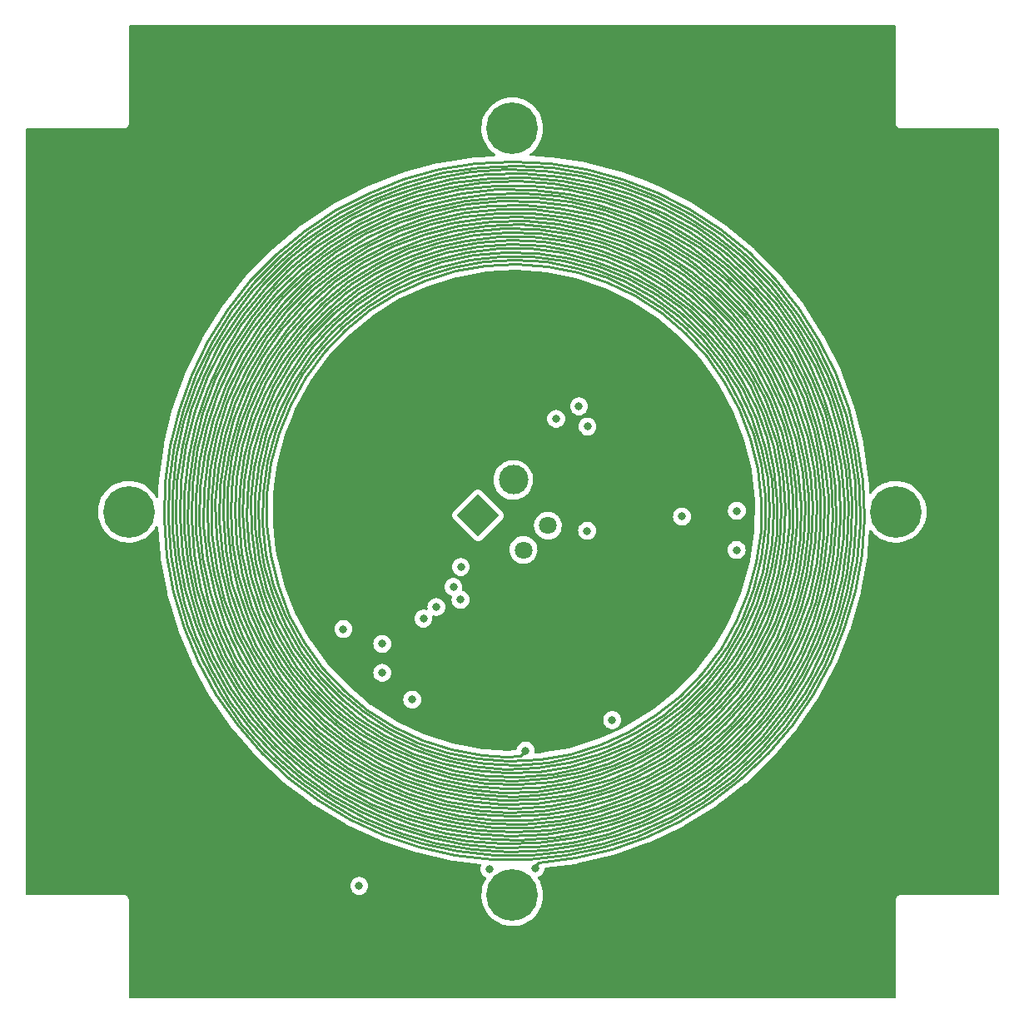
<source format=gbr>
%TF.GenerationSoftware,KiCad,Pcbnew,(6.0.9)*%
%TF.CreationDate,2023-03-28T01:31:43-07:00*%
%TF.ProjectId,solar-panel-side-Z,736f6c61-722d-4706-916e-656c2d736964,3.1*%
%TF.SameCoordinates,Original*%
%TF.FileFunction,Copper,L2,Inr*%
%TF.FilePolarity,Positive*%
%FSLAX46Y46*%
G04 Gerber Fmt 4.6, Leading zero omitted, Abs format (unit mm)*
G04 Created by KiCad (PCBNEW (6.0.9)) date 2023-03-28 01:31:43*
%MOMM*%
%LPD*%
G01*
G04 APERTURE LIST*
G04 Aperture macros list*
%AMRotRect*
0 Rectangle, with rotation*
0 The origin of the aperture is its center*
0 $1 length*
0 $2 width*
0 $3 Rotation angle, in degrees counterclockwise*
0 Add horizontal line*
21,1,$1,$2,0,0,$3*%
G04 Aperture macros list end*
%TA.AperFunction,ComponentPad*%
%ADD10C,5.250000*%
%TD*%
%TA.AperFunction,ComponentPad*%
%ADD11C,1.800000*%
%TD*%
%TA.AperFunction,ComponentPad*%
%ADD12RotRect,3.000000X3.000000X45.000000*%
%TD*%
%TA.AperFunction,ComponentPad*%
%ADD13C,3.000000*%
%TD*%
%TA.AperFunction,ViaPad*%
%ADD14C,0.800000*%
%TD*%
%TA.AperFunction,Conductor*%
%ADD15C,0.250000*%
%TD*%
G04 APERTURE END LIST*
D10*
%TO.N,unconnected-(J4-Pad1)*%
%TO.C,J4*%
X110500000Y-85000000D03*
%TD*%
%TO.N,unconnected-(J5-Pad1)*%
%TO.C,J5*%
X149500000Y-124000000D03*
%TD*%
%TO.N,unconnected-(J6-Pad1)*%
%TO.C,J6*%
X149500000Y-46000000D03*
%TD*%
%TO.N,unconnected-(J7-Pad1)*%
%TO.C,J7*%
X188500000Y-85000000D03*
%TD*%
D11*
%TO.N,Net-(J2-Pad1)*%
%TO.C,J2*%
X153121371Y-86416497D03*
%TO.N,Net-(J2-Pad2)*%
X150646497Y-88891371D03*
%TD*%
D12*
%TO.N,Net-(J2-Pad2)*%
%TO.C,J3*%
X146020000Y-85360000D03*
D13*
%TO.N,Net-(J2-Pad1)*%
X149612102Y-81767898D03*
%TD*%
D14*
%TO.N,GND*%
X171630000Y-123540000D03*
X162420000Y-71460000D03*
X164540000Y-46420000D03*
X156260000Y-77181974D03*
X145680000Y-105410000D03*
X148900000Y-105410000D03*
X137946283Y-91716283D03*
X111040000Y-62950000D03*
X165948061Y-69851939D03*
X119890000Y-126760000D03*
X163434805Y-84636536D03*
%TO.N,+3V3*%
X136278502Y-101378502D03*
X136278502Y-98431498D03*
X159658854Y-106178544D03*
X157110000Y-86940000D03*
X172337279Y-84901701D03*
%TO.N,VSOLAR*%
X132315000Y-96935000D03*
%TO.N,SDA*%
X144270000Y-90620000D03*
X153961802Y-75551802D03*
X144245000Y-93955000D03*
X157140000Y-76330000D03*
%TO.N,SCL*%
X156280000Y-74280000D03*
X143511396Y-92641396D03*
%TO.N,Net-(SC5-Pad2)*%
X139330000Y-104100000D03*
X133930000Y-123050000D03*
%TO.N,Net-(U2-Pad7)*%
X147180000Y-121330000D03*
X141780000Y-94680000D03*
X150850000Y-109290000D03*
X140460000Y-95870000D03*
X151860000Y-121250000D03*
%TO.N,AGND*%
X172316065Y-88896855D03*
X166758207Y-85488599D03*
%TD*%
D15*
%TO.N,Net-(U2-Pad7)*%
X183785000Y-78225000D02*
X182865000Y-74615000D01*
X142125000Y-114665000D02*
X145575000Y-115315000D01*
X137445000Y-106875000D02*
X140295000Y-108225000D01*
X172435000Y-103335000D02*
X174405000Y-100555000D01*
X176855000Y-84895000D02*
X176635000Y-81575000D01*
X142435000Y-110605000D02*
X145645000Y-111285000D01*
X117325000Y-87065000D02*
X117765000Y-90615000D01*
X171225000Y-58705000D02*
X168265000Y-56535000D01*
X128905000Y-61105000D02*
X126365000Y-63575000D01*
X149425000Y-57365000D02*
X146105000Y-57595000D01*
X162075000Y-54195000D02*
X158645000Y-53015000D01*
X119845000Y-96505000D02*
X121305000Y-99725000D01*
X122715000Y-88655000D02*
X123375000Y-91895000D01*
X120775000Y-94375000D02*
X122055000Y-97625000D01*
X138975000Y-61245000D02*
X136115000Y-62745000D01*
X173725000Y-59305000D02*
X170805000Y-56855000D01*
X117425000Y-92845000D02*
X118495000Y-96335000D01*
X147405000Y-120305000D02*
X151155000Y-120325000D01*
X173035000Y-62565000D02*
X170415000Y-60115000D01*
X123875000Y-105775000D02*
X126275000Y-108425000D01*
X123385000Y-90205000D02*
X124215000Y-93325000D01*
X140055000Y-115335000D02*
X143515000Y-116195000D01*
X152175000Y-120665000D02*
X155945000Y-120175000D01*
X150095000Y-54965000D02*
X146625000Y-55115000D01*
X138635000Y-111425000D02*
X141815000Y-112515000D01*
X131535000Y-58565000D02*
X128725000Y-60735000D01*
X176735000Y-69515000D02*
X174825000Y-66565000D01*
X176255000Y-61335000D02*
X173595000Y-58645000D01*
X162615000Y-112605000D02*
X165675000Y-110935000D01*
X148975000Y-50175000D02*
X145275000Y-50435000D01*
X132005000Y-112955000D02*
X135195000Y-114705000D01*
X121985000Y-103925000D02*
X124235000Y-106835000D01*
X125645000Y-92505000D02*
X126815000Y-95495000D01*
X129715000Y-114325000D02*
X132965000Y-116275000D01*
X174665000Y-109275000D02*
X177115000Y-106445000D01*
X155365000Y-53485000D02*
X151875000Y-53045000D01*
X178555000Y-80865000D02*
X177865000Y-77485000D01*
X172595000Y-63845000D02*
X170055000Y-61385000D01*
X184505000Y-90015000D02*
X184835000Y-86265000D01*
X178775000Y-100145000D02*
X180265000Y-96835000D01*
X181235000Y-83875000D02*
X180905000Y-80325000D01*
X143325000Y-109195000D02*
X146405000Y-109775000D01*
X131125000Y-104215000D02*
X133655000Y-106345000D01*
X158895000Y-54755000D02*
X155445000Y-53905000D01*
X159415000Y-117275000D02*
X162845000Y-116015000D01*
X166755000Y-64885000D02*
X164175000Y-62945000D01*
X132785000Y-54965000D02*
X129665000Y-56945000D01*
X139825000Y-110605000D02*
X143005000Y-111585000D01*
X145055000Y-114435000D02*
X148495000Y-114745000D01*
X158765000Y-53465000D02*
X155215000Y-52645000D01*
X176955000Y-103245000D02*
X178775000Y-100145000D01*
X127215000Y-98785000D02*
X129055000Y-101375000D01*
X156055000Y-60195000D02*
X152955000Y-59585000D01*
X129565000Y-111775000D02*
X132625000Y-113795000D01*
X177145000Y-79705000D02*
X176325000Y-76485000D01*
X170045000Y-112795000D02*
X172905000Y-110435000D01*
X162765000Y-108475000D02*
X165525000Y-106685000D01*
X120215000Y-93945000D02*
X121445000Y-97245000D01*
X173465000Y-93235000D02*
X174315000Y-90125000D01*
X137925000Y-56905000D02*
X134775000Y-58435000D01*
X133535000Y-112475000D02*
X136735000Y-114095000D01*
X142725000Y-113165000D02*
X146085000Y-113765000D01*
X182055000Y-85475000D02*
X181895000Y-81835000D01*
X140665000Y-56755000D02*
X137485000Y-57965000D01*
X128375000Y-56405000D02*
X125495000Y-58795000D01*
X145605000Y-117735000D02*
X149215000Y-117965000D01*
X130155000Y-63745000D02*
X127785000Y-66195000D01*
X143215000Y-55655000D02*
X139885000Y-56585000D01*
X140225000Y-55215000D02*
X136945000Y-56455000D01*
X181915000Y-92885000D02*
X182575000Y-89345000D01*
X116115000Y-86855000D02*
X116515000Y-90435000D01*
X136695000Y-61035000D02*
X133905000Y-62765000D01*
X120055000Y-94745000D02*
X121355000Y-98015000D01*
X173135000Y-60955000D02*
X170365000Y-58535000D01*
X166545000Y-113215000D02*
X169525000Y-111185000D01*
X155875000Y-58495000D02*
X152655000Y-57935000D01*
X119385000Y-75845000D02*
X118555000Y-79325000D01*
X115655000Y-85575000D02*
X115935000Y-89245000D01*
X127115000Y-101475000D02*
X129245000Y-104025000D01*
X126335000Y-95445000D02*
X127855000Y-98285000D01*
X175385000Y-71195000D02*
X173565000Y-68245000D01*
X174775000Y-106165000D02*
X176955000Y-103245000D01*
X140295000Y-118735000D02*
X143945000Y-119525000D01*
X124465000Y-67205000D02*
X122605000Y-70195000D01*
X163255000Y-111845000D02*
X166255000Y-110085000D01*
X115905000Y-78245000D02*
X115385000Y-81915000D01*
X161665000Y-57055000D02*
X158385000Y-55855000D01*
X146555000Y-59555000D02*
X143425000Y-60125000D01*
X122275000Y-88365000D02*
X122875000Y-91565000D01*
X164905000Y-62465000D02*
X162055000Y-60775000D01*
X151995000Y-111045000D02*
X155205000Y-110535000D01*
X120745000Y-78575000D02*
X120205000Y-81975000D01*
X125465000Y-96405000D02*
X127035000Y-99245000D01*
X148135000Y-57005000D02*
X144805000Y-57385000D01*
X153115000Y-110505000D02*
X156255000Y-109865000D01*
X181695000Y-73635000D02*
X180275000Y-70225000D01*
X174075000Y-68275000D02*
X171965000Y-65545000D01*
X177625000Y-102955000D02*
X179415000Y-99775000D01*
X152175000Y-120665000D02*
X151860000Y-120980000D01*
X150300000Y-109840000D02*
X150850000Y-109290000D01*
X143545000Y-56405000D02*
X140265000Y-57305000D01*
X175495000Y-107785000D02*
X177795000Y-104855000D01*
X123305000Y-86535000D02*
X123705000Y-89735000D01*
X177145000Y-107055000D02*
X179335000Y-103985000D01*
X131275000Y-65985000D02*
X129095000Y-68375000D01*
X147095000Y-116675000D02*
X150605000Y-116745000D01*
X120855000Y-84825000D02*
X121045000Y-88235000D01*
X116105000Y-83165000D02*
X116115000Y-86855000D01*
X121775000Y-95955000D02*
X123245000Y-99105000D01*
X120055000Y-100775000D02*
X121985000Y-103925000D01*
X142395000Y-59575000D02*
X139335000Y-60655000D01*
X129615000Y-107175000D02*
X132325000Y-109335000D01*
X177115000Y-106445000D02*
X179245000Y-103375000D01*
X168935000Y-114065000D02*
X171925000Y-111825000D01*
X118735000Y-93135000D02*
X119845000Y-96505000D01*
X165455000Y-57155000D02*
X162255000Y-55565000D01*
X155365000Y-112545000D02*
X158625000Y-111645000D01*
X150565000Y-50575000D02*
X146885000Y-50675000D01*
X160765000Y-53265000D02*
X157225000Y-52235000D01*
X125285000Y-98655000D02*
X127115000Y-101475000D01*
X128145000Y-109075000D02*
X130935000Y-111285000D01*
X160255000Y-56915000D02*
X156935000Y-55875000D01*
X145935000Y-110115000D02*
X149155000Y-110365000D01*
X182435000Y-86135000D02*
X182365000Y-82585000D01*
X161955000Y-56745000D02*
X158605000Y-55505000D01*
X119205000Y-93335000D02*
X120355000Y-96715000D01*
X176385000Y-63985000D02*
X173965000Y-61225000D01*
X142495000Y-116805000D02*
X146035000Y-117385000D01*
X131705000Y-106335000D02*
X134355000Y-108285000D01*
X178545000Y-96835000D02*
X179685000Y-93505000D01*
X171965000Y-65545000D02*
X169565000Y-63095000D01*
X177105000Y-87925000D02*
X177255000Y-84625000D01*
X171245000Y-71255000D02*
X169375000Y-68675000D01*
X141685000Y-113725000D02*
X145055000Y-114435000D01*
X139285000Y-109095000D02*
X142405000Y-110185000D01*
X121645000Y-91585000D02*
X122615000Y-94795000D01*
X122075000Y-78145000D02*
X121465000Y-81455000D01*
X119675000Y-85845000D02*
X119985000Y-89325000D01*
X184315000Y-81925000D02*
X183785000Y-78225000D01*
X122905000Y-62675000D02*
X120665000Y-65675000D01*
X118455000Y-84335000D02*
X118595000Y-87845000D01*
X156175000Y-60645000D02*
X153145000Y-60035000D01*
X161395000Y-61335000D02*
X158395000Y-60065000D01*
X169895000Y-66825000D02*
X167535000Y-64495000D01*
X126435000Y-96575000D02*
X128065000Y-99355000D01*
X149215000Y-117965000D02*
X152845000Y-117795000D01*
X120975000Y-92205000D02*
X122015000Y-95465000D01*
X119385000Y-90575000D02*
X120215000Y-93945000D01*
X164175000Y-62945000D02*
X161395000Y-61335000D01*
X176325000Y-76485000D02*
X175105000Y-73335000D01*
X181805000Y-89045000D02*
X182055000Y-85475000D01*
X121675000Y-85945000D02*
X121995000Y-89255000D01*
X122995000Y-94675000D02*
X124345000Y-97755000D01*
X130865000Y-60035000D02*
X128145000Y-62335000D01*
X175115000Y-94615000D02*
X176085000Y-91475000D01*
X117655000Y-96375000D02*
X119095000Y-99775000D01*
X134815000Y-57955000D02*
X131855000Y-59805000D01*
X122605000Y-70195000D02*
X121105000Y-73365000D01*
X147785000Y-51815000D02*
X144175000Y-52215000D01*
X167535000Y-54195000D02*
X164195000Y-52485000D01*
X115995000Y-74615000D02*
X115095000Y-78225000D01*
X165715000Y-115975000D02*
X168935000Y-114065000D01*
X124495000Y-76925000D02*
X123705000Y-80065000D01*
X129105000Y-62535000D02*
X126695000Y-65005000D01*
X172595000Y-74615000D02*
X171095000Y-71815000D01*
X182715000Y-82045000D02*
X182195000Y-78435000D01*
X162055000Y-60775000D02*
X159055000Y-59455000D01*
X179805000Y-91335000D02*
X180325000Y-87875000D01*
X155445000Y-53905000D02*
X151925000Y-53445000D01*
X139135000Y-58565000D02*
X136075000Y-60005000D01*
X183505000Y-88225000D02*
X183655000Y-84505000D01*
X128925000Y-101845000D02*
X131125000Y-104215000D01*
X123025000Y-72945000D02*
X121815000Y-76105000D01*
X180405000Y-74805000D02*
X179095000Y-71475000D01*
X124345000Y-97755000D02*
X126035000Y-100635000D01*
X121405000Y-100735000D02*
X123345000Y-103775000D01*
X169075000Y-63185000D02*
X166275000Y-60985000D01*
X142035000Y-50185000D02*
X138415000Y-51175000D01*
X171095000Y-71815000D02*
X169265000Y-69195000D01*
X163615000Y-114345000D02*
X166765000Y-112615000D01*
X143205000Y-51165000D02*
X139595000Y-52055000D01*
X158705000Y-113305000D02*
X161925000Y-112045000D01*
X124525000Y-83145000D02*
X124505000Y-86335000D01*
X176555000Y-91215000D02*
X177105000Y-87925000D01*
X178575000Y-91335000D02*
X179115000Y-87905000D01*
X118375000Y-75035000D02*
X117475000Y-78545000D01*
X140265000Y-57305000D02*
X137085000Y-58595000D01*
X147985000Y-52205000D02*
X144395000Y-52585000D01*
X156775000Y-111795000D02*
X159925000Y-110735000D01*
X164945000Y-110445000D02*
X167805000Y-108475000D01*
X135885000Y-109665000D02*
X138915000Y-111105000D01*
X149875000Y-49765000D02*
X146145000Y-49935000D01*
X116515000Y-90435000D02*
X117325000Y-94035000D01*
X171625000Y-106665000D02*
X173945000Y-104005000D01*
X131565000Y-61515000D02*
X129005000Y-63725000D01*
X136645000Y-60605000D02*
X133805000Y-62345000D01*
X176885000Y-76945000D02*
X175735000Y-73765000D01*
X121445000Y-97245000D02*
X123025000Y-100345000D01*
X130045000Y-57165000D02*
X127145000Y-59455000D01*
X128245000Y-66275000D02*
X126185000Y-68935000D01*
X154175000Y-116415000D02*
X157695000Y-115685000D01*
X178315000Y-68245000D02*
X176315000Y-65215000D01*
X179125000Y-77565000D02*
X178085000Y-74245000D01*
X152875000Y-112155000D02*
X156155000Y-111545000D01*
X172385000Y-72385000D02*
X170665000Y-69685000D01*
X114585000Y-81905000D02*
X114465000Y-85675000D01*
X174735000Y-99215000D02*
X176225000Y-96165000D01*
X155835000Y-118165000D02*
X159415000Y-117275000D01*
X173945000Y-104005000D02*
X175935000Y-101125000D01*
X148715000Y-113155000D02*
X152065000Y-113045000D01*
X166915000Y-114855000D02*
X170045000Y-112795000D01*
X125055000Y-102035000D02*
X127185000Y-104725000D01*
X150925000Y-50985000D02*
X147235000Y-51045000D01*
X123025000Y-100345000D02*
X124965000Y-103275000D01*
X119985000Y-69155000D02*
X118445000Y-72475000D01*
X126185000Y-68935000D02*
X124445000Y-71845000D01*
X120955000Y-64545000D02*
X118955000Y-67705000D01*
X174655000Y-109855000D02*
X177145000Y-107055000D01*
X141575000Y-58145000D02*
X138425000Y-59305000D01*
X139645000Y-59235000D02*
X136645000Y-60605000D01*
X129035000Y-103195000D02*
X131375000Y-105525000D01*
X156565000Y-118835000D02*
X160155000Y-117885000D01*
X178945000Y-101525000D02*
X180575000Y-98205000D01*
X183435000Y-75115000D02*
X182185000Y-71565000D01*
X118875000Y-101115000D02*
X120795000Y-104315000D01*
X149505000Y-115965000D02*
X153035000Y-115765000D01*
X160985000Y-51655000D02*
X157355000Y-50625000D01*
X135635000Y-114475000D02*
X138955000Y-115815000D01*
X176425000Y-83855000D02*
X176095000Y-80635000D01*
X164845000Y-105695000D02*
X167345000Y-103585000D01*
X160675000Y-51125000D02*
X156985000Y-50135000D01*
X160085000Y-113245000D02*
X163255000Y-111845000D01*
X137485000Y-57965000D02*
X134415000Y-59565000D01*
X122975000Y-72105000D02*
X121665000Y-75285000D01*
X176675000Y-71075000D02*
X174885000Y-68045000D01*
X120835000Y-89605000D02*
X121585000Y-92925000D01*
X114685000Y-78235000D02*
X114175000Y-81965000D01*
X167355000Y-111275000D02*
X170175000Y-109115000D01*
X173765000Y-63955000D02*
X171295000Y-61415000D01*
X115585000Y-74585000D02*
X114685000Y-78235000D01*
X125895000Y-58965000D02*
X123295000Y-61605000D01*
X180095000Y-103515000D02*
X181875000Y-100195000D01*
X169195000Y-102825000D02*
X171235000Y-100275000D01*
X118885000Y-83575000D02*
X118935000Y-87105000D01*
X153495000Y-112475000D02*
X156775000Y-111795000D01*
X126055000Y-102055000D02*
X128215000Y-104675000D01*
X148215000Y-119145000D02*
X151925000Y-119075000D01*
X168505000Y-58145000D02*
X165485000Y-56255000D01*
X158925000Y-58135000D02*
X155665000Y-57215000D01*
X120065000Y-85405000D02*
X120315000Y-88835000D01*
X177585000Y-83045000D02*
X177145000Y-79705000D01*
X149755000Y-59365000D02*
X146555000Y-59555000D01*
X167345000Y-107305000D02*
X169845000Y-105045000D01*
X172255000Y-96155000D02*
X173465000Y-93235000D01*
X133225000Y-61775000D02*
X130615000Y-63865000D01*
X151535000Y-54625000D02*
X148055000Y-54605000D01*
X171355000Y-60395000D02*
X168505000Y-58145000D01*
X173395000Y-106535000D02*
X175635000Y-103745000D01*
X120205000Y-81975000D02*
X120065000Y-85405000D01*
X157655000Y-54815000D02*
X154215000Y-54105000D01*
X164705000Y-112435000D02*
X167705000Y-110545000D01*
X148615000Y-56185000D02*
X145225000Y-56505000D01*
X145145000Y-59355000D02*
X141995000Y-60115000D01*
X160815000Y-116385000D02*
X164175000Y-114965000D01*
X168265000Y-56535000D02*
X165085000Y-54685000D01*
X166905000Y-60935000D02*
X163995000Y-59085000D01*
X119795000Y-67845000D02*
X118125000Y-71165000D01*
X171555000Y-105575000D02*
X173755000Y-102935000D01*
X175565000Y-61765000D02*
X172875000Y-59075000D01*
X122915000Y-66635000D02*
X121035000Y-69735000D01*
X164995000Y-113185000D02*
X168035000Y-111285000D01*
X115095000Y-78225000D02*
X114585000Y-81905000D01*
X130105000Y-114105000D02*
X133335000Y-116015000D01*
X166575000Y-116425000D02*
X169815000Y-114435000D01*
X175755000Y-67185000D02*
X173575000Y-64345000D01*
X125335000Y-105655000D02*
X127825000Y-108245000D01*
X128485000Y-71285000D02*
X126925000Y-74095000D01*
X137515000Y-109165000D02*
X140535000Y-110435000D01*
X174015000Y-62435000D02*
X171335000Y-59845000D01*
X177205000Y-96925000D02*
X178395000Y-93645000D01*
X124085000Y-86195000D02*
X124445000Y-89355000D01*
X179795000Y-72065000D02*
X178175000Y-68805000D01*
X185255000Y-85645000D02*
X185105000Y-81785000D01*
X184345000Y-93045000D02*
X184995000Y-89345000D01*
X130825000Y-61585000D02*
X128255000Y-63905000D01*
X143425000Y-60125000D02*
X140395000Y-61085000D01*
X132325000Y-109335000D02*
X135295000Y-111165000D01*
X136595000Y-55295000D02*
X133405000Y-56905000D01*
X131535000Y-54305000D02*
X128375000Y-56405000D01*
X119925000Y-99645000D02*
X121725000Y-102815000D01*
X128965000Y-69185000D02*
X127175000Y-71865000D01*
X178425000Y-86265000D02*
X178375000Y-82865000D01*
X164195000Y-52485000D02*
X160675000Y-51125000D01*
X169235000Y-112395000D02*
X172085000Y-110105000D01*
X164165000Y-61035000D02*
X161205000Y-59475000D01*
X163385000Y-58305000D02*
X160255000Y-56915000D01*
X120795000Y-104315000D02*
X123025000Y-107265000D01*
X118455000Y-89895000D02*
X119205000Y-93335000D01*
X167705000Y-110545000D02*
X170485000Y-108315000D01*
X168005000Y-60255000D02*
X165055000Y-58315000D01*
X178085000Y-89635000D02*
X178425000Y-86265000D01*
X167475000Y-57935000D02*
X164405000Y-56135000D01*
X168485000Y-59115000D02*
X165455000Y-57155000D01*
X129695000Y-100885000D02*
X131835000Y-103235000D01*
X138565000Y-116105000D02*
X142055000Y-117115000D01*
X168935000Y-102515000D02*
X170955000Y-99975000D01*
X118215000Y-78965000D02*
X117745000Y-82515000D01*
X135245000Y-110685000D02*
X138355000Y-112175000D01*
X158615000Y-57605000D02*
X155365000Y-56745000D01*
X155255000Y-54685000D02*
X151715000Y-54235000D01*
X178545000Y-66335000D02*
X176355000Y-63315000D01*
X133895000Y-55725000D02*
X130755000Y-57645000D01*
X130365000Y-58915000D02*
X127595000Y-61205000D01*
X128875000Y-66765000D02*
X126835000Y-69405000D01*
X165675000Y-110935000D02*
X168545000Y-108905000D01*
X158445000Y-112125000D02*
X161605000Y-110875000D01*
X181875000Y-72965000D02*
X180395000Y-69565000D01*
X162925000Y-109305000D02*
X165735000Y-107525000D01*
X128195000Y-111215000D02*
X131145000Y-113355000D01*
X133025000Y-63925000D02*
X130575000Y-66115000D01*
X173535000Y-70385000D02*
X171645000Y-67665000D01*
X131165000Y-110465000D02*
X134155000Y-112365000D01*
X133745000Y-105905000D02*
X136445000Y-107685000D01*
X149515000Y-49365000D02*
X145785000Y-49575000D01*
X144965000Y-114015000D02*
X148365000Y-114345000D01*
X175985000Y-66825000D02*
X173765000Y-63955000D01*
X125165000Y-93615000D02*
X126435000Y-96575000D01*
X126665000Y-66285000D02*
X124635000Y-69105000D01*
X170175000Y-109115000D02*
X172755000Y-106635000D01*
X121585000Y-92925000D02*
X122715000Y-96145000D01*
X175045000Y-93625000D02*
X175905000Y-90445000D01*
X161465000Y-108715000D02*
X164245000Y-107095000D01*
X171115000Y-58105000D02*
X168075000Y-55935000D01*
X153145000Y-60035000D02*
X149885000Y-59785000D01*
X123085000Y-76075000D02*
X122215000Y-79345000D01*
X172875000Y-59075000D02*
X169995000Y-56755000D01*
X130525000Y-110495000D02*
X133535000Y-112475000D01*
X122825000Y-78445000D02*
X122235000Y-81785000D01*
X123305000Y-83275000D02*
X123305000Y-86535000D01*
X161725000Y-110375000D02*
X164645000Y-108745000D01*
X123795000Y-75275000D02*
X122825000Y-78445000D01*
X168035000Y-111285000D02*
X170845000Y-109065000D01*
X170365000Y-58535000D02*
X167375000Y-56435000D01*
X183515000Y-93075000D02*
X184185000Y-89365000D01*
X122765000Y-70745000D02*
X121305000Y-73955000D01*
X144395000Y-52585000D02*
X140875000Y-53355000D01*
X181565000Y-71125000D02*
X179895000Y-67785000D01*
X146855000Y-112635000D02*
X150185000Y-112755000D01*
X127045000Y-69805000D02*
X125375000Y-72665000D01*
X174245000Y-74355000D02*
X172775000Y-71455000D01*
X125975000Y-66515000D02*
X123995000Y-69385000D01*
X131855000Y-59805000D02*
X129095000Y-62005000D01*
X180815000Y-86575000D02*
X180785000Y-82965000D01*
X176675000Y-88145000D02*
X176855000Y-84895000D01*
X176225000Y-96165000D02*
X177345000Y-92965000D01*
X151395000Y-119915000D02*
X155135000Y-119505000D01*
X128245000Y-57505000D02*
X125435000Y-59945000D01*
X151525000Y-59035000D02*
X148315000Y-58995000D01*
X137335000Y-113915000D02*
X140675000Y-115105000D01*
X173925000Y-71855000D02*
X172165000Y-69035000D01*
X133405000Y-56905000D02*
X130365000Y-58915000D01*
X143685000Y-60505000D02*
X140615000Y-61465000D01*
X165555000Y-109105000D02*
X168265000Y-107065000D01*
X158485000Y-109995000D02*
X161465000Y-108715000D01*
X120435000Y-73975000D02*
X119385000Y-77345000D01*
X177345000Y-92965000D02*
X178085000Y-89635000D01*
X155175000Y-112995000D02*
X158445000Y-112125000D01*
X130935000Y-111285000D02*
X134015000Y-113205000D01*
X118605000Y-94135000D02*
X119825000Y-97525000D01*
X137525000Y-107825000D02*
X140465000Y-109135000D01*
X123965000Y-80915000D02*
X123665000Y-84145000D01*
X129905000Y-108995000D02*
X132825000Y-111105000D01*
X144585000Y-54985000D02*
X141195000Y-55755000D01*
X180355000Y-79465000D02*
X179525000Y-76015000D01*
X135895000Y-112825000D02*
X139135000Y-114185000D01*
X120355000Y-96715000D02*
X121865000Y-99915000D01*
X158315000Y-109635000D02*
X161295000Y-108355000D01*
X182575000Y-89345000D02*
X182845000Y-85665000D01*
X170665000Y-69685000D02*
X168585000Y-67175000D01*
X118525000Y-71245000D02*
X117235000Y-74675000D01*
X119975000Y-76685000D02*
X119235000Y-80085000D01*
X176505000Y-92985000D02*
X177255000Y-89745000D01*
X176365000Y-97815000D02*
X177655000Y-94635000D01*
X133335000Y-116015000D02*
X136735000Y-117555000D01*
X183295000Y-96695000D02*
X184345000Y-93045000D01*
X177875000Y-64635000D02*
X175565000Y-61765000D01*
X116975000Y-82115000D02*
X116865000Y-85715000D01*
X166385000Y-64055000D02*
X163715000Y-62175000D01*
X180345000Y-94105000D02*
X181165000Y-90625000D01*
X176065000Y-97505000D02*
X177325000Y-94375000D01*
X139885000Y-56585000D02*
X136665000Y-57905000D01*
X130545000Y-108485000D02*
X133395000Y-110515000D01*
X175615000Y-63675000D02*
X173135000Y-60955000D01*
X118935000Y-87105000D02*
X119385000Y-90575000D01*
X178495000Y-66995000D02*
X176385000Y-63985000D01*
X142985000Y-114455000D02*
X146395000Y-115005000D01*
X158485000Y-112955000D02*
X161715000Y-111705000D01*
X119655000Y-71665000D02*
X118375000Y-75035000D01*
X157315000Y-117435000D02*
X160815000Y-116385000D01*
X134275000Y-105305000D02*
X136955000Y-107055000D01*
X124605000Y-69925000D02*
X123025000Y-72945000D01*
X170275000Y-102185000D02*
X172215000Y-99525000D01*
X175365000Y-96145000D02*
X176505000Y-92985000D01*
X157225000Y-52235000D02*
X153635000Y-51605000D01*
X143635000Y-119875000D02*
X147405000Y-120305000D01*
X184995000Y-89345000D02*
X185255000Y-85645000D01*
X175245000Y-78535000D02*
X174275000Y-75475000D01*
X175105000Y-73335000D02*
X173535000Y-70385000D01*
X159275000Y-108835000D02*
X162195000Y-107415000D01*
X138405000Y-112625000D02*
X141685000Y-113725000D01*
X172955000Y-105825000D02*
X175175000Y-103015000D01*
X127825000Y-108245000D02*
X130525000Y-110495000D01*
X122185000Y-102785000D02*
X124325000Y-105695000D01*
X142795000Y-117685000D02*
X146435000Y-118225000D01*
X166765000Y-112615000D02*
X169715000Y-110535000D01*
X116825000Y-74655000D02*
X115905000Y-78245000D01*
X127185000Y-104725000D02*
X129615000Y-107175000D01*
X174795000Y-78385000D02*
X173775000Y-75305000D01*
X171925000Y-111825000D02*
X174665000Y-109275000D01*
X121305000Y-73955000D02*
X120235000Y-77245000D01*
X175215000Y-86525000D02*
X175195000Y-83305000D01*
X148785000Y-111155000D02*
X151995000Y-111045000D01*
X123965000Y-97905000D02*
X125675000Y-100815000D01*
X162145000Y-118025000D02*
X165615000Y-116475000D01*
X136425000Y-112195000D02*
X139615000Y-113505000D01*
X121865000Y-70735000D02*
X120435000Y-73975000D01*
X145975000Y-115765000D02*
X149505000Y-115965000D01*
X182745000Y-77195000D02*
X181695000Y-73635000D01*
X177325000Y-94375000D02*
X178225000Y-91065000D01*
X179685000Y-93505000D02*
X180445000Y-90085000D01*
X156475000Y-115165000D02*
X159875000Y-114175000D01*
X116595000Y-92835000D02*
X117655000Y-96375000D01*
X151795000Y-114275000D02*
X155245000Y-113795000D01*
X173765000Y-97645000D02*
X175115000Y-94615000D01*
X115535000Y-89275000D02*
X116205000Y-92915000D01*
X181585000Y-87075000D02*
X181615000Y-83485000D01*
X161925000Y-112045000D02*
X164945000Y-110445000D01*
X165085000Y-62105000D02*
X162215000Y-60405000D01*
X179135000Y-97495000D02*
X180345000Y-94105000D01*
X122215000Y-79345000D02*
X121755000Y-82575000D01*
X152735000Y-50305000D02*
X148975000Y-50175000D01*
X143695000Y-111335000D02*
X146965000Y-111845000D01*
X177275000Y-73295000D02*
X175735000Y-70175000D01*
X165055000Y-58315000D02*
X161955000Y-56745000D01*
X158605000Y-55505000D02*
X155255000Y-54685000D01*
X135035000Y-64445000D02*
X132575000Y-66445000D01*
X177795000Y-104855000D02*
X179765000Y-101695000D01*
X175485000Y-88005000D02*
X175655000Y-84795000D01*
X123635000Y-67715000D02*
X121865000Y-70735000D01*
X178845000Y-84285000D02*
X178555000Y-80865000D01*
X133965000Y-107545000D02*
X136855000Y-109275000D01*
X175735000Y-73765000D02*
X174225000Y-70765000D01*
X170415000Y-62785000D02*
X167705000Y-60525000D01*
X124885000Y-89455000D02*
X125645000Y-92505000D01*
X117635000Y-79955000D02*
X117285000Y-83485000D01*
X174875000Y-105405000D02*
X176945000Y-102525000D01*
X121815000Y-76105000D02*
X120975000Y-79415000D01*
X153035000Y-115765000D02*
X156475000Y-115165000D01*
X126275000Y-108425000D02*
X129025000Y-110855000D01*
X155355000Y-114185000D02*
X158705000Y-113305000D01*
X161035000Y-114595000D02*
X164315000Y-113095000D01*
X124965000Y-103275000D02*
X127225000Y-105965000D01*
X129095000Y-68375000D02*
X127205000Y-71035000D01*
X127095000Y-111865000D02*
X130105000Y-114105000D01*
X167125000Y-66865000D02*
X164705000Y-64825000D01*
X165385000Y-57575000D02*
X162225000Y-55985000D01*
X170055000Y-61385000D02*
X167255000Y-59225000D01*
X144865000Y-118445000D02*
X148505000Y-118755000D01*
X122655000Y-74905000D02*
X121655000Y-78165000D01*
X121725000Y-102815000D02*
X123875000Y-105775000D01*
X119555000Y-80645000D02*
X119265000Y-84095000D01*
X151355000Y-58225000D02*
X148105000Y-58205000D01*
X140615000Y-61465000D02*
X137785000Y-62745000D01*
X126815000Y-95495000D02*
X128325000Y-98275000D01*
X128365000Y-108195000D02*
X131165000Y-110465000D01*
X124505000Y-86335000D02*
X124885000Y-89455000D01*
X164175000Y-114965000D02*
X167375000Y-113175000D01*
X179215000Y-79905000D02*
X178435000Y-76545000D01*
X173775000Y-75305000D02*
X172385000Y-72385000D01*
X168025000Y-104585000D02*
X170275000Y-102185000D01*
X172795000Y-112135000D02*
X175525000Y-109525000D01*
X129765000Y-108365000D02*
X132575000Y-110465000D01*
X178995000Y-81055000D02*
X178315000Y-77635000D01*
X114355000Y-89525000D02*
X115035000Y-93195000D01*
X174045000Y-92825000D02*
X174825000Y-89715000D01*
X164865000Y-54125000D02*
X161475000Y-52675000D01*
X142335000Y-57515000D02*
X139135000Y-58565000D01*
X146775000Y-59965000D02*
X143685000Y-60505000D01*
X166875000Y-105095000D02*
X169195000Y-102825000D01*
X169845000Y-105045000D02*
X172065000Y-102515000D01*
X145635000Y-56845000D02*
X142335000Y-57515000D01*
X184035000Y-83855000D02*
X183715000Y-80185000D01*
X169025000Y-107995000D02*
X171555000Y-105575000D01*
X177025000Y-105235000D02*
X179045000Y-102155000D01*
X162225000Y-55985000D02*
X158895000Y-54755000D01*
X141815000Y-112515000D02*
X145105000Y-113225000D01*
X146965000Y-111845000D02*
X150245000Y-111955000D01*
X164055000Y-105725000D02*
X166555000Y-103735000D01*
X148325000Y-52995000D02*
X144755000Y-53335000D01*
X117285000Y-83485000D02*
X117325000Y-87065000D01*
X114065000Y-85745000D02*
X114355000Y-89525000D01*
X139335000Y-60655000D02*
X136435000Y-62095000D01*
X153745000Y-118095000D02*
X157315000Y-117435000D01*
X132255000Y-104165000D02*
X134785000Y-106165000D01*
X132825000Y-111105000D02*
X135895000Y-112825000D01*
X122015000Y-95465000D02*
X123415000Y-98575000D01*
X122195000Y-64885000D02*
X120195000Y-67955000D01*
X173835000Y-67245000D02*
X171635000Y-64575000D01*
X149155000Y-110365000D02*
X152335000Y-110195000D01*
X171155000Y-106565000D02*
X173495000Y-103925000D01*
X137995000Y-56445000D02*
X134815000Y-57955000D01*
X154195000Y-52885000D02*
X150615000Y-52575000D01*
X173695000Y-77555000D02*
X172595000Y-74615000D01*
X149915000Y-110765000D02*
X153115000Y-110505000D01*
X169095000Y-112985000D02*
X172015000Y-110695000D01*
X172905000Y-110435000D02*
X175495000Y-107785000D01*
X140605000Y-53015000D02*
X137175000Y-54185000D01*
X144195000Y-116725000D02*
X147715000Y-117115000D01*
X142425000Y-50505000D02*
X138805000Y-51465000D01*
X152845000Y-117795000D02*
X156445000Y-117225000D01*
X171295000Y-61415000D02*
X168485000Y-59115000D01*
X143945000Y-119525000D02*
X147655000Y-119915000D01*
X143545000Y-112125000D02*
X146855000Y-112635000D01*
X120245000Y-78975000D02*
X119765000Y-82405000D01*
X131205000Y-64415000D02*
X128875000Y-66765000D01*
X172085000Y-110105000D02*
X174685000Y-107485000D01*
X172895000Y-95785000D02*
X174045000Y-92825000D01*
X121445000Y-88165000D02*
X122015000Y-91425000D01*
X168405000Y-59555000D02*
X165385000Y-57575000D01*
X173975000Y-99725000D02*
X175545000Y-96725000D01*
X179065000Y-73455000D02*
X177585000Y-70225000D01*
X174685000Y-107485000D02*
X176985000Y-104615000D01*
X158765000Y-118715000D02*
X162335000Y-117525000D01*
X159875000Y-114175000D02*
X163105000Y-112815000D01*
X116315000Y-78255000D02*
X115785000Y-81935000D01*
X151865000Y-113465000D02*
X155175000Y-112995000D01*
X147035000Y-52665000D02*
X143455000Y-53155000D01*
X174225000Y-70765000D02*
X172365000Y-67945000D01*
X178435000Y-76545000D02*
X177275000Y-73295000D01*
X116115000Y-96815000D02*
X117565000Y-100285000D01*
X121495000Y-106645000D02*
X123975000Y-109505000D01*
X119065000Y-75525000D02*
X118215000Y-78965000D01*
X128255000Y-63905000D02*
X125975000Y-66515000D01*
X160845000Y-61515000D02*
X157815000Y-60295000D01*
X116495000Y-79505000D02*
X116105000Y-83165000D01*
X118445000Y-72475000D02*
X117275000Y-75935000D01*
X158625000Y-111645000D02*
X161725000Y-110375000D01*
X134575000Y-53585000D02*
X131315000Y-55375000D01*
X170075000Y-103035000D02*
X172075000Y-100465000D01*
X116125000Y-94215000D02*
X117315000Y-97725000D01*
X170085000Y-64695000D02*
X167575000Y-62445000D01*
X163715000Y-62175000D02*
X160785000Y-60605000D01*
X177985000Y-86925000D02*
X178015000Y-83545000D01*
X119885000Y-91045000D02*
X120775000Y-94375000D01*
X166165000Y-114365000D02*
X169235000Y-112395000D01*
X162155000Y-54655000D02*
X158765000Y-53465000D01*
X121705000Y-84595000D02*
X121675000Y-85945000D01*
X123375000Y-91895000D02*
X124405000Y-94995000D01*
X156935000Y-55875000D02*
X153555000Y-55225000D01*
X169525000Y-111185000D02*
X172285000Y-108825000D01*
X181245000Y-79925000D02*
X180485000Y-76445000D01*
X177655000Y-94635000D02*
X178575000Y-91335000D01*
X185105000Y-81785000D02*
X184565000Y-78055000D01*
X133035000Y-107865000D02*
X135885000Y-109665000D01*
X160785000Y-60605000D02*
X157725000Y-59425000D01*
X175505000Y-105905000D02*
X177625000Y-102955000D01*
X181085000Y-73135000D02*
X179595000Y-69765000D01*
X152315000Y-56695000D02*
X149005000Y-56575000D01*
X155205000Y-110535000D02*
X158315000Y-109635000D01*
X124445000Y-71845000D02*
X123075000Y-74915000D01*
X152655000Y-57935000D02*
X149365000Y-57765000D01*
X153555000Y-55225000D02*
X150095000Y-54965000D01*
X179245000Y-84405000D02*
X178995000Y-81055000D01*
X183155000Y-87545000D02*
X183235000Y-83895000D01*
X136345000Y-110815000D02*
X139485000Y-112185000D01*
X146335000Y-51525000D02*
X142695000Y-52085000D01*
X123145000Y-78815000D02*
X122605000Y-82065000D01*
X182865000Y-74615000D02*
X181565000Y-71125000D01*
X154215000Y-54105000D02*
X150685000Y-53785000D01*
X115785000Y-81935000D02*
X115655000Y-85575000D01*
X134745000Y-57085000D02*
X131705000Y-58935000D01*
X122175000Y-69325000D02*
X120595000Y-72505000D01*
X164065000Y-106735000D02*
X166655000Y-104755000D01*
X136945000Y-56455000D02*
X133815000Y-58065000D01*
X174285000Y-94545000D02*
X175275000Y-91415000D01*
X159155000Y-59065000D02*
X156015000Y-58115000D01*
X180855000Y-96395000D02*
X181915000Y-92885000D01*
X129025000Y-110855000D02*
X132005000Y-112955000D01*
X140875000Y-53355000D02*
X137455000Y-54505000D01*
X176995000Y-81255000D02*
X176355000Y-78025000D01*
X131255000Y-103785000D02*
X133745000Y-105905000D01*
X118955000Y-67705000D02*
X117295000Y-71075000D01*
X174455000Y-80645000D02*
X173695000Y-77555000D01*
X176025000Y-78355000D02*
X175015000Y-75185000D01*
X180575000Y-68185000D02*
X178635000Y-65015000D01*
X135295000Y-52815000D02*
X131945000Y-54525000D01*
X137375000Y-116945000D02*
X140925000Y-118075000D01*
X166275000Y-60985000D02*
X163425000Y-59235000D01*
X164405000Y-56135000D02*
X161155000Y-54685000D01*
X139345000Y-109555000D02*
X142435000Y-110605000D01*
X124215000Y-93325000D02*
X125465000Y-96405000D01*
X148055000Y-54605000D02*
X144585000Y-54985000D01*
X119265000Y-84095000D02*
X119375000Y-87595000D01*
X150835000Y-55395000D02*
X147395000Y-55445000D01*
X175845000Y-73025000D02*
X174245000Y-70015000D01*
X117995000Y-74915000D02*
X117095000Y-78425000D01*
X117275000Y-75935000D02*
X116495000Y-79505000D01*
X127205000Y-71035000D02*
X125675000Y-73885000D01*
X118725000Y-80795000D02*
X118455000Y-84335000D01*
X125385000Y-76765000D02*
X124555000Y-79875000D01*
X154565000Y-51325000D02*
X150925000Y-50985000D01*
X166265000Y-64985000D02*
X163665000Y-63085000D01*
X176315000Y-65215000D02*
X174015000Y-62435000D01*
X116205000Y-92915000D02*
X117265000Y-96475000D01*
X129425000Y-58115000D02*
X126645000Y-60445000D01*
X123415000Y-98575000D02*
X125175000Y-101505000D01*
X158645000Y-53015000D02*
X155065000Y-52215000D01*
X125185000Y-72165000D02*
X123795000Y-75275000D01*
X182845000Y-85665000D02*
X182715000Y-82045000D01*
X146945000Y-55885000D02*
X143545000Y-56405000D01*
X126785000Y-109465000D02*
X129565000Y-111775000D01*
X125915000Y-105715000D02*
X128365000Y-108195000D01*
X125605000Y-62625000D02*
X123295000Y-65415000D01*
X141275000Y-117755000D02*
X144865000Y-118445000D01*
X151645000Y-52225000D02*
X147985000Y-52205000D01*
X138245000Y-117685000D02*
X141795000Y-118695000D01*
X159055000Y-59455000D02*
X155875000Y-58495000D01*
X125375000Y-72665000D02*
X124075000Y-75675000D01*
X147685000Y-116315000D02*
X151225000Y-116315000D01*
X143005000Y-111585000D02*
X146275000Y-112175000D01*
X128215000Y-60115000D02*
X125605000Y-62625000D01*
X118125000Y-82785000D02*
X118095000Y-86415000D01*
X172075000Y-100465000D02*
X173765000Y-97645000D01*
X163155000Y-118055000D02*
X166575000Y-116425000D01*
X142495000Y-115165000D02*
X145975000Y-115765000D01*
X174665000Y-108105000D02*
X177025000Y-105235000D01*
X167695000Y-63055000D02*
X164975000Y-61075000D01*
X117225000Y-72295000D02*
X116065000Y-75815000D01*
X114465000Y-85675000D02*
X114745000Y-89415000D01*
X127565000Y-100735000D02*
X129675000Y-103305000D01*
X173645000Y-72185000D02*
X171925000Y-69385000D01*
X156255000Y-109865000D02*
X159275000Y-108835000D01*
X159605000Y-119305000D02*
X163155000Y-118055000D01*
X168265000Y-107065000D02*
X170725000Y-104705000D01*
X128055000Y-103295000D02*
X130385000Y-105715000D01*
X121665000Y-75285000D02*
X120745000Y-78575000D01*
X127855000Y-98285000D02*
X129695000Y-100885000D01*
X129675000Y-103305000D02*
X132065000Y-105595000D01*
X122375000Y-72435000D02*
X121125000Y-75635000D01*
X179605000Y-83345000D02*
X179215000Y-79905000D01*
X142085000Y-112175000D02*
X145385000Y-112865000D01*
X180395000Y-69565000D02*
X178545000Y-66335000D01*
X139615000Y-113505000D02*
X142985000Y-114455000D01*
X123015000Y-105985000D02*
X125435000Y-108715000D01*
X148505000Y-118755000D02*
X152125000Y-118665000D01*
X133745000Y-63875000D02*
X131275000Y-65985000D01*
X178615000Y-64295000D02*
X176255000Y-61335000D01*
X137725000Y-116655000D02*
X141275000Y-117755000D01*
X137235000Y-114745000D02*
X140595000Y-115915000D01*
X183645000Y-74425000D02*
X182315000Y-70845000D01*
X176355000Y-63315000D02*
X173885000Y-60575000D01*
X168485000Y-57645000D02*
X165345000Y-55725000D01*
X151395000Y-51815000D02*
X147785000Y-51815000D01*
X117325000Y-94035000D02*
X118495000Y-97455000D01*
X127175000Y-71865000D02*
X125725000Y-74755000D01*
X158055000Y-58265000D02*
X154775000Y-57445000D01*
X120955000Y-68235000D02*
X119285000Y-71505000D01*
X149365000Y-57765000D02*
X146035000Y-58005000D01*
X140395000Y-61085000D02*
X137525000Y-62415000D01*
X159515000Y-112175000D02*
X162635000Y-110815000D01*
X174405000Y-100555000D02*
X176065000Y-97505000D01*
X175275000Y-91415000D02*
X175865000Y-88225000D01*
X171145000Y-61825000D02*
X168405000Y-59555000D01*
X161025000Y-55925000D02*
X157655000Y-54815000D01*
X143455000Y-53155000D02*
X139975000Y-54035000D01*
X137525000Y-62415000D02*
X134785000Y-64105000D01*
X144755000Y-53335000D02*
X141245000Y-54085000D01*
X183655000Y-84505000D02*
X183395000Y-80815000D01*
X134345000Y-115185000D02*
X137725000Y-116655000D01*
X182035000Y-95415000D02*
X182965000Y-91855000D01*
X118395000Y-76395000D02*
X117635000Y-79955000D01*
X172165000Y-69035000D02*
X170085000Y-66435000D01*
X178395000Y-93645000D02*
X179195000Y-90275000D01*
X145585000Y-58875000D02*
X142395000Y-59575000D01*
X118495000Y-97455000D02*
X120055000Y-100775000D01*
X148355000Y-53395000D02*
X144805000Y-53735000D01*
X166555000Y-103735000D02*
X168775000Y-101445000D01*
X176055000Y-84975000D02*
X175855000Y-81745000D01*
X144055000Y-55895000D02*
X140665000Y-56755000D01*
X152895000Y-119395000D02*
X156565000Y-118835000D01*
X149635000Y-117565000D02*
X153245000Y-117345000D01*
X170485000Y-108315000D02*
X172955000Y-105825000D01*
X138025000Y-52155000D02*
X134575000Y-53585000D01*
X138955000Y-115815000D02*
X142495000Y-116805000D01*
X170805000Y-56855000D02*
X167735000Y-54785000D01*
X117765000Y-90615000D02*
X118605000Y-94135000D01*
X177625000Y-86375000D02*
X177585000Y-83045000D01*
X138355000Y-112175000D02*
X141595000Y-113285000D01*
X115265000Y-85635000D02*
X115535000Y-89275000D01*
X170665000Y-56255000D02*
X167535000Y-54195000D01*
X164775000Y-60475000D02*
X161825000Y-58875000D01*
X170085000Y-66435000D02*
X167675000Y-64085000D01*
X162845000Y-116015000D02*
X166165000Y-114365000D01*
X127975000Y-106165000D02*
X130545000Y-108485000D01*
X158385000Y-55855000D02*
X154995000Y-55045000D01*
X154915000Y-119945000D02*
X158565000Y-119185000D01*
X170395000Y-106195000D02*
X172725000Y-103615000D01*
X120535000Y-82745000D02*
X120485000Y-86215000D01*
X126035000Y-100635000D02*
X128055000Y-103295000D01*
X173965000Y-94265000D02*
X174925000Y-91155000D01*
X171235000Y-100275000D02*
X172935000Y-97505000D01*
X133995000Y-115455000D02*
X137375000Y-116945000D01*
X133645000Y-59575000D02*
X130825000Y-61585000D01*
X172725000Y-103615000D02*
X174705000Y-100825000D01*
X130615000Y-63865000D02*
X128245000Y-66275000D01*
X158395000Y-60065000D02*
X155275000Y-59175000D01*
X174805000Y-83845000D02*
X174455000Y-80645000D01*
X172905000Y-72495000D02*
X171165000Y-69695000D01*
X172775000Y-71455000D02*
X170915000Y-68685000D01*
X167735000Y-54785000D02*
X164395000Y-53015000D01*
X139135000Y-114185000D02*
X142495000Y-115165000D01*
X133815000Y-58065000D02*
X130865000Y-60035000D01*
X168795000Y-66235000D02*
X166385000Y-64055000D01*
X183495000Y-91235000D02*
X183965000Y-87545000D01*
X181385000Y-98335000D02*
X182625000Y-94885000D01*
X156985000Y-50135000D02*
X153295000Y-49555000D01*
X131315000Y-55375000D02*
X128245000Y-57505000D01*
X129245000Y-104025000D02*
X131705000Y-106335000D01*
X173595000Y-58645000D02*
X170665000Y-56255000D01*
X177025000Y-70875000D02*
X175235000Y-67845000D01*
X129095000Y-62005000D02*
X126635000Y-64475000D01*
X182915000Y-80235000D02*
X182185000Y-76615000D01*
X114175000Y-81965000D02*
X114065000Y-85745000D01*
X134095000Y-60235000D02*
X131345000Y-62195000D01*
X136855000Y-109275000D02*
X139825000Y-110605000D01*
X149885000Y-59785000D02*
X146775000Y-59965000D01*
X116865000Y-71055000D02*
X115585000Y-74585000D01*
X141345000Y-55295000D02*
X137995000Y-56445000D01*
X172645000Y-100335000D02*
X174305000Y-97475000D01*
X157355000Y-50625000D02*
X153625000Y-49995000D01*
X167535000Y-64495000D02*
X164905000Y-62465000D01*
X141995000Y-60115000D02*
X138975000Y-61245000D01*
X142695000Y-52085000D02*
X139125000Y-53045000D01*
X166865000Y-54735000D02*
X163505000Y-53055000D01*
X149005000Y-56575000D02*
X145635000Y-56845000D01*
X174305000Y-97475000D02*
X175615000Y-94415000D01*
X117265000Y-96475000D02*
X118705000Y-99895000D01*
X126535000Y-67095000D02*
X124605000Y-69925000D01*
X178015000Y-83545000D02*
X177645000Y-80225000D01*
X133655000Y-106345000D02*
X136425000Y-108135000D01*
X126925000Y-74095000D02*
X125755000Y-76955000D01*
X124555000Y-79875000D02*
X124125000Y-83005000D01*
X161715000Y-111705000D02*
X164715000Y-110115000D01*
X147395000Y-55445000D02*
X144055000Y-55895000D01*
X159925000Y-110735000D02*
X162925000Y-109305000D01*
X126695000Y-65005000D02*
X124565000Y-67765000D01*
X177255000Y-89745000D02*
X177625000Y-86375000D01*
X132425000Y-103195000D02*
X134775000Y-105195000D01*
X125745000Y-68875000D02*
X124015000Y-71805000D01*
X124085000Y-66365000D02*
X122175000Y-69325000D01*
X134605000Y-56705000D02*
X131535000Y-58565000D01*
X161605000Y-110875000D02*
X164585000Y-109255000D01*
X135735000Y-54365000D02*
X132515000Y-56045000D01*
X139485000Y-112185000D02*
X142725000Y-113165000D01*
X158175000Y-115145000D02*
X161535000Y-113965000D01*
X122875000Y-91565000D02*
X123875000Y-94735000D01*
X151935000Y-114665000D02*
X155355000Y-114185000D01*
X135295000Y-111165000D02*
X138405000Y-112625000D01*
X180325000Y-87875000D02*
X180445000Y-84365000D01*
X162195000Y-107415000D02*
X164845000Y-105695000D01*
X177915000Y-79475000D02*
X177065000Y-76175000D01*
X126365000Y-63575000D02*
X124085000Y-66365000D01*
X178175000Y-68805000D02*
X176205000Y-65735000D01*
X121915000Y-68975000D02*
X120305000Y-72165000D01*
X121255000Y-84765000D02*
X121445000Y-88165000D01*
X150325000Y-55775000D02*
X146945000Y-55885000D01*
X166365000Y-60075000D02*
X163385000Y-58305000D01*
X166175000Y-111095000D02*
X169035000Y-109025000D01*
X179605000Y-86835000D02*
X179605000Y-83345000D01*
X182465000Y-96655000D02*
X183515000Y-93075000D01*
X135595000Y-112225000D02*
X138795000Y-113635000D01*
X141345000Y-54465000D02*
X137985000Y-55585000D01*
X127035000Y-99245000D02*
X128925000Y-101845000D01*
X131875000Y-60285000D02*
X129105000Y-62535000D01*
X177275000Y-74365000D02*
X175845000Y-71215000D01*
X175485000Y-101095000D02*
X177135000Y-98055000D01*
X181275000Y-74895000D02*
X179965000Y-71465000D01*
X164705000Y-64825000D02*
X162005000Y-63045000D01*
X117475000Y-78545000D02*
X116975000Y-82115000D01*
X161705000Y-53185000D02*
X158205000Y-52065000D01*
X153365000Y-114915000D02*
X156765000Y-114275000D01*
X182665000Y-97265000D02*
X183785000Y-93665000D01*
X153245000Y-117345000D02*
X156805000Y-116735000D01*
X146145000Y-49935000D02*
X142425000Y-50505000D01*
X167545000Y-108165000D02*
X170145000Y-105885000D01*
X124115000Y-63095000D02*
X121905000Y-65985000D01*
X123975000Y-109505000D02*
X126745000Y-112095000D01*
X177975000Y-106635000D02*
X180095000Y-103515000D01*
X181165000Y-90625000D02*
X181585000Y-87075000D01*
X164245000Y-107095000D02*
X166875000Y-105095000D01*
X175735000Y-70175000D02*
X173835000Y-67245000D01*
X152665000Y-57535000D02*
X149425000Y-57365000D01*
X176355000Y-78025000D02*
X175325000Y-74875000D01*
X149515000Y-113965000D02*
X152895000Y-113765000D01*
X172655000Y-97175000D02*
X173965000Y-94265000D01*
X171165000Y-69695000D02*
X169125000Y-67165000D01*
X167255000Y-59225000D02*
X164285000Y-57425000D01*
X134355000Y-108285000D02*
X137285000Y-109945000D01*
X128325000Y-98275000D02*
X130205000Y-100875000D01*
X172815000Y-65305000D02*
X170415000Y-62785000D01*
X150245000Y-111955000D02*
X153505000Y-111665000D01*
X183965000Y-87545000D02*
X184035000Y-83855000D01*
X177565000Y-100715000D02*
X179135000Y-97495000D01*
X175035000Y-103895000D02*
X176985000Y-100925000D01*
X117565000Y-100285000D02*
X119335000Y-103535000D01*
X120665000Y-65675000D02*
X118775000Y-68875000D01*
X146105000Y-57595000D02*
X142845000Y-58205000D01*
X134645000Y-107525000D02*
X137515000Y-109165000D01*
X161535000Y-113965000D02*
X164705000Y-112435000D01*
X131345000Y-62195000D02*
X128785000Y-64515000D01*
X157925000Y-51585000D02*
X154295000Y-50885000D01*
X154235000Y-55725000D02*
X150835000Y-55395000D01*
X123705000Y-89735000D02*
X124495000Y-92885000D01*
X124125000Y-83005000D02*
X124085000Y-86195000D01*
X115315000Y-90555000D02*
X116125000Y-94215000D01*
X142835000Y-109475000D02*
X145935000Y-110115000D01*
X120975000Y-79415000D02*
X120535000Y-82745000D01*
X125435000Y-59945000D02*
X122905000Y-62675000D01*
X184565000Y-78055000D02*
X183645000Y-74425000D01*
X153505000Y-111665000D02*
X156705000Y-110985000D01*
X131145000Y-113355000D02*
X134345000Y-115185000D01*
X169715000Y-110535000D02*
X172405000Y-108145000D01*
X172285000Y-108825000D02*
X174775000Y-106165000D01*
X184185000Y-89365000D02*
X184445000Y-85665000D01*
X176985000Y-100925000D02*
X178595000Y-97745000D01*
X122835000Y-61525000D02*
X120525000Y-64465000D01*
X180785000Y-82965000D02*
X180355000Y-79465000D01*
X139275000Y-116765000D02*
X142795000Y-117685000D01*
X132965000Y-116275000D02*
X136425000Y-117865000D01*
X123345000Y-103775000D02*
X125615000Y-106575000D01*
X181355000Y-78315000D02*
X180405000Y-74805000D01*
X125945000Y-70035000D02*
X124325000Y-72985000D01*
X122465000Y-85445000D02*
X122715000Y-88655000D01*
X127145000Y-59455000D02*
X124555000Y-61995000D01*
X142805000Y-58635000D02*
X139685000Y-59645000D01*
X146395000Y-115005000D02*
X149865000Y-115165000D01*
X119095000Y-99775000D02*
X120885000Y-102995000D01*
X161475000Y-52675000D02*
X157925000Y-51585000D01*
X136135000Y-53315000D02*
X132785000Y-54965000D01*
X181035000Y-100095000D02*
X182465000Y-96655000D01*
X127785000Y-66195000D02*
X125745000Y-68875000D01*
X176205000Y-65735000D02*
X173965000Y-62975000D01*
X173965000Y-61225000D02*
X171225000Y-58705000D01*
X173815000Y-96655000D02*
X175045000Y-93625000D01*
X163665000Y-63085000D02*
X160845000Y-61515000D01*
X116065000Y-75815000D02*
X115285000Y-79455000D01*
X150685000Y-53785000D02*
X147155000Y-53865000D01*
X173885000Y-60575000D02*
X171115000Y-58105000D01*
X122715000Y-92515000D02*
X123825000Y-95685000D01*
X181185000Y-100705000D02*
X182665000Y-97265000D01*
X173085000Y-108595000D02*
X175505000Y-105905000D01*
X136115000Y-62745000D02*
X133455000Y-64605000D01*
X116465000Y-85635000D02*
X116735000Y-89275000D01*
X134415000Y-59565000D02*
X131565000Y-61515000D01*
X125815000Y-97965000D02*
X127565000Y-100735000D01*
X158335000Y-115925000D02*
X161745000Y-114745000D01*
X122635000Y-106155000D02*
X125085000Y-108925000D01*
X134785000Y-64105000D02*
X132275000Y-66145000D01*
X164645000Y-108745000D02*
X167365000Y-106775000D01*
X172755000Y-106635000D02*
X175035000Y-103895000D01*
X180735000Y-98835000D02*
X182035000Y-95415000D01*
X137785000Y-62745000D02*
X135035000Y-64445000D01*
X181045000Y-75495000D02*
X179795000Y-72065000D01*
X139805000Y-108445000D02*
X142835000Y-109475000D01*
X176945000Y-102525000D02*
X178725000Y-99365000D01*
X127305000Y-104265000D02*
X129685000Y-106695000D01*
X120485000Y-86215000D02*
X120835000Y-89605000D01*
X152955000Y-59585000D02*
X149755000Y-59365000D01*
X176365000Y-87235000D02*
X176425000Y-83855000D01*
X159175000Y-117765000D02*
X162665000Y-116525000D01*
X180275000Y-70225000D02*
X178495000Y-66995000D01*
X157625000Y-56465000D02*
X154235000Y-55725000D01*
X120595000Y-72505000D02*
X119385000Y-75845000D01*
X177605000Y-97985000D02*
X178885000Y-94755000D01*
X167805000Y-108475000D02*
X170395000Y-106195000D01*
X125675000Y-100815000D02*
X127725000Y-103525000D01*
X126645000Y-60445000D02*
X124115000Y-63095000D01*
X145785000Y-49575000D02*
X142035000Y-50185000D01*
X123705000Y-100705000D02*
X125665000Y-103535000D01*
X184295000Y-78765000D02*
X183435000Y-75115000D01*
X181165000Y-87445000D02*
X181235000Y-83875000D01*
X171875000Y-112385000D02*
X174655000Y-109855000D01*
X145105000Y-113225000D02*
X148465000Y-113545000D01*
X157695000Y-115685000D02*
X161035000Y-114595000D01*
X145535000Y-110865000D02*
X148785000Y-111155000D01*
X151225000Y-116315000D02*
X154715000Y-115925000D01*
X119125000Y-91325000D02*
X120055000Y-94745000D01*
X138415000Y-51175000D02*
X134875000Y-52565000D01*
X132515000Y-56045000D02*
X129425000Y-58115000D01*
X145645000Y-111285000D02*
X148885000Y-111555000D01*
X166865000Y-62905000D02*
X164165000Y-61035000D01*
X121105000Y-73365000D02*
X119975000Y-76685000D01*
X122715000Y-96145000D02*
X124205000Y-99185000D01*
X152585000Y-115405000D02*
X156005000Y-114865000D01*
X118095000Y-86415000D02*
X118455000Y-89895000D01*
X174755000Y-87005000D02*
X174805000Y-83845000D01*
X121905000Y-65985000D02*
X119985000Y-69155000D01*
X125435000Y-108715000D02*
X128195000Y-111215000D01*
X173495000Y-103925000D02*
X175485000Y-101095000D01*
X143575000Y-51505000D02*
X139985000Y-52355000D01*
X147155000Y-53865000D02*
X143675000Y-54335000D01*
X160365000Y-57815000D02*
X157085000Y-56735000D01*
X134775000Y-58435000D02*
X131875000Y-60285000D01*
X151305000Y-117115000D02*
X154865000Y-116715000D01*
X122885000Y-83695000D02*
X122935000Y-86975000D01*
X132065000Y-105595000D02*
X134645000Y-107525000D01*
X179835000Y-94415000D02*
X180695000Y-90965000D01*
X121755000Y-82575000D02*
X121705000Y-84595000D01*
X179525000Y-76015000D02*
X178325000Y-72705000D01*
X140925000Y-118075000D02*
X144535000Y-118805000D01*
X124405000Y-94995000D02*
X125815000Y-97965000D01*
X134765000Y-116275000D02*
X138245000Y-117685000D01*
X173985000Y-77055000D02*
X172795000Y-74065000D01*
X140465000Y-109135000D02*
X143555000Y-110075000D01*
X165525000Y-106685000D02*
X168025000Y-104585000D01*
X161155000Y-54685000D02*
X157695000Y-53585000D01*
X132575000Y-110465000D02*
X135595000Y-112225000D01*
X155245000Y-113795000D02*
X158485000Y-112955000D01*
X115285000Y-79455000D02*
X114905000Y-83165000D01*
X164715000Y-110115000D02*
X167545000Y-108165000D01*
X178325000Y-72705000D02*
X176735000Y-69515000D01*
X170845000Y-109065000D02*
X173395000Y-106535000D01*
X164395000Y-53015000D02*
X160985000Y-51655000D01*
X175615000Y-94415000D02*
X176555000Y-91215000D01*
X123995000Y-69385000D02*
X122375000Y-72435000D01*
X170915000Y-68685000D02*
X168795000Y-66235000D01*
X161355000Y-107385000D02*
X164055000Y-105725000D01*
X144805000Y-57385000D02*
X141575000Y-58145000D01*
X178085000Y-74245000D02*
X176675000Y-71075000D01*
X173575000Y-64345000D02*
X171145000Y-61825000D01*
X136665000Y-57905000D02*
X133645000Y-59575000D01*
X152005000Y-58675000D02*
X148825000Y-58575000D01*
X180125000Y-96065000D02*
X181165000Y-92595000D01*
X125085000Y-108925000D02*
X127815000Y-111425000D01*
X151975000Y-56265000D02*
X148615000Y-56185000D01*
X164975000Y-61075000D02*
X162035000Y-59425000D01*
X137985000Y-55585000D02*
X134745000Y-57085000D01*
X179335000Y-103985000D02*
X181185000Y-100705000D01*
X177065000Y-76175000D02*
X175845000Y-73025000D01*
X179505000Y-77415000D02*
X178445000Y-74065000D01*
X128425000Y-68575000D02*
X126585000Y-71285000D01*
X175325000Y-74875000D02*
X173925000Y-71855000D01*
X127725000Y-103525000D02*
X130105000Y-105995000D01*
X126975000Y-100595000D02*
X129035000Y-103195000D01*
X141245000Y-54085000D02*
X137855000Y-55205000D01*
X182685000Y-91195000D02*
X183155000Y-87545000D01*
X182365000Y-82585000D02*
X181895000Y-78985000D01*
X174825000Y-66565000D02*
X172595000Y-63845000D01*
X118555000Y-79325000D02*
X118125000Y-82785000D01*
X179895000Y-67785000D02*
X177875000Y-64635000D01*
X149955000Y-51365000D02*
X146335000Y-51525000D01*
X163325000Y-114925000D02*
X166545000Y-113215000D01*
X182315000Y-70845000D02*
X180645000Y-67475000D01*
X123075000Y-74915000D02*
X122075000Y-78145000D01*
X172365000Y-67945000D02*
X170165000Y-65355000D01*
X143675000Y-54335000D02*
X140225000Y-55215000D01*
X134125000Y-56055000D02*
X131065000Y-57925000D01*
X178595000Y-97745000D02*
X179835000Y-94415000D01*
X148365000Y-114345000D02*
X151795000Y-114275000D01*
X123765000Y-87335000D02*
X124275000Y-90525000D01*
X155135000Y-119505000D02*
X158765000Y-118715000D01*
X135685000Y-62075000D02*
X133025000Y-63925000D01*
X122955000Y-65195000D02*
X120955000Y-68235000D01*
X132465000Y-112765000D02*
X135635000Y-114475000D01*
X169265000Y-69195000D02*
X167125000Y-66865000D01*
X173965000Y-62975000D02*
X171355000Y-60395000D01*
X175855000Y-81745000D02*
X175245000Y-78535000D01*
X125175000Y-101505000D02*
X127305000Y-104265000D01*
X134785000Y-106165000D02*
X137525000Y-107825000D01*
X172405000Y-108145000D02*
X174875000Y-105405000D01*
X159945000Y-116265000D02*
X163325000Y-114925000D01*
X119285000Y-71505000D02*
X117995000Y-74915000D01*
X134015000Y-113205000D02*
X137235000Y-114745000D01*
X120695000Y-92715000D02*
X121775000Y-95955000D01*
X132775000Y-61605000D02*
X130155000Y-63745000D01*
X122235000Y-81785000D02*
X122055000Y-84995000D01*
X117315000Y-97725000D02*
X118875000Y-101115000D01*
X130135000Y-64865000D02*
X127875000Y-67335000D01*
X155365000Y-56745000D02*
X151975000Y-56265000D01*
X178725000Y-99365000D02*
X180125000Y-96065000D01*
X178445000Y-94815000D02*
X179375000Y-91435000D01*
X155275000Y-59175000D02*
X152005000Y-58675000D01*
X177645000Y-80225000D02*
X176885000Y-76945000D01*
X137285000Y-109945000D02*
X140335000Y-111215000D01*
X179965000Y-71465000D02*
X178315000Y-68245000D01*
X175865000Y-88225000D02*
X176055000Y-84975000D01*
X176985000Y-104615000D02*
X178945000Y-101525000D01*
X157815000Y-60295000D02*
X154735000Y-59475000D01*
X176635000Y-81575000D02*
X176025000Y-78355000D01*
X151925000Y-53445000D02*
X148355000Y-53395000D01*
X180695000Y-90965000D02*
X181165000Y-87445000D01*
X129005000Y-63725000D02*
X126665000Y-66285000D01*
X153625000Y-49995000D02*
X149875000Y-49765000D01*
X132715000Y-108125000D02*
X135545000Y-109935000D01*
X136445000Y-107685000D02*
X139285000Y-109095000D01*
X146735000Y-110615000D02*
X149915000Y-110765000D01*
X154295000Y-50885000D02*
X150565000Y-50575000D01*
X163995000Y-59085000D02*
X160865000Y-57585000D01*
X119385000Y-77345000D02*
X118725000Y-80795000D01*
X125595000Y-109995000D02*
X128425000Y-112415000D01*
X179415000Y-99775000D02*
X180855000Y-96395000D01*
X146405000Y-109775000D02*
X148857095Y-109922905D01*
X181815000Y-94775000D02*
X182685000Y-91195000D01*
X132275000Y-66145000D02*
X130065000Y-68455000D01*
X156765000Y-114275000D02*
X160085000Y-113245000D01*
X115425000Y-93095000D02*
X116485000Y-96665000D01*
X156705000Y-110985000D02*
X159785000Y-109925000D01*
X120385000Y-99675000D02*
X122185000Y-102785000D01*
X123725000Y-102925000D02*
X125915000Y-105715000D01*
X144535000Y-118805000D02*
X148215000Y-119145000D01*
X125725000Y-74755000D02*
X124665000Y-77755000D01*
X128065000Y-99355000D02*
X130005000Y-101885000D01*
X177825000Y-69825000D02*
X175985000Y-66825000D01*
X150605000Y-116745000D02*
X154175000Y-116415000D01*
X125615000Y-106575000D02*
X128145000Y-109075000D01*
X126795000Y-59235000D02*
X124135000Y-61865000D01*
X122015000Y-91425000D02*
X122995000Y-94675000D01*
X182965000Y-91855000D02*
X183505000Y-88225000D01*
X139685000Y-59645000D02*
X136695000Y-61035000D01*
X175935000Y-101125000D02*
X177605000Y-97985000D01*
X152065000Y-113045000D02*
X155365000Y-112545000D01*
X165085000Y-54685000D02*
X161705000Y-53185000D01*
X124635000Y-69105000D02*
X122975000Y-72105000D01*
X138425000Y-59305000D02*
X135455000Y-60815000D01*
X125105000Y-63785000D02*
X122915000Y-66635000D01*
X124355000Y-109325000D02*
X127095000Y-111865000D01*
X119985000Y-89325000D02*
X120695000Y-92715000D01*
X154555000Y-58625000D02*
X151355000Y-58225000D01*
X133805000Y-62345000D02*
X131205000Y-64415000D01*
X174245000Y-70015000D02*
X172305000Y-67215000D01*
X168545000Y-108905000D02*
X171155000Y-106565000D01*
X169815000Y-114435000D02*
X172795000Y-112135000D01*
X177755000Y-66585000D02*
X175615000Y-63675000D01*
X131375000Y-105525000D02*
X133965000Y-107545000D01*
X148465000Y-113545000D02*
X151865000Y-113465000D01*
X156805000Y-116735000D02*
X160255000Y-115735000D01*
X116485000Y-96665000D02*
X117935000Y-100135000D01*
X165615000Y-116475000D02*
X168845000Y-114605000D01*
X156275000Y-113165000D02*
X159515000Y-112175000D01*
X129665000Y-56945000D02*
X126795000Y-59235000D01*
X129685000Y-106695000D02*
X132355000Y-108855000D01*
X127895000Y-59865000D02*
X125295000Y-62375000D01*
X114915000Y-86905000D02*
X115315000Y-90555000D01*
X163105000Y-112815000D02*
X166175000Y-111095000D01*
X147235000Y-51045000D02*
X143575000Y-51505000D01*
X159155000Y-61665000D02*
X156175000Y-60645000D01*
X176085000Y-91475000D02*
X176675000Y-88145000D01*
X154995000Y-55045000D02*
X151535000Y-54625000D01*
X125755000Y-76955000D02*
X124945000Y-79995000D01*
X136075000Y-60005000D02*
X133225000Y-61775000D01*
X161205000Y-59475000D02*
X158055000Y-58265000D01*
X139995000Y-119065000D02*
X143635000Y-119875000D01*
X149565000Y-112365000D02*
X152875000Y-112155000D01*
X135855000Y-115455000D02*
X139275000Y-116765000D01*
X183235000Y-83895000D02*
X182915000Y-80235000D01*
X128165000Y-71015000D02*
X126595000Y-73815000D01*
X151715000Y-54235000D02*
X148255000Y-54195000D01*
X164315000Y-113095000D02*
X167355000Y-111275000D01*
X130575000Y-66115000D02*
X128425000Y-68575000D01*
X123825000Y-95685000D02*
X125285000Y-98655000D01*
X150615000Y-52575000D02*
X147035000Y-52665000D01*
X158865000Y-54325000D02*
X155365000Y-53485000D01*
X161295000Y-108355000D02*
X164065000Y-106735000D01*
X155065000Y-52215000D02*
X151395000Y-51815000D01*
X177565000Y-90295000D02*
X177985000Y-86925000D01*
X175655000Y-100025000D02*
X177205000Y-96925000D01*
X169375000Y-68675000D02*
X167205000Y-66355000D01*
X169565000Y-63095000D02*
X166905000Y-60935000D01*
X170675000Y-62485000D02*
X168005000Y-60255000D01*
X121035000Y-69735000D02*
X119535000Y-72975000D01*
X119375000Y-87595000D02*
X119885000Y-91045000D01*
X152155000Y-111425000D02*
X155355000Y-110915000D01*
X135545000Y-109935000D02*
X138635000Y-111425000D01*
X121125000Y-75635000D02*
X120245000Y-78975000D01*
X162635000Y-110815000D02*
X165555000Y-109105000D01*
X126815000Y-108385000D02*
X129485000Y-110705000D01*
X130385000Y-105715000D02*
X133035000Y-107865000D01*
X169145000Y-62185000D02*
X166365000Y-60075000D01*
X174825000Y-89715000D02*
X175215000Y-86525000D01*
X170685000Y-98905000D02*
X172255000Y-96155000D01*
X164735000Y-64305000D02*
X161995000Y-62555000D01*
X137175000Y-54185000D02*
X133895000Y-55725000D01*
X175015000Y-75185000D02*
X173645000Y-72185000D01*
X116585000Y-81995000D02*
X116465000Y-85635000D01*
X141915000Y-57215000D02*
X138695000Y-58315000D01*
X167715000Y-105425000D02*
X170075000Y-103035000D01*
X116865000Y-85715000D02*
X117155000Y-89335000D01*
X123965000Y-77285000D02*
X123225000Y-80485000D01*
X159085000Y-61185000D02*
X156055000Y-60195000D01*
X179375000Y-91435000D02*
X179905000Y-87985000D01*
X128725000Y-60735000D02*
X126145000Y-63225000D01*
X152335000Y-110195000D02*
X155395000Y-109665000D01*
X137855000Y-55205000D02*
X134605000Y-56705000D01*
X184765000Y-82505000D02*
X184295000Y-78765000D01*
X128425000Y-112415000D02*
X131505000Y-114525000D01*
X172935000Y-97505000D02*
X174285000Y-94545000D01*
X123025000Y-101125000D02*
X125025000Y-104015000D01*
X174275000Y-75475000D02*
X172905000Y-72495000D01*
X172305000Y-67215000D02*
X170085000Y-64695000D01*
X165115000Y-107475000D02*
X167715000Y-105425000D01*
X145225000Y-56505000D02*
X141915000Y-57215000D01*
X170345000Y-111055000D02*
X173085000Y-108595000D01*
X118515000Y-67675000D02*
X116865000Y-71055000D01*
X174885000Y-68045000D02*
X172815000Y-65305000D01*
X149865000Y-115165000D02*
X153365000Y-114915000D01*
X130205000Y-100875000D02*
X132425000Y-103195000D01*
X140595000Y-115915000D02*
X144195000Y-116725000D01*
X131355000Y-64815000D02*
X129025000Y-67205000D01*
X157085000Y-56735000D02*
X153735000Y-56055000D01*
X115035000Y-93195000D02*
X116115000Y-96815000D01*
X126585000Y-71285000D02*
X125095000Y-74195000D01*
X166255000Y-110085000D02*
X169025000Y-107995000D01*
X123665000Y-84145000D02*
X123765000Y-87335000D01*
X165985000Y-114925000D02*
X169095000Y-112985000D01*
X146625000Y-55115000D02*
X143215000Y-55655000D01*
X181895000Y-81835000D02*
X181355000Y-78315000D01*
X176815000Y-74295000D02*
X175385000Y-71195000D01*
X129025000Y-67205000D02*
X127045000Y-69805000D01*
X177585000Y-70225000D02*
X175755000Y-67185000D01*
X115385000Y-81915000D02*
X115265000Y-85635000D01*
X133455000Y-64605000D02*
X131075000Y-66745000D01*
X154865000Y-116715000D02*
X158335000Y-115925000D01*
X151860000Y-120980000D02*
X151860000Y-121250000D01*
X118125000Y-71165000D02*
X116825000Y-74655000D01*
X168845000Y-114605000D02*
X171875000Y-112385000D01*
X123705000Y-80065000D02*
X123305000Y-83275000D01*
X180905000Y-80325000D02*
X180175000Y-76825000D01*
X180575000Y-98205000D02*
X181815000Y-94775000D01*
X172065000Y-102515000D02*
X173975000Y-99725000D01*
X125765000Y-64865000D02*
X123635000Y-67715000D01*
X121995000Y-89255000D02*
X122715000Y-92515000D01*
X153735000Y-56055000D02*
X150325000Y-55775000D01*
X124075000Y-75675000D02*
X123145000Y-78815000D01*
X135455000Y-60815000D02*
X132665000Y-62685000D01*
X179095000Y-71475000D02*
X177435000Y-68325000D01*
X137455000Y-54505000D02*
X134125000Y-56055000D01*
X178735000Y-87675000D02*
X178845000Y-84285000D01*
X124325000Y-105695000D02*
X126815000Y-108385000D01*
X124495000Y-92885000D02*
X125665000Y-95895000D01*
X123875000Y-65965000D02*
X121915000Y-68975000D01*
X148315000Y-58995000D02*
X145145000Y-59355000D01*
X130755000Y-57645000D02*
X127895000Y-59865000D01*
X120495000Y-103115000D02*
X122635000Y-106155000D01*
X139975000Y-54035000D02*
X136595000Y-55295000D01*
X147715000Y-117115000D02*
X151305000Y-117115000D01*
X169855000Y-104455000D02*
X172025000Y-101905000D01*
X122055000Y-84995000D02*
X122275000Y-88365000D01*
X168345000Y-105395000D02*
X170635000Y-103005000D01*
X114905000Y-83165000D02*
X114915000Y-86905000D01*
X127225000Y-105965000D02*
X129765000Y-108365000D01*
X164585000Y-109255000D02*
X167345000Y-107305000D01*
X125255000Y-97775000D02*
X126975000Y-100595000D01*
X170165000Y-65355000D02*
X167695000Y-63055000D01*
X129055000Y-101375000D02*
X131255000Y-103785000D01*
X166655000Y-104755000D02*
X168935000Y-102515000D01*
X179765000Y-101695000D02*
X181385000Y-98335000D01*
X170725000Y-104705000D02*
X172895000Y-102075000D01*
X171335000Y-59845000D02*
X168485000Y-57645000D01*
X118915000Y-96315000D02*
X120385000Y-99675000D01*
X175845000Y-71215000D02*
X174075000Y-68275000D01*
X152125000Y-118665000D02*
X155835000Y-118165000D01*
X138695000Y-58315000D02*
X135635000Y-59785000D01*
X163425000Y-59235000D02*
X160365000Y-57815000D01*
X167705000Y-60525000D02*
X164815000Y-58635000D01*
X178315000Y-77635000D02*
X177275000Y-74365000D01*
X149245000Y-119565000D02*
X152895000Y-119395000D01*
X119765000Y-82405000D02*
X119675000Y-85845000D01*
X152895000Y-113765000D02*
X156275000Y-113165000D01*
X141195000Y-55755000D02*
X137925000Y-56905000D01*
X172795000Y-74065000D02*
X171245000Y-71255000D01*
X164145000Y-54665000D02*
X160765000Y-53265000D01*
X117295000Y-71075000D02*
X115995000Y-74615000D01*
X123875000Y-94735000D02*
X125255000Y-97775000D01*
X130005000Y-101885000D02*
X132255000Y-104165000D01*
X130065000Y-68455000D02*
X128165000Y-71015000D01*
X146435000Y-118225000D02*
X150055000Y-118355000D01*
X179595000Y-69765000D02*
X177755000Y-66585000D01*
X117745000Y-82515000D02*
X117675000Y-86075000D01*
X172015000Y-110695000D02*
X174665000Y-108105000D01*
X178445000Y-74065000D02*
X177025000Y-70875000D01*
X131705000Y-58935000D02*
X128905000Y-61105000D01*
X171635000Y-64575000D02*
X169145000Y-62185000D01*
X165735000Y-107525000D02*
X168345000Y-105395000D01*
X183785000Y-93665000D02*
X184505000Y-90015000D01*
X123295000Y-61605000D02*
X120955000Y-64545000D01*
X170955000Y-99975000D02*
X172655000Y-97175000D01*
X115935000Y-89245000D02*
X116595000Y-92835000D01*
X167375000Y-56435000D02*
X164145000Y-54665000D01*
X122615000Y-94795000D02*
X123965000Y-97905000D01*
X148885000Y-111555000D02*
X152155000Y-111425000D01*
X175905000Y-90445000D02*
X176365000Y-87235000D01*
X140535000Y-110435000D02*
X143695000Y-111335000D01*
X181165000Y-92595000D02*
X181805000Y-89045000D01*
X133905000Y-62765000D02*
X131355000Y-64815000D01*
X176095000Y-80635000D02*
X175365000Y-77445000D01*
X179045000Y-102155000D02*
X180735000Y-98835000D01*
X163505000Y-53055000D02*
X160025000Y-51755000D01*
X124325000Y-72985000D02*
X123085000Y-76075000D01*
X162215000Y-60405000D02*
X159155000Y-59065000D01*
X121045000Y-88235000D02*
X121645000Y-91585000D01*
X171925000Y-69385000D02*
X169895000Y-66825000D01*
X175365000Y-77445000D02*
X174245000Y-74355000D01*
X162335000Y-109165000D02*
X165115000Y-107475000D01*
X182985000Y-76505000D02*
X181875000Y-72965000D01*
X119235000Y-80085000D02*
X118885000Y-83575000D01*
X120305000Y-72165000D02*
X119065000Y-75525000D01*
X179905000Y-87985000D02*
X180045000Y-84425000D01*
X118015000Y-89665000D02*
X118735000Y-93135000D01*
X121865000Y-99915000D02*
X123725000Y-102925000D01*
X179335000Y-73045000D02*
X177825000Y-69825000D01*
X167205000Y-66355000D02*
X164735000Y-64305000D01*
X117155000Y-89335000D02*
X117845000Y-92895000D01*
X124275000Y-90525000D02*
X125165000Y-93615000D01*
X125665000Y-95895000D02*
X127215000Y-98785000D01*
X148857095Y-109922905D02*
X150300000Y-109840000D01*
X138915000Y-111105000D02*
X142085000Y-112175000D01*
X130105000Y-105995000D02*
X132715000Y-108125000D01*
X114745000Y-89415000D02*
X115425000Y-93095000D01*
X148255000Y-54195000D02*
X144735000Y-54555000D01*
X159785000Y-109925000D02*
X162765000Y-108475000D01*
X158565000Y-119185000D02*
X162145000Y-118025000D01*
X128785000Y-64515000D02*
X126535000Y-67095000D01*
X176745000Y-93575000D02*
X177565000Y-90295000D01*
X119335000Y-103535000D02*
X121495000Y-106645000D01*
X142405000Y-110185000D02*
X145535000Y-110865000D01*
X175635000Y-103745000D02*
X177565000Y-100715000D01*
X173145000Y-65075000D02*
X170675000Y-62485000D01*
X162335000Y-117525000D02*
X165715000Y-115975000D01*
X144175000Y-52215000D02*
X140605000Y-53015000D01*
X163625000Y-116545000D02*
X166915000Y-114855000D01*
X182625000Y-94885000D02*
X183495000Y-91235000D01*
X183395000Y-80815000D02*
X182745000Y-77195000D01*
X179245000Y-103375000D02*
X181035000Y-100095000D01*
X182185000Y-76615000D02*
X181085000Y-73135000D01*
X136735000Y-114095000D02*
X140055000Y-115335000D01*
X175385000Y-65315000D02*
X173035000Y-62565000D01*
X130385000Y-68715000D02*
X128485000Y-71285000D01*
X151155000Y-120325000D02*
X154915000Y-119945000D01*
X130795000Y-113605000D02*
X133995000Y-115455000D01*
X124235000Y-106835000D02*
X126785000Y-109465000D01*
X156015000Y-58115000D02*
X152665000Y-57535000D01*
X127595000Y-61205000D02*
X125105000Y-63785000D01*
X146085000Y-113765000D02*
X149515000Y-113965000D01*
X145385000Y-112865000D02*
X148715000Y-113155000D01*
X121655000Y-78165000D02*
X121065000Y-81455000D01*
X161995000Y-62555000D02*
X159085000Y-61185000D01*
X117235000Y-74675000D02*
X116315000Y-78255000D01*
X145275000Y-50435000D02*
X141585000Y-51105000D01*
X169995000Y-56755000D02*
X166865000Y-54735000D01*
X173755000Y-102935000D02*
X175655000Y-100025000D01*
X139985000Y-52355000D02*
X136505000Y-53595000D01*
X125495000Y-58795000D02*
X122835000Y-61525000D01*
X136435000Y-62095000D02*
X133745000Y-63875000D01*
X137085000Y-58595000D02*
X134095000Y-60235000D01*
X181895000Y-78985000D02*
X181045000Y-75495000D01*
X150185000Y-112755000D02*
X153495000Y-112475000D01*
X124015000Y-71805000D02*
X122655000Y-74905000D01*
X126595000Y-73815000D02*
X125385000Y-76765000D01*
X172025000Y-101905000D02*
X173865000Y-99125000D01*
X142055000Y-117115000D02*
X145605000Y-117735000D01*
X179115000Y-87905000D02*
X179245000Y-84405000D01*
X150055000Y-118355000D02*
X153745000Y-118095000D01*
X156005000Y-114865000D02*
X159365000Y-113925000D01*
X138565000Y-60555000D02*
X135685000Y-62075000D01*
X124555000Y-61995000D02*
X122195000Y-64885000D01*
X122935000Y-86975000D02*
X123385000Y-90205000D01*
X136425000Y-108135000D02*
X139345000Y-109555000D01*
X116735000Y-89275000D02*
X117425000Y-92845000D01*
X174705000Y-100825000D02*
X176365000Y-97815000D01*
X177255000Y-84625000D02*
X176995000Y-81255000D01*
X136955000Y-107055000D02*
X139805000Y-108445000D01*
X155395000Y-109665000D02*
X158545000Y-108685000D01*
X131835000Y-103235000D02*
X134275000Y-105305000D01*
X148825000Y-58575000D02*
X145585000Y-58875000D01*
X140335000Y-111215000D02*
X143545000Y-112125000D01*
X177865000Y-77485000D02*
X176815000Y-74295000D01*
X167365000Y-106775000D02*
X169855000Y-104455000D01*
X153295000Y-49555000D02*
X149515000Y-49365000D01*
X138805000Y-51465000D02*
X135295000Y-52815000D01*
X119825000Y-97525000D02*
X121405000Y-100735000D01*
X121305000Y-99725000D02*
X123175000Y-102825000D01*
X131065000Y-57925000D02*
X128215000Y-60115000D01*
X125025000Y-104015000D02*
X127365000Y-106685000D01*
X121065000Y-81455000D02*
X120855000Y-84825000D01*
X156405000Y-50835000D02*
X152735000Y-50305000D01*
X124945000Y-79995000D02*
X124525000Y-83145000D01*
X141585000Y-51105000D02*
X138025000Y-52155000D01*
X168775000Y-101445000D02*
X170685000Y-98905000D01*
X118595000Y-87845000D02*
X119125000Y-91325000D01*
X128815000Y-56575000D02*
X125895000Y-58965000D01*
X179795000Y-81045000D02*
X179125000Y-77565000D01*
X155665000Y-57215000D02*
X152315000Y-56695000D01*
X131945000Y-54525000D02*
X128815000Y-56575000D01*
X123175000Y-102825000D02*
X125335000Y-105655000D01*
X181385000Y-93365000D02*
X182105000Y-89815000D01*
X162665000Y-116525000D02*
X165985000Y-114925000D01*
X162255000Y-55565000D02*
X158865000Y-54325000D01*
X165345000Y-55725000D02*
X162075000Y-54195000D01*
X132625000Y-113795000D02*
X135855000Y-115455000D01*
X124665000Y-77755000D02*
X123965000Y-80915000D01*
X146035000Y-117385000D02*
X149635000Y-117565000D01*
X135195000Y-114705000D02*
X138565000Y-116105000D01*
X151925000Y-119075000D02*
X155595000Y-118615000D01*
X151485000Y-57025000D02*
X148135000Y-57005000D01*
X141655000Y-59375000D02*
X138565000Y-60555000D01*
X171455000Y-65575000D02*
X169075000Y-63185000D01*
X125675000Y-73885000D02*
X124495000Y-76925000D01*
X124135000Y-61865000D02*
X121795000Y-64755000D01*
X141595000Y-113285000D02*
X144965000Y-114015000D01*
X121355000Y-98015000D02*
X123025000Y-101125000D01*
X144805000Y-53735000D02*
X141345000Y-54465000D01*
X178225000Y-91065000D02*
X178735000Y-87675000D01*
X149045000Y-115565000D02*
X152585000Y-115405000D01*
X125095000Y-74195000D02*
X123965000Y-77285000D01*
X180265000Y-96835000D02*
X181385000Y-93365000D01*
X164815000Y-58635000D02*
X161665000Y-57055000D01*
X142845000Y-58205000D02*
X139645000Y-59235000D01*
X181875000Y-100195000D02*
X183295000Y-96695000D01*
X126145000Y-63225000D02*
X123875000Y-65965000D01*
X159285000Y-110555000D02*
X162335000Y-109165000D01*
X144735000Y-54555000D02*
X141345000Y-55295000D01*
X176305000Y-62005000D02*
X173725000Y-59305000D01*
X117845000Y-92895000D02*
X118915000Y-96315000D01*
X132575000Y-66445000D02*
X130385000Y-68715000D01*
X169415000Y-65155000D02*
X166865000Y-62905000D01*
X184835000Y-86265000D02*
X184765000Y-82505000D01*
X180185000Y-80915000D02*
X179505000Y-77415000D01*
X127815000Y-111425000D02*
X130795000Y-113605000D01*
X148495000Y-114745000D02*
X151935000Y-114665000D01*
X172895000Y-102075000D02*
X174735000Y-99215000D01*
X161825000Y-58875000D02*
X158615000Y-57605000D01*
X183715000Y-80185000D02*
X182985000Y-76505000D01*
X179195000Y-90275000D02*
X179605000Y-86835000D01*
X117935000Y-100135000D02*
X119745000Y-103435000D01*
X175235000Y-67845000D02*
X173145000Y-65075000D01*
X129485000Y-110705000D02*
X132465000Y-112765000D01*
X123225000Y-80485000D02*
X122885000Y-83695000D01*
X125665000Y-103535000D02*
X127975000Y-106165000D01*
X151875000Y-53045000D02*
X148325000Y-52995000D01*
X178375000Y-82865000D02*
X177915000Y-79475000D01*
X120525000Y-64465000D02*
X118515000Y-67675000D01*
X156445000Y-117225000D02*
X159945000Y-116265000D01*
X143515000Y-116195000D02*
X147095000Y-116675000D01*
X167575000Y-62445000D02*
X164775000Y-60475000D01*
X160155000Y-117885000D02*
X163625000Y-116545000D01*
X123025000Y-107265000D02*
X125595000Y-109995000D01*
X155595000Y-118615000D02*
X159175000Y-117765000D01*
X139595000Y-52055000D02*
X136135000Y-53315000D01*
X144835000Y-58595000D02*
X141655000Y-59375000D01*
X140675000Y-115105000D02*
X144125000Y-115905000D01*
X157725000Y-59425000D02*
X154555000Y-58625000D01*
X138795000Y-113635000D02*
X142125000Y-114665000D01*
X118775000Y-68875000D02*
X117225000Y-72295000D01*
X121795000Y-64755000D02*
X119795000Y-67845000D01*
X154735000Y-59475000D02*
X151525000Y-59035000D01*
X168585000Y-67175000D02*
X166265000Y-64985000D01*
X182185000Y-71565000D02*
X180575000Y-68185000D01*
X167675000Y-64085000D02*
X165085000Y-62105000D01*
X173865000Y-99125000D02*
X175365000Y-96145000D01*
X174315000Y-90125000D02*
X174755000Y-87005000D01*
X119745000Y-103435000D02*
X121895000Y-106505000D01*
X171365000Y-98625000D02*
X172895000Y-95785000D01*
X153635000Y-51605000D02*
X149955000Y-51365000D01*
X146885000Y-50675000D02*
X143205000Y-51165000D01*
X164285000Y-57425000D02*
X161025000Y-55925000D01*
X167345000Y-103585000D02*
X169505000Y-101235000D01*
X178885000Y-94755000D02*
X179805000Y-91335000D01*
X131075000Y-66745000D02*
X128965000Y-69185000D01*
X158545000Y-108685000D02*
X161355000Y-107385000D01*
X122605000Y-82065000D02*
X122465000Y-85445000D01*
X160865000Y-57585000D02*
X157625000Y-56465000D01*
X182105000Y-89815000D02*
X182435000Y-86135000D01*
X125205000Y-92475000D02*
X126335000Y-95445000D01*
X162005000Y-63045000D02*
X159155000Y-61665000D01*
X145495000Y-119335000D02*
X149245000Y-119565000D01*
X169035000Y-109025000D02*
X171625000Y-106665000D01*
X135635000Y-59785000D02*
X132775000Y-61605000D01*
X155215000Y-52645000D02*
X151645000Y-52225000D01*
X125295000Y-62375000D02*
X122955000Y-65195000D01*
X177435000Y-68325000D02*
X175385000Y-65315000D01*
X159365000Y-113925000D02*
X162615000Y-112605000D01*
X133395000Y-110515000D02*
X136425000Y-112195000D01*
X117095000Y-78425000D02*
X116585000Y-81995000D01*
X144125000Y-115905000D02*
X147685000Y-116315000D01*
X165485000Y-56255000D02*
X162155000Y-54655000D01*
X158205000Y-52065000D02*
X154565000Y-51325000D01*
X170635000Y-103005000D02*
X172645000Y-100335000D01*
X140295000Y-108225000D02*
X143325000Y-109195000D01*
X182195000Y-78435000D02*
X181275000Y-74895000D01*
X126835000Y-69405000D02*
X125185000Y-72165000D01*
X169505000Y-101235000D02*
X171365000Y-98625000D01*
X133385000Y-109085000D02*
X136345000Y-110815000D01*
X160025000Y-51755000D02*
X156405000Y-50835000D01*
X174925000Y-91155000D02*
X175485000Y-88005000D01*
X123295000Y-65415000D02*
X121305000Y-68435000D01*
X133255000Y-55165000D02*
X130045000Y-57165000D01*
X141795000Y-118695000D02*
X145495000Y-119335000D01*
X175425000Y-81565000D02*
X174795000Y-78385000D01*
X180645000Y-67475000D02*
X178615000Y-64295000D01*
X121895000Y-106505000D02*
X124355000Y-109325000D01*
X120195000Y-67955000D02*
X118525000Y-71245000D01*
X177025000Y-100035000D02*
X178545000Y-96835000D01*
X127875000Y-67335000D02*
X125945000Y-70035000D01*
X131505000Y-114525000D02*
X134765000Y-116275000D01*
X169125000Y-67165000D02*
X166755000Y-64885000D01*
X126745000Y-112095000D02*
X129715000Y-114325000D01*
X180175000Y-76825000D02*
X179065000Y-73455000D01*
X139125000Y-53045000D02*
X135735000Y-54365000D01*
X143555000Y-110075000D02*
X146735000Y-110615000D01*
X145575000Y-115315000D02*
X149045000Y-115565000D01*
X178635000Y-65015000D02*
X176305000Y-62005000D01*
X180485000Y-76445000D02*
X179335000Y-73045000D01*
X155355000Y-110915000D02*
X158485000Y-109995000D01*
X175525000Y-109525000D02*
X177975000Y-106635000D01*
X126635000Y-64475000D02*
X124465000Y-67205000D01*
X155945000Y-120175000D02*
X159605000Y-119305000D01*
X173565000Y-68245000D02*
X171455000Y-65575000D01*
X175545000Y-96725000D02*
X176745000Y-93575000D01*
X177135000Y-98055000D02*
X178445000Y-94815000D01*
X172215000Y-99525000D02*
X173815000Y-96655000D01*
X132665000Y-62685000D02*
X130135000Y-64865000D01*
X168075000Y-55935000D02*
X164865000Y-54125000D01*
X175175000Y-103015000D02*
X177025000Y-100035000D01*
X136505000Y-53595000D02*
X133255000Y-55165000D01*
X122055000Y-97625000D02*
X123705000Y-100705000D01*
X181615000Y-83485000D02*
X181245000Y-79925000D01*
X118705000Y-99895000D02*
X120495000Y-103115000D01*
X134775000Y-105195000D02*
X137445000Y-106875000D01*
X128145000Y-62335000D02*
X125765000Y-64865000D01*
X170145000Y-105885000D02*
X172435000Y-103335000D01*
X180445000Y-90085000D02*
X180815000Y-86575000D01*
X120315000Y-88835000D02*
X120975000Y-92205000D01*
X124565000Y-67765000D02*
X122765000Y-70745000D01*
X117675000Y-86075000D02*
X118015000Y-89665000D01*
X132355000Y-108855000D02*
X135245000Y-110685000D01*
X171645000Y-67665000D02*
X169415000Y-65155000D01*
X146035000Y-58005000D02*
X142805000Y-58635000D01*
X175655000Y-84795000D02*
X175425000Y-81565000D01*
X146275000Y-112175000D02*
X149565000Y-112365000D01*
X134875000Y-52565000D02*
X131535000Y-54305000D01*
X156155000Y-111545000D02*
X159285000Y-110555000D01*
X128215000Y-104675000D02*
X130685000Y-107045000D01*
X119535000Y-72975000D02*
X118395000Y-76395000D01*
X160255000Y-115735000D02*
X163615000Y-114345000D01*
X130685000Y-107045000D02*
X133385000Y-109085000D01*
X170415000Y-60115000D02*
X167475000Y-57935000D01*
X180045000Y-84425000D02*
X179795000Y-81045000D01*
X123245000Y-99105000D02*
X125055000Y-102035000D01*
X147655000Y-119915000D02*
X151395000Y-119915000D01*
X136425000Y-117865000D02*
X139995000Y-119065000D01*
X175195000Y-83305000D02*
X174785000Y-80145000D01*
X180445000Y-84365000D02*
X180185000Y-80915000D01*
X157695000Y-53585000D02*
X154195000Y-52885000D01*
X167375000Y-113175000D02*
X170345000Y-111055000D01*
X124445000Y-89355000D02*
X125205000Y-92475000D01*
X154715000Y-115925000D02*
X158175000Y-115145000D01*
X120885000Y-102995000D02*
X123015000Y-105985000D01*
X134155000Y-112365000D02*
X137335000Y-113915000D01*
X118495000Y-96335000D02*
X119925000Y-99645000D01*
X124205000Y-99185000D02*
X126055000Y-102055000D01*
X136735000Y-117555000D02*
X140295000Y-118735000D01*
X121305000Y-68435000D02*
X119655000Y-71665000D01*
X154775000Y-57445000D02*
X151485000Y-57025000D01*
X148105000Y-58205000D02*
X144835000Y-58595000D01*
X127365000Y-106685000D02*
X129905000Y-108995000D01*
X162035000Y-59425000D02*
X158925000Y-58135000D01*
X121465000Y-81455000D02*
X121255000Y-84765000D01*
X120235000Y-77245000D02*
X119555000Y-80645000D01*
X184445000Y-85665000D02*
X184315000Y-81925000D01*
X174785000Y-80145000D02*
X173985000Y-77055000D01*
X161745000Y-114745000D02*
X164995000Y-113185000D01*
%TD*%
%TA.AperFunction,Conductor*%
%TO.N,GND*%
G36*
X188433621Y-35528502D02*
G01*
X188480114Y-35582158D01*
X188491500Y-35634500D01*
X188491500Y-45491377D01*
X188491498Y-45492147D01*
X188491024Y-45569721D01*
X188493491Y-45578352D01*
X188499150Y-45598153D01*
X188502728Y-45614915D01*
X188506920Y-45644187D01*
X188510634Y-45652355D01*
X188510634Y-45652356D01*
X188517548Y-45667562D01*
X188523996Y-45685086D01*
X188531051Y-45709771D01*
X188535843Y-45717365D01*
X188535844Y-45717368D01*
X188546830Y-45734780D01*
X188554969Y-45749863D01*
X188567208Y-45776782D01*
X188573069Y-45783584D01*
X188583970Y-45796235D01*
X188595073Y-45811239D01*
X188608776Y-45832958D01*
X188615501Y-45838897D01*
X188615504Y-45838901D01*
X188630938Y-45852532D01*
X188642982Y-45864724D01*
X188656427Y-45880327D01*
X188656430Y-45880329D01*
X188662287Y-45887127D01*
X188669816Y-45892007D01*
X188669817Y-45892008D01*
X188683835Y-45901094D01*
X188698709Y-45912385D01*
X188711217Y-45923431D01*
X188717951Y-45929378D01*
X188744711Y-45941942D01*
X188759691Y-45950263D01*
X188776983Y-45961471D01*
X188776988Y-45961473D01*
X188784515Y-45966352D01*
X188793108Y-45968922D01*
X188793113Y-45968924D01*
X188809120Y-45973711D01*
X188826564Y-45980372D01*
X188841676Y-45987467D01*
X188841678Y-45987468D01*
X188849800Y-45991281D01*
X188858667Y-45992662D01*
X188858668Y-45992662D01*
X188861353Y-45993080D01*
X188879017Y-45995830D01*
X188895732Y-45999613D01*
X188915466Y-46005515D01*
X188915472Y-46005516D01*
X188924066Y-46008086D01*
X188933037Y-46008141D01*
X188933038Y-46008141D01*
X188943097Y-46008202D01*
X188958506Y-46008296D01*
X188959289Y-46008329D01*
X188960386Y-46008500D01*
X188991377Y-46008500D01*
X188992147Y-46008502D01*
X189065785Y-46008952D01*
X189065786Y-46008952D01*
X189069721Y-46008976D01*
X189071065Y-46008592D01*
X189072410Y-46008500D01*
X198865500Y-46008500D01*
X198933621Y-46028502D01*
X198980114Y-46082158D01*
X198991500Y-46134500D01*
X198991500Y-123865500D01*
X198971498Y-123933621D01*
X198917842Y-123980114D01*
X198865500Y-123991500D01*
X189008623Y-123991500D01*
X189007853Y-123991498D01*
X189007037Y-123991493D01*
X188930279Y-123991024D01*
X188907918Y-123997415D01*
X188901847Y-123999150D01*
X188885085Y-124002728D01*
X188855813Y-124006920D01*
X188847645Y-124010634D01*
X188847644Y-124010634D01*
X188832438Y-124017548D01*
X188814914Y-124023996D01*
X188790229Y-124031051D01*
X188782635Y-124035843D01*
X188782632Y-124035844D01*
X188765220Y-124046830D01*
X188750137Y-124054969D01*
X188723218Y-124067208D01*
X188716416Y-124073069D01*
X188703765Y-124083970D01*
X188688761Y-124095073D01*
X188667042Y-124108776D01*
X188661103Y-124115501D01*
X188661099Y-124115504D01*
X188647468Y-124130938D01*
X188635276Y-124142982D01*
X188619673Y-124156427D01*
X188619671Y-124156430D01*
X188612873Y-124162287D01*
X188607993Y-124169816D01*
X188607992Y-124169817D01*
X188598906Y-124183835D01*
X188587615Y-124198709D01*
X188576569Y-124211217D01*
X188570622Y-124217951D01*
X188564312Y-124231391D01*
X188558058Y-124244711D01*
X188549737Y-124259691D01*
X188538529Y-124276983D01*
X188538527Y-124276988D01*
X188533648Y-124284515D01*
X188531078Y-124293108D01*
X188531076Y-124293113D01*
X188526289Y-124309120D01*
X188519628Y-124326564D01*
X188512533Y-124341676D01*
X188508719Y-124349800D01*
X188507338Y-124358667D01*
X188507338Y-124358668D01*
X188504170Y-124379015D01*
X188500387Y-124395732D01*
X188494485Y-124415466D01*
X188494484Y-124415472D01*
X188491914Y-124424066D01*
X188491859Y-124433037D01*
X188491859Y-124433038D01*
X188491704Y-124458497D01*
X188491671Y-124459289D01*
X188491500Y-124460386D01*
X188491500Y-124491377D01*
X188491498Y-124492147D01*
X188491024Y-124569721D01*
X188491408Y-124571065D01*
X188491500Y-124572410D01*
X188491500Y-134365500D01*
X188471498Y-134433621D01*
X188417842Y-134480114D01*
X188365500Y-134491500D01*
X110634500Y-134491500D01*
X110566379Y-134471498D01*
X110519886Y-134417842D01*
X110508500Y-134365500D01*
X110508500Y-124508623D01*
X110508502Y-124507853D01*
X110508800Y-124459102D01*
X110508976Y-124430279D01*
X110500850Y-124401847D01*
X110497272Y-124385085D01*
X110494352Y-124364698D01*
X110493080Y-124355813D01*
X110482451Y-124332436D01*
X110476004Y-124314913D01*
X110471416Y-124298862D01*
X110468949Y-124290229D01*
X110464156Y-124282632D01*
X110453170Y-124265220D01*
X110445030Y-124250135D01*
X110442564Y-124244711D01*
X110432792Y-124223218D01*
X110416030Y-124203765D01*
X110404927Y-124188761D01*
X110391224Y-124167042D01*
X110384499Y-124161103D01*
X110384496Y-124161099D01*
X110369062Y-124147468D01*
X110357018Y-124135276D01*
X110343573Y-124119673D01*
X110343570Y-124119671D01*
X110337713Y-124112873D01*
X110324009Y-124103990D01*
X110316165Y-124098906D01*
X110301291Y-124087615D01*
X110288783Y-124076569D01*
X110288782Y-124076568D01*
X110282049Y-124070622D01*
X110255287Y-124058057D01*
X110240309Y-124049737D01*
X110223017Y-124038529D01*
X110223012Y-124038527D01*
X110215485Y-124033648D01*
X110206892Y-124031078D01*
X110206887Y-124031076D01*
X110190880Y-124026289D01*
X110173436Y-124019628D01*
X110158324Y-124012533D01*
X110158322Y-124012532D01*
X110150200Y-124008719D01*
X110141333Y-124007338D01*
X110141332Y-124007338D01*
X110130478Y-124005648D01*
X110120983Y-124004170D01*
X110104268Y-124000387D01*
X110084534Y-123994485D01*
X110084528Y-123994484D01*
X110075934Y-123991914D01*
X110066963Y-123991859D01*
X110066962Y-123991859D01*
X110056903Y-123991798D01*
X110041494Y-123991704D01*
X110040711Y-123991671D01*
X110039614Y-123991500D01*
X110008623Y-123991500D01*
X110007853Y-123991498D01*
X109934215Y-123991048D01*
X109934214Y-123991048D01*
X109930279Y-123991024D01*
X109928935Y-123991408D01*
X109927590Y-123991500D01*
X100134500Y-123991500D01*
X100066379Y-123971498D01*
X100019886Y-123917842D01*
X100008500Y-123865500D01*
X100008500Y-123050000D01*
X133016496Y-123050000D01*
X133036458Y-123239928D01*
X133095473Y-123421556D01*
X133190960Y-123586944D01*
X133195378Y-123591851D01*
X133195379Y-123591852D01*
X133244762Y-123646697D01*
X133318747Y-123728866D01*
X133473248Y-123841118D01*
X133479276Y-123843802D01*
X133479278Y-123843803D01*
X133528011Y-123865500D01*
X133647712Y-123918794D01*
X133741113Y-123938647D01*
X133828056Y-123957128D01*
X133828061Y-123957128D01*
X133834513Y-123958500D01*
X134025487Y-123958500D01*
X134031939Y-123957128D01*
X134031944Y-123957128D01*
X134118887Y-123938647D01*
X134212288Y-123918794D01*
X134331989Y-123865500D01*
X134380722Y-123843803D01*
X134380724Y-123843802D01*
X134386752Y-123841118D01*
X134541253Y-123728866D01*
X134615238Y-123646697D01*
X134664621Y-123591852D01*
X134664622Y-123591851D01*
X134669040Y-123586944D01*
X134764527Y-123421556D01*
X134823542Y-123239928D01*
X134843504Y-123050000D01*
X134842814Y-123043435D01*
X134824232Y-122866635D01*
X134824232Y-122866633D01*
X134823542Y-122860072D01*
X134764527Y-122678444D01*
X134746472Y-122647171D01*
X134672341Y-122518774D01*
X134669040Y-122513056D01*
X134541253Y-122371134D01*
X134386752Y-122258882D01*
X134380724Y-122256198D01*
X134380722Y-122256197D01*
X134218319Y-122183891D01*
X134218318Y-122183891D01*
X134212288Y-122181206D01*
X134118887Y-122161353D01*
X134031944Y-122142872D01*
X134031939Y-122142872D01*
X134025487Y-122141500D01*
X133834513Y-122141500D01*
X133828061Y-122142872D01*
X133828056Y-122142872D01*
X133741113Y-122161353D01*
X133647712Y-122181206D01*
X133641682Y-122183891D01*
X133641681Y-122183891D01*
X133479278Y-122256197D01*
X133479276Y-122256198D01*
X133473248Y-122258882D01*
X133318747Y-122371134D01*
X133190960Y-122513056D01*
X133187659Y-122518774D01*
X133113529Y-122647171D01*
X133095473Y-122678444D01*
X133036458Y-122860072D01*
X133035768Y-122866633D01*
X133035768Y-122866635D01*
X133017186Y-123043435D01*
X133016496Y-123050000D01*
X100008500Y-123050000D01*
X100008500Y-84956181D01*
X107361869Y-84956181D01*
X107376542Y-85306258D01*
X107397036Y-85438645D01*
X107419608Y-85584450D01*
X107430145Y-85652518D01*
X107431067Y-85655910D01*
X107431067Y-85655912D01*
X107441824Y-85695504D01*
X107522012Y-85990645D01*
X107523302Y-85993904D01*
X107523304Y-85993909D01*
X107626966Y-86255727D01*
X107650998Y-86316424D01*
X107652653Y-86319536D01*
X107652655Y-86319541D01*
X107705997Y-86419862D01*
X107815493Y-86625795D01*
X107817483Y-86628701D01*
X107817484Y-86628703D01*
X107958121Y-86834097D01*
X108013449Y-86914902D01*
X108242397Y-87180142D01*
X108499485Y-87418207D01*
X108781507Y-87626132D01*
X108784544Y-87627886D01*
X108784548Y-87627888D01*
X108906901Y-87698528D01*
X109084949Y-87801324D01*
X109145351Y-87827713D01*
X109402807Y-87940193D01*
X109402817Y-87940197D01*
X109406029Y-87941600D01*
X109409387Y-87942639D01*
X109409391Y-87942641D01*
X109545685Y-87984831D01*
X109740743Y-88045212D01*
X109744199Y-88045871D01*
X109744198Y-88045871D01*
X110081471Y-88110210D01*
X110081477Y-88110211D01*
X110084922Y-88110868D01*
X110316253Y-88128668D01*
X110430777Y-88137480D01*
X110430778Y-88137480D01*
X110434274Y-88137749D01*
X110666291Y-88129646D01*
X110780929Y-88125643D01*
X110780933Y-88125643D01*
X110784445Y-88125520D01*
X110787924Y-88125006D01*
X110787927Y-88125006D01*
X111127578Y-88074851D01*
X111127584Y-88074850D01*
X111131070Y-88074335D01*
X111134474Y-88073436D01*
X111134477Y-88073435D01*
X111466439Y-87985727D01*
X111466440Y-87985727D01*
X111469830Y-87984831D01*
X111796502Y-87858123D01*
X112107014Y-87695792D01*
X112292141Y-87570922D01*
X112394580Y-87501826D01*
X112394582Y-87501825D01*
X112397496Y-87499859D01*
X112414695Y-87485222D01*
X112661654Y-87275043D01*
X112661655Y-87275042D01*
X112664327Y-87272768D01*
X112749069Y-87182527D01*
X112901771Y-87019916D01*
X112901775Y-87019911D01*
X112904182Y-87017348D01*
X113114071Y-86736785D01*
X113179189Y-86625795D01*
X113256895Y-86493347D01*
X113308619Y-86444713D01*
X113378424Y-86431764D01*
X113444150Y-86458610D01*
X113484927Y-86516729D01*
X113491203Y-86547469D01*
X113715938Y-89476760D01*
X113719146Y-89518580D01*
X113719223Y-89536787D01*
X113717522Y-89561724D01*
X113718966Y-89569517D01*
X113718966Y-89569519D01*
X113724896Y-89601524D01*
X113725781Y-89606965D01*
X113726102Y-89609250D01*
X113726405Y-89613199D01*
X113728515Y-89623487D01*
X113732962Y-89645177D01*
X113733420Y-89647524D01*
X113753128Y-89753891D01*
X114402080Y-93256328D01*
X114404095Y-93274419D01*
X114405061Y-93299422D01*
X114407327Y-93307019D01*
X114407328Y-93307022D01*
X114416628Y-93338193D01*
X114418092Y-93343525D01*
X114418644Y-93345722D01*
X114419363Y-93349604D01*
X114420564Y-93353368D01*
X114420566Y-93353376D01*
X114429303Y-93380758D01*
X114430003Y-93383025D01*
X114598689Y-93948435D01*
X115492121Y-96943090D01*
X115496066Y-96960966D01*
X115498481Y-96977562D01*
X115498483Y-96977571D01*
X115499624Y-96985409D01*
X115515191Y-97022663D01*
X115517163Y-97027684D01*
X115518201Y-97030504D01*
X115519335Y-97034304D01*
X115520933Y-97037925D01*
X115532410Y-97063932D01*
X115533372Y-97066173D01*
X116957709Y-100474757D01*
X116958706Y-100477142D01*
X116964613Y-100494873D01*
X116970380Y-100517710D01*
X116984056Y-100542820D01*
X116989953Y-100553648D01*
X116992461Y-100558876D01*
X116992568Y-100558823D01*
X116994321Y-100562374D01*
X116995847Y-100566026D01*
X116997817Y-100569455D01*
X116997819Y-100569459D01*
X117011390Y-100593080D01*
X117012776Y-100595557D01*
X117644652Y-101755781D01*
X118752641Y-103790224D01*
X118760098Y-103806604D01*
X118766271Y-103823219D01*
X118766273Y-103823223D01*
X118769031Y-103830646D01*
X118773548Y-103837150D01*
X118773552Y-103837157D01*
X118792244Y-103864069D01*
X118795410Y-103868856D01*
X118795828Y-103869520D01*
X118797720Y-103872995D01*
X118800034Y-103876206D01*
X118817162Y-103899979D01*
X118818413Y-103901748D01*
X120871220Y-106857410D01*
X120943429Y-106961377D01*
X120952672Y-106976971D01*
X120963951Y-106999562D01*
X120969139Y-107005545D01*
X120969143Y-107005551D01*
X120990533Y-107030219D01*
X120994107Y-107034530D01*
X120995159Y-107035858D01*
X120997420Y-107039113D01*
X121000074Y-107042063D01*
X121000076Y-107042065D01*
X121019407Y-107063549D01*
X121020922Y-107065263D01*
X122622914Y-108912721D01*
X123459816Y-109877858D01*
X123470857Y-109892655D01*
X123483878Y-109913076D01*
X123513303Y-109940589D01*
X123517005Y-109944439D01*
X123517123Y-109944323D01*
X123519893Y-109947139D01*
X123522493Y-109950138D01*
X123525445Y-109952784D01*
X123525446Y-109952785D01*
X123546198Y-109971385D01*
X123548155Y-109973176D01*
X126272451Y-112520443D01*
X126284730Y-112533699D01*
X126295669Y-112547353D01*
X126295673Y-112547357D01*
X126300629Y-112553543D01*
X126306967Y-112558302D01*
X126333115Y-112577935D01*
X126337567Y-112581437D01*
X126338552Y-112582248D01*
X126341447Y-112584955D01*
X126344653Y-112587274D01*
X126344663Y-112587282D01*
X126368254Y-112604345D01*
X126370064Y-112605679D01*
X128132811Y-113929222D01*
X129289693Y-114797857D01*
X129303690Y-114810082D01*
X129320442Y-114827047D01*
X129327244Y-114831128D01*
X129327245Y-114831129D01*
X129355302Y-114847964D01*
X129359953Y-114851091D01*
X129360027Y-114850978D01*
X129363339Y-114853153D01*
X129366499Y-114855526D01*
X129369931Y-114857483D01*
X129369930Y-114857483D01*
X129393853Y-114871129D01*
X129396250Y-114872532D01*
X132592862Y-116790500D01*
X132607466Y-116800734D01*
X132627757Y-116817212D01*
X132634959Y-116820521D01*
X132634958Y-116820521D01*
X132664808Y-116834238D01*
X132669926Y-116836738D01*
X132673243Y-116838728D01*
X132676850Y-116840316D01*
X132676867Y-116840325D01*
X132704230Y-116852373D01*
X132706067Y-116853199D01*
X136110412Y-118417623D01*
X136126386Y-118426416D01*
X136147297Y-118439985D01*
X136185620Y-118452867D01*
X136190787Y-118454730D01*
X136193105Y-118455623D01*
X136196692Y-118457272D01*
X136200460Y-118458458D01*
X136200461Y-118458459D01*
X136227799Y-118467068D01*
X136230070Y-118467808D01*
X136805716Y-118661302D01*
X139740495Y-119647783D01*
X139757444Y-119654894D01*
X139772208Y-119662399D01*
X139772211Y-119662400D01*
X139779275Y-119665991D01*
X139809843Y-119672793D01*
X139818581Y-119674738D01*
X139823778Y-119676010D01*
X139827175Y-119676919D01*
X139830936Y-119678183D01*
X139834826Y-119678966D01*
X139834830Y-119678967D01*
X139851254Y-119682272D01*
X139862406Y-119684517D01*
X139864843Y-119685032D01*
X143039252Y-120391425D01*
X143443205Y-120481316D01*
X143460801Y-120486604D01*
X143483695Y-120495350D01*
X143501532Y-120497385D01*
X143523696Y-120499913D01*
X143528998Y-120500632D01*
X143532442Y-120501174D01*
X143536299Y-120502032D01*
X143540240Y-120502401D01*
X143540242Y-120502401D01*
X143556580Y-120503929D01*
X143568315Y-120505027D01*
X143570830Y-120505288D01*
X146235096Y-120809171D01*
X146300509Y-120836763D01*
X146340622Y-120895341D01*
X146342697Y-120966308D01*
X146340649Y-120973291D01*
X146286458Y-121140072D01*
X146285768Y-121146633D01*
X146285768Y-121146635D01*
X146278805Y-121212883D01*
X146266496Y-121330000D01*
X146267186Y-121336565D01*
X146278710Y-121446206D01*
X146286458Y-121519928D01*
X146345473Y-121701556D01*
X146440960Y-121866944D01*
X146568747Y-122008866D01*
X146667843Y-122080864D01*
X146696939Y-122102003D01*
X146723248Y-122121118D01*
X146729276Y-122123802D01*
X146729278Y-122123803D01*
X146788046Y-122149968D01*
X146842142Y-122195948D01*
X146862791Y-122263876D01*
X146846353Y-122327312D01*
X146839167Y-122339962D01*
X146688865Y-122604541D01*
X146550834Y-122926591D01*
X146549817Y-122929960D01*
X146458214Y-123233365D01*
X146449562Y-123262021D01*
X146441732Y-123304684D01*
X146389928Y-123586944D01*
X146386311Y-123606650D01*
X146361869Y-123956181D01*
X146376542Y-124306258D01*
X146397131Y-124439254D01*
X146417328Y-124569721D01*
X146430145Y-124652518D01*
X146522012Y-124990645D01*
X146523302Y-124993904D01*
X146523304Y-124993909D01*
X146572316Y-125117698D01*
X146650998Y-125316424D01*
X146815493Y-125625795D01*
X146817483Y-125628701D01*
X146817484Y-125628703D01*
X146891490Y-125736785D01*
X147013449Y-125914902D01*
X147242397Y-126180142D01*
X147499485Y-126418207D01*
X147781507Y-126626132D01*
X147784544Y-126627886D01*
X147784548Y-126627888D01*
X147945060Y-126720559D01*
X148084949Y-126801324D01*
X148088170Y-126802731D01*
X148402807Y-126940193D01*
X148402817Y-126940197D01*
X148406029Y-126941600D01*
X148409387Y-126942639D01*
X148409391Y-126942641D01*
X148545685Y-126984831D01*
X148740743Y-127045212D01*
X148744199Y-127045871D01*
X148744198Y-127045871D01*
X149081471Y-127110210D01*
X149081477Y-127110211D01*
X149084922Y-127110868D01*
X149316253Y-127128668D01*
X149430777Y-127137480D01*
X149430778Y-127137480D01*
X149434274Y-127137749D01*
X149666291Y-127129646D01*
X149780929Y-127125643D01*
X149780933Y-127125643D01*
X149784445Y-127125520D01*
X149787924Y-127125006D01*
X149787927Y-127125006D01*
X150127578Y-127074851D01*
X150127584Y-127074850D01*
X150131070Y-127074335D01*
X150134474Y-127073436D01*
X150134477Y-127073435D01*
X150466439Y-126985727D01*
X150466440Y-126985727D01*
X150469830Y-126984831D01*
X150796502Y-126858123D01*
X151107014Y-126695792D01*
X151397496Y-126499859D01*
X151664327Y-126272768D01*
X151749069Y-126182527D01*
X151901771Y-126019916D01*
X151901775Y-126019911D01*
X151904182Y-126017348D01*
X152114071Y-125736785D01*
X152291377Y-125434573D01*
X152292809Y-125431357D01*
X152432459Y-125117698D01*
X152432461Y-125117693D01*
X152433891Y-125114481D01*
X152539837Y-124780498D01*
X152607894Y-124436786D01*
X152627886Y-124198709D01*
X152637030Y-124089814D01*
X152637031Y-124089803D01*
X152637213Y-124087630D01*
X152637265Y-124083970D01*
X152638407Y-124002178D01*
X152638407Y-124002166D01*
X152638437Y-124000000D01*
X152638074Y-123993491D01*
X152619074Y-123653671D01*
X152618878Y-123650162D01*
X152607218Y-123581226D01*
X152561032Y-123308153D01*
X152561031Y-123308148D01*
X152560445Y-123304684D01*
X152463866Y-122967873D01*
X152347163Y-122684729D01*
X152331683Y-122647171D01*
X152331679Y-122647163D01*
X152330345Y-122643926D01*
X152161546Y-122336882D01*
X152128291Y-122289740D01*
X152105368Y-122222546D01*
X152122413Y-122153626D01*
X152180002Y-122102003D01*
X152310722Y-122043803D01*
X152310724Y-122043802D01*
X152316752Y-122041118D01*
X152355799Y-122012749D01*
X152372157Y-122000864D01*
X152471253Y-121928866D01*
X152599040Y-121786944D01*
X152694527Y-121621556D01*
X152753542Y-121439928D01*
X152765657Y-121324661D01*
X152792670Y-121259005D01*
X152850892Y-121218375D01*
X152874727Y-121212883D01*
X155971114Y-120810435D01*
X155989614Y-120809404D01*
X156005722Y-120809693D01*
X156005723Y-120809693D01*
X156013643Y-120809835D01*
X156053001Y-120800479D01*
X156058391Y-120799492D01*
X156058362Y-120799345D01*
X156062244Y-120798590D01*
X156066175Y-120798079D01*
X156096836Y-120790089D01*
X156099469Y-120789434D01*
X159697411Y-119934186D01*
X159715571Y-119931249D01*
X159732017Y-119929811D01*
X159732020Y-119929810D01*
X159739914Y-119929120D01*
X159777889Y-119915748D01*
X159782934Y-119914091D01*
X159786419Y-119913028D01*
X159790280Y-119912110D01*
X159820371Y-119900816D01*
X159822667Y-119899981D01*
X163313326Y-118670876D01*
X163330952Y-118666074D01*
X163332294Y-118665811D01*
X163355313Y-118661302D01*
X163391802Y-118643911D01*
X163396780Y-118641669D01*
X163399257Y-118640618D01*
X163402995Y-118639302D01*
X163406535Y-118637529D01*
X163406543Y-118637526D01*
X163432015Y-118624771D01*
X163434197Y-118623705D01*
X166797668Y-117020647D01*
X166814696Y-117014001D01*
X166838356Y-117006696D01*
X166845109Y-117002549D01*
X166845112Y-117002547D01*
X166872760Y-116985566D01*
X166877458Y-116982818D01*
X166879961Y-116981426D01*
X166883536Y-116979722D01*
X166910814Y-116962221D01*
X166912911Y-116960904D01*
X170099609Y-115003642D01*
X170115794Y-114995250D01*
X170131425Y-114988531D01*
X170131428Y-114988529D01*
X170138710Y-114985399D01*
X170170740Y-114960678D01*
X170175168Y-114957412D01*
X170177138Y-114956024D01*
X170180512Y-114953952D01*
X170205913Y-114933560D01*
X170207792Y-114932081D01*
X170312874Y-114850978D01*
X171235764Y-114138680D01*
X173138180Y-112670372D01*
X173153476Y-112660252D01*
X173168019Y-112652086D01*
X173174928Y-112648207D01*
X173204061Y-112620355D01*
X173208031Y-112616719D01*
X173210488Y-112614563D01*
X173213616Y-112612149D01*
X173220118Y-112605679D01*
X173224631Y-112601187D01*
X173236491Y-112589385D01*
X173238238Y-112587680D01*
X175922450Y-110021456D01*
X175936692Y-110009711D01*
X175950004Y-110000282D01*
X175956473Y-109995700D01*
X175982503Y-109964996D01*
X175986158Y-109961111D01*
X175986041Y-109961004D01*
X175988725Y-109958093D01*
X175991583Y-109955361D01*
X176011686Y-109930613D01*
X176013357Y-109928600D01*
X176021932Y-109918486D01*
X177324912Y-108381500D01*
X178422565Y-107086718D01*
X178435342Y-107073690D01*
X178448060Y-107062476D01*
X178448063Y-107062472D01*
X178454004Y-107057234D01*
X178458454Y-107050684D01*
X178458460Y-107050678D01*
X178476728Y-107023793D01*
X178479906Y-107019327D01*
X178481433Y-107017277D01*
X178483997Y-107014253D01*
X178501784Y-106986958D01*
X178503091Y-106984993D01*
X178508542Y-106976972D01*
X180587632Y-103917179D01*
X180599097Y-103902714D01*
X180610136Y-103890708D01*
X180610139Y-103890704D01*
X180615502Y-103884871D01*
X180634518Y-103849403D01*
X180637282Y-103844839D01*
X180637142Y-103844756D01*
X180639149Y-103841362D01*
X180641383Y-103838074D01*
X180655851Y-103809673D01*
X180657070Y-103807339D01*
X180696000Y-103734729D01*
X182148141Y-101026242D01*
X182407325Y-100542820D01*
X182417064Y-100527440D01*
X182427222Y-100513703D01*
X182427223Y-100513701D01*
X182431939Y-100507324D01*
X182447163Y-100469800D01*
X182449346Y-100464743D01*
X182450284Y-100462694D01*
X182452150Y-100459213D01*
X182463860Y-100428702D01*
X182464690Y-100426600D01*
X183861145Y-96984632D01*
X183869279Y-96968152D01*
X183877669Y-96953880D01*
X183877669Y-96953879D01*
X183881685Y-96947048D01*
X183892818Y-96908348D01*
X183894407Y-96903237D01*
X183895525Y-96899893D01*
X183897010Y-96896233D01*
X183905279Y-96865119D01*
X183905939Y-96862735D01*
X183930566Y-96777128D01*
X184938547Y-93273194D01*
X184944852Y-93256061D01*
X184955098Y-93233435D01*
X184956469Y-93225632D01*
X184956471Y-93225625D01*
X184962093Y-93193624D01*
X184963153Y-93188271D01*
X184963736Y-93185630D01*
X184964828Y-93181834D01*
X184969813Y-93149814D01*
X184970213Y-93147396D01*
X185060258Y-92634831D01*
X185609230Y-89509910D01*
X185613785Y-89491901D01*
X185618828Y-89476760D01*
X185618829Y-89476757D01*
X185621332Y-89469240D01*
X185624179Y-89428734D01*
X185624854Y-89423209D01*
X185624717Y-89423194D01*
X185625155Y-89419263D01*
X185625841Y-89415357D01*
X185627360Y-89383895D01*
X185627523Y-89381140D01*
X185746146Y-87693034D01*
X185795413Y-86991917D01*
X185820141Y-86925367D01*
X185876924Y-86882749D01*
X185947733Y-86877596D01*
X186010087Y-86911544D01*
X186016482Y-86918416D01*
X186242397Y-87180142D01*
X186499485Y-87418207D01*
X186781507Y-87626132D01*
X186784544Y-87627886D01*
X186784548Y-87627888D01*
X186906901Y-87698528D01*
X187084949Y-87801324D01*
X187145351Y-87827713D01*
X187402807Y-87940193D01*
X187402817Y-87940197D01*
X187406029Y-87941600D01*
X187409387Y-87942639D01*
X187409391Y-87942641D01*
X187545685Y-87984831D01*
X187740743Y-88045212D01*
X187744199Y-88045871D01*
X187744198Y-88045871D01*
X188081471Y-88110210D01*
X188081477Y-88110211D01*
X188084922Y-88110868D01*
X188316253Y-88128668D01*
X188430777Y-88137480D01*
X188430778Y-88137480D01*
X188434274Y-88137749D01*
X188666291Y-88129646D01*
X188780929Y-88125643D01*
X188780933Y-88125643D01*
X188784445Y-88125520D01*
X188787924Y-88125006D01*
X188787927Y-88125006D01*
X189127578Y-88074851D01*
X189127584Y-88074850D01*
X189131070Y-88074335D01*
X189134474Y-88073436D01*
X189134477Y-88073435D01*
X189466439Y-87985727D01*
X189466440Y-87985727D01*
X189469830Y-87984831D01*
X189796502Y-87858123D01*
X190107014Y-87695792D01*
X190292141Y-87570922D01*
X190394580Y-87501826D01*
X190394582Y-87501825D01*
X190397496Y-87499859D01*
X190414695Y-87485222D01*
X190661654Y-87275043D01*
X190661655Y-87275042D01*
X190664327Y-87272768D01*
X190749069Y-87182527D01*
X190901771Y-87019916D01*
X190901775Y-87019911D01*
X190904182Y-87017348D01*
X191114071Y-86736785D01*
X191291377Y-86434573D01*
X191300918Y-86413143D01*
X191432459Y-86117698D01*
X191432461Y-86117693D01*
X191433891Y-86114481D01*
X191539837Y-85780498D01*
X191607894Y-85436786D01*
X191634021Y-85125647D01*
X191637030Y-85089814D01*
X191637031Y-85089803D01*
X191637213Y-85087630D01*
X191637751Y-85049151D01*
X191638407Y-85002178D01*
X191638407Y-85002166D01*
X191638437Y-85000000D01*
X191636185Y-84959708D01*
X191624800Y-84756079D01*
X191618878Y-84650162D01*
X191613744Y-84619805D01*
X191561032Y-84308153D01*
X191561031Y-84308148D01*
X191560445Y-84304684D01*
X191463866Y-83967873D01*
X191385743Y-83778332D01*
X191331683Y-83647171D01*
X191331679Y-83647163D01*
X191330345Y-83643926D01*
X191161546Y-83336882D01*
X190971397Y-83067329D01*
X190961609Y-83053453D01*
X190961608Y-83053451D01*
X190959573Y-83050567D01*
X190914832Y-83000174D01*
X190729274Y-82791175D01*
X190729270Y-82791171D01*
X190726943Y-82788550D01*
X190724342Y-82786208D01*
X190724337Y-82786203D01*
X190469167Y-82556447D01*
X190469166Y-82556447D01*
X190466557Y-82554097D01*
X190463451Y-82551873D01*
X190184513Y-82352173D01*
X190184510Y-82352171D01*
X190181659Y-82350130D01*
X189875800Y-82179192D01*
X189552794Y-82043412D01*
X189549425Y-82042421D01*
X189549421Y-82042419D01*
X189401053Y-81998752D01*
X189216665Y-81944484D01*
X188940895Y-81895858D01*
X188875063Y-81884250D01*
X188875061Y-81884250D01*
X188871603Y-81883640D01*
X188868094Y-81883419D01*
X188868092Y-81883419D01*
X188525428Y-81861860D01*
X188525422Y-81861860D01*
X188521910Y-81861639D01*
X188424516Y-81866403D01*
X188175451Y-81878584D01*
X188175443Y-81878585D01*
X188171944Y-81878756D01*
X188168476Y-81879318D01*
X188168473Y-81879318D01*
X187829542Y-81934213D01*
X187829539Y-81934214D01*
X187826067Y-81934776D01*
X187822684Y-81935721D01*
X187822682Y-81935721D01*
X187787747Y-81945475D01*
X187488589Y-82029001D01*
X187485341Y-82030313D01*
X187485333Y-82030316D01*
X187166983Y-82158938D01*
X187166979Y-82158940D01*
X187163719Y-82160257D01*
X187160632Y-82161926D01*
X187160628Y-82161928D01*
X187131220Y-82177829D01*
X186855503Y-82326909D01*
X186567785Y-82526878D01*
X186565143Y-82529191D01*
X186565139Y-82529194D01*
X186341529Y-82724951D01*
X186304151Y-82757673D01*
X186067886Y-83016416D01*
X186065817Y-83019264D01*
X186014822Y-83089452D01*
X185958600Y-83132806D01*
X185887863Y-83138881D01*
X185825072Y-83105749D01*
X185790160Y-83043929D01*
X185786981Y-83020284D01*
X185786942Y-83019264D01*
X185753561Y-82160257D01*
X185740185Y-81816049D01*
X185740818Y-81797630D01*
X185742579Y-81781316D01*
X185743430Y-81773438D01*
X185737672Y-81733666D01*
X185737024Y-81728412D01*
X185736629Y-81724537D01*
X185736475Y-81720575D01*
X185735827Y-81716671D01*
X185735826Y-81716662D01*
X185731232Y-81688990D01*
X185730831Y-81686409D01*
X185199970Y-78019536D01*
X185198671Y-78001092D01*
X185198721Y-77984873D01*
X185198746Y-77976942D01*
X185188835Y-77937838D01*
X185187793Y-77932550D01*
X185187633Y-77932584D01*
X185186820Y-77928708D01*
X185186253Y-77924788D01*
X185185199Y-77920971D01*
X185185197Y-77920962D01*
X185177785Y-77894122D01*
X185177101Y-77891538D01*
X184433834Y-74958866D01*
X184272526Y-74322401D01*
X184269351Y-74304576D01*
X184267540Y-74287286D01*
X184267540Y-74287285D01*
X184266714Y-74279403D01*
X184252573Y-74241337D01*
X184250738Y-74236039D01*
X184250268Y-74234578D01*
X184249293Y-74230730D01*
X184247847Y-74227045D01*
X184247843Y-74227032D01*
X184237263Y-74200068D01*
X184236444Y-74197926D01*
X184196376Y-74090072D01*
X182928311Y-70676784D01*
X182923160Y-70659017D01*
X182919804Y-70643176D01*
X182919804Y-70643175D01*
X182918161Y-70635421D01*
X182900240Y-70599256D01*
X182898088Y-70594286D01*
X182897950Y-70594347D01*
X182896341Y-70590731D01*
X182894963Y-70587021D01*
X182891313Y-70580033D01*
X182880249Y-70558851D01*
X182879034Y-70556463D01*
X181236822Y-67242539D01*
X181229991Y-67225847D01*
X181224508Y-67209122D01*
X181224506Y-67209118D01*
X181222037Y-67201587D01*
X181200171Y-67167333D01*
X181197213Y-67162460D01*
X181196688Y-67161549D01*
X181194930Y-67158002D01*
X181192747Y-67154712D01*
X181192741Y-67154701D01*
X181176551Y-67130297D01*
X181175342Y-67128439D01*
X179178946Y-64001078D01*
X179170194Y-63984866D01*
X179163469Y-63969880D01*
X179160224Y-63962648D01*
X179135161Y-63931213D01*
X179131942Y-63926997D01*
X179129663Y-63923878D01*
X179127529Y-63920535D01*
X179107048Y-63895912D01*
X179105442Y-63893939D01*
X177002380Y-61256200D01*
X176784633Y-60983094D01*
X176774341Y-60968074D01*
X176765730Y-60953324D01*
X176765725Y-60953318D01*
X176761729Y-60946473D01*
X176733255Y-60917678D01*
X176729470Y-60913679D01*
X176727961Y-60912013D01*
X176725486Y-60908909D01*
X176722502Y-60906004D01*
X176702107Y-60886146D01*
X176700411Y-60884463D01*
X174084125Y-58238671D01*
X174072297Y-58224841D01*
X174057441Y-58204687D01*
X174051302Y-58199680D01*
X174051297Y-58199674D01*
X174026053Y-58179082D01*
X174021845Y-58175493D01*
X174020213Y-58174038D01*
X174017433Y-58171227D01*
X174014324Y-58168787D01*
X174014318Y-58168782D01*
X173991721Y-58151050D01*
X173989861Y-58149562D01*
X171259313Y-55922255D01*
X171109402Y-55799973D01*
X171095785Y-55787062D01*
X171080126Y-55769822D01*
X171045700Y-55747164D01*
X171040882Y-55743628D01*
X171040822Y-55743712D01*
X171037613Y-55741414D01*
X171034541Y-55738909D01*
X171031178Y-55736807D01*
X171008314Y-55722517D01*
X171005823Y-55720919D01*
X167928530Y-53695608D01*
X167914293Y-53684711D01*
X167900873Y-53672834D01*
X167894936Y-53667579D01*
X167858696Y-53649025D01*
X167853589Y-53646260D01*
X167853286Y-53646087D01*
X167849983Y-53643913D01*
X167846436Y-53642171D01*
X167846430Y-53642168D01*
X167819865Y-53629124D01*
X167817979Y-53628178D01*
X164648414Y-52005437D01*
X164533422Y-51946564D01*
X164517632Y-51936957D01*
X164504413Y-51927519D01*
X164504412Y-51927518D01*
X164497964Y-51922915D01*
X164460363Y-51908388D01*
X164455450Y-51906179D01*
X164455384Y-51906330D01*
X164451739Y-51904744D01*
X164448223Y-51902944D01*
X164418242Y-51892085D01*
X164415855Y-51891191D01*
X162835789Y-51280711D01*
X160954672Y-50553915D01*
X160938195Y-50546136D01*
X160923360Y-50537771D01*
X160923359Y-50537770D01*
X160916454Y-50533877D01*
X160908801Y-50531824D01*
X160908797Y-50531822D01*
X160877393Y-50523397D01*
X160872100Y-50521852D01*
X160869828Y-50521135D01*
X160866135Y-50519708D01*
X160862295Y-50518756D01*
X160862292Y-50518755D01*
X160834423Y-50511845D01*
X160832095Y-50511244D01*
X157202485Y-49537446D01*
X157185230Y-49531446D01*
X157169703Y-49524748D01*
X157169699Y-49524747D01*
X157162427Y-49521610D01*
X157135830Y-49517429D01*
X157122494Y-49515333D01*
X157117118Y-49514368D01*
X157114485Y-49513836D01*
X157110663Y-49512811D01*
X157078521Y-49508397D01*
X157076095Y-49508040D01*
X153448098Y-48937786D01*
X153430243Y-48933629D01*
X153425164Y-48932049D01*
X153406731Y-48926316D01*
X153366440Y-48924291D01*
X153361061Y-48923905D01*
X153357918Y-48923612D01*
X153353994Y-48922995D01*
X153346186Y-48922759D01*
X153321775Y-48922020D01*
X153319261Y-48921919D01*
X151325880Y-48821723D01*
X151258849Y-48798327D01*
X151215108Y-48742405D01*
X151208545Y-48671712D01*
X151241243Y-48608693D01*
X151261747Y-48591423D01*
X151394580Y-48501826D01*
X151394582Y-48501825D01*
X151397496Y-48499859D01*
X151664327Y-48272768D01*
X151749069Y-48182527D01*
X151901771Y-48019916D01*
X151901775Y-48019911D01*
X151904182Y-48017348D01*
X152114071Y-47736785D01*
X152291377Y-47434573D01*
X152292809Y-47431357D01*
X152432459Y-47117698D01*
X152432461Y-47117693D01*
X152433891Y-47114481D01*
X152539837Y-46780498D01*
X152607894Y-46436786D01*
X152621274Y-46277442D01*
X152637030Y-46089814D01*
X152637031Y-46089803D01*
X152637213Y-46087630D01*
X152637290Y-46082158D01*
X152638407Y-46002178D01*
X152638407Y-46002166D01*
X152638437Y-46000000D01*
X152638285Y-45997272D01*
X152621154Y-45690880D01*
X152618878Y-45650162D01*
X152613943Y-45620985D01*
X152561032Y-45308153D01*
X152561031Y-45308148D01*
X152560445Y-45304684D01*
X152463866Y-44967873D01*
X152416818Y-44853726D01*
X152331683Y-44647171D01*
X152331679Y-44647163D01*
X152330345Y-44643926D01*
X152161546Y-44336882D01*
X151959573Y-44050567D01*
X151726943Y-43788550D01*
X151724342Y-43786208D01*
X151724337Y-43786203D01*
X151469167Y-43556447D01*
X151469166Y-43556447D01*
X151466557Y-43554097D01*
X151428538Y-43526878D01*
X151184513Y-43352173D01*
X151184510Y-43352171D01*
X151181659Y-43350130D01*
X150875800Y-43179192D01*
X150552794Y-43043412D01*
X150549425Y-43042421D01*
X150549421Y-43042419D01*
X150401053Y-42998752D01*
X150216665Y-42944484D01*
X149940895Y-42895858D01*
X149875063Y-42884250D01*
X149875061Y-42884250D01*
X149871603Y-42883640D01*
X149868094Y-42883419D01*
X149868092Y-42883419D01*
X149525428Y-42861860D01*
X149525422Y-42861860D01*
X149521910Y-42861639D01*
X149424516Y-42866403D01*
X149175451Y-42878584D01*
X149175443Y-42878585D01*
X149171944Y-42878756D01*
X149168476Y-42879318D01*
X149168473Y-42879318D01*
X148829542Y-42934213D01*
X148829539Y-42934214D01*
X148826067Y-42934776D01*
X148822684Y-42935721D01*
X148822682Y-42935721D01*
X148787747Y-42945475D01*
X148488589Y-43029001D01*
X148485341Y-43030313D01*
X148485333Y-43030316D01*
X148166983Y-43158938D01*
X148166979Y-43158940D01*
X148163719Y-43160257D01*
X148160632Y-43161926D01*
X148160628Y-43161928D01*
X148131220Y-43177829D01*
X147855503Y-43326909D01*
X147567785Y-43526878D01*
X147565143Y-43529191D01*
X147565139Y-43529194D01*
X147326206Y-43738365D01*
X147304151Y-43757673D01*
X147067886Y-44016416D01*
X146861935Y-44299883D01*
X146688865Y-44604541D01*
X146550834Y-44926591D01*
X146531112Y-44991914D01*
X146450789Y-45257958D01*
X146449562Y-45262021D01*
X146433452Y-45349800D01*
X146391505Y-45578352D01*
X146386311Y-45606650D01*
X146361869Y-45956181D01*
X146376542Y-46306258D01*
X146430145Y-46652518D01*
X146522012Y-46990645D01*
X146523302Y-46993904D01*
X146523304Y-46993909D01*
X146572316Y-47117698D01*
X146650998Y-47316424D01*
X146815493Y-47625795D01*
X146817483Y-47628701D01*
X146817484Y-47628703D01*
X146891490Y-47736785D01*
X147013449Y-47914902D01*
X147242397Y-48180142D01*
X147499485Y-48418207D01*
X147502312Y-48420291D01*
X147502325Y-48420302D01*
X147754481Y-48606208D01*
X147797441Y-48662731D01*
X147803023Y-48733508D01*
X147769453Y-48796067D01*
X147707391Y-48830546D01*
X147686793Y-48833425D01*
X145804964Y-48939373D01*
X145786546Y-48939061D01*
X145770174Y-48937582D01*
X145770173Y-48937582D01*
X145762279Y-48936869D01*
X145722569Y-48943328D01*
X145717335Y-48944066D01*
X145713545Y-48944520D01*
X145709597Y-48944742D01*
X145678078Y-48950539D01*
X145675593Y-48950970D01*
X144178471Y-49194502D01*
X141987975Y-49550823D01*
X141969714Y-49552443D01*
X141953005Y-49552704D01*
X141953003Y-49552704D01*
X141945082Y-49552828D01*
X141906175Y-49563468D01*
X141900955Y-49564776D01*
X141897858Y-49565482D01*
X141893949Y-49566118D01*
X141890153Y-49567238D01*
X141890149Y-49567239D01*
X141862997Y-49575251D01*
X141860584Y-49575937D01*
X138396130Y-50523397D01*
X138300774Y-50549475D01*
X138282975Y-50552989D01*
X138257955Y-50556078D01*
X138220182Y-50570910D01*
X138214952Y-50572831D01*
X138213272Y-50573406D01*
X138209442Y-50574453D01*
X138179087Y-50587023D01*
X138177008Y-50587862D01*
X134716715Y-51946565D01*
X134694877Y-51955140D01*
X134677420Y-51960569D01*
X134661008Y-51964393D01*
X134661004Y-51964394D01*
X134653286Y-51966193D01*
X134646256Y-51969855D01*
X134646254Y-51969856D01*
X134617465Y-51984854D01*
X134612576Y-51987268D01*
X134610052Y-51988447D01*
X134606364Y-51989895D01*
X134577836Y-52005474D01*
X134575756Y-52006583D01*
X132752681Y-52956328D01*
X131291252Y-53717671D01*
X131274489Y-53724912D01*
X131258510Y-53730479D01*
X131258507Y-53730480D01*
X131251022Y-53733088D01*
X131244419Y-53737476D01*
X131217370Y-53755452D01*
X131212738Y-53758387D01*
X131210475Y-53759753D01*
X131206962Y-53761583D01*
X131180230Y-53780105D01*
X131178222Y-53781467D01*
X128149803Y-55794025D01*
X128070368Y-55846814D01*
X128054460Y-55855795D01*
X128032029Y-55866393D01*
X128025926Y-55871458D01*
X128025924Y-55871459D01*
X128000930Y-55892200D01*
X127996651Y-55895597D01*
X127994472Y-55897252D01*
X127991174Y-55899443D01*
X127966591Y-55920667D01*
X127964727Y-55922244D01*
X125173384Y-58238671D01*
X125133077Y-58272120D01*
X125118158Y-58282769D01*
X125097119Y-58295583D01*
X125091590Y-58301258D01*
X125091587Y-58301260D01*
X125068980Y-58324463D01*
X125065124Y-58328254D01*
X125062819Y-58330425D01*
X125059772Y-58332953D01*
X125057069Y-58335840D01*
X125057064Y-58335845D01*
X125037711Y-58356518D01*
X125035974Y-58358337D01*
X122419730Y-61043429D01*
X122406089Y-61055537D01*
X122386312Y-61070681D01*
X122381416Y-61076912D01*
X122381413Y-61076915D01*
X122361329Y-61102476D01*
X122357842Y-61106721D01*
X122356220Y-61108609D01*
X122353454Y-61111449D01*
X122351066Y-61114611D01*
X122351063Y-61114615D01*
X122333831Y-61137436D01*
X122332353Y-61139356D01*
X120060896Y-64030301D01*
X120048626Y-64043782D01*
X120036297Y-64055500D01*
X120036295Y-64055503D01*
X120030548Y-64060965D01*
X120009085Y-64095242D01*
X120006065Y-64099839D01*
X120004691Y-64101834D01*
X120002243Y-64104950D01*
X120000202Y-64108353D01*
X120000201Y-64108354D01*
X119985487Y-64132882D01*
X119984229Y-64134936D01*
X118007554Y-67291716D01*
X117996688Y-67306542D01*
X117980819Y-67325175D01*
X117977341Y-67332300D01*
X117963168Y-67361334D01*
X117960717Y-67366096D01*
X117959023Y-67369222D01*
X117956923Y-67372575D01*
X117955261Y-67376164D01*
X117955259Y-67376167D01*
X117943420Y-67401727D01*
X117942318Y-67404044D01*
X116344679Y-70676784D01*
X116319917Y-70727508D01*
X116310741Y-70743288D01*
X116296725Y-70763812D01*
X116294023Y-70771265D01*
X116294022Y-70771266D01*
X116282946Y-70801813D01*
X116280968Y-70806918D01*
X116279964Y-70809352D01*
X116278227Y-70812909D01*
X116276950Y-70816656D01*
X116267747Y-70843660D01*
X116266936Y-70845965D01*
X115012823Y-74304576D01*
X115008277Y-74317112D01*
X115000818Y-74333795D01*
X114989082Y-74355634D01*
X114987184Y-74363331D01*
X114987183Y-74363334D01*
X114979411Y-74394855D01*
X114977992Y-74400120D01*
X114977212Y-74402781D01*
X114975858Y-74406516D01*
X114968697Y-74438212D01*
X114968158Y-74440491D01*
X114085655Y-78019536D01*
X114083172Y-78029604D01*
X114077507Y-78047018D01*
X114068181Y-78069888D01*
X114067107Y-78077739D01*
X114067107Y-78077741D01*
X114062714Y-78109869D01*
X114061866Y-78115212D01*
X114061325Y-78118206D01*
X114060381Y-78122034D01*
X114059924Y-78125951D01*
X114059923Y-78125958D01*
X114056639Y-78154126D01*
X114056325Y-78156602D01*
X113557130Y-81807584D01*
X113554789Y-81824704D01*
X113551032Y-81842496D01*
X113544096Y-81866577D01*
X113543866Y-81874498D01*
X113543865Y-81874501D01*
X113542918Y-81907070D01*
X113542635Y-81912604D01*
X113542479Y-81914736D01*
X113541941Y-81918669D01*
X113541684Y-81943875D01*
X113541608Y-81951301D01*
X113541563Y-81953635D01*
X113524089Y-82554097D01*
X113497687Y-83461344D01*
X113475712Y-83528854D01*
X113420726Y-83573767D01*
X113350188Y-83581822D01*
X113286492Y-83550463D01*
X113261325Y-83518380D01*
X113229970Y-83461344D01*
X113192864Y-83393849D01*
X113163239Y-83339961D01*
X113163236Y-83339957D01*
X113161546Y-83336882D01*
X112971397Y-83067329D01*
X112961609Y-83053453D01*
X112961608Y-83053451D01*
X112959573Y-83050567D01*
X112914832Y-83000174D01*
X112729274Y-82791175D01*
X112729270Y-82791171D01*
X112726943Y-82788550D01*
X112724342Y-82786208D01*
X112724337Y-82786203D01*
X112469167Y-82556447D01*
X112469166Y-82556447D01*
X112466557Y-82554097D01*
X112463451Y-82551873D01*
X112184513Y-82352173D01*
X112184510Y-82352171D01*
X112181659Y-82350130D01*
X111875800Y-82179192D01*
X111552794Y-82043412D01*
X111549425Y-82042421D01*
X111549421Y-82042419D01*
X111401053Y-81998752D01*
X111216665Y-81944484D01*
X110940895Y-81895858D01*
X110875063Y-81884250D01*
X110875061Y-81884250D01*
X110871603Y-81883640D01*
X110868094Y-81883419D01*
X110868092Y-81883419D01*
X110525428Y-81861860D01*
X110525422Y-81861860D01*
X110521910Y-81861639D01*
X110424516Y-81866403D01*
X110175451Y-81878584D01*
X110175443Y-81878585D01*
X110171944Y-81878756D01*
X110168476Y-81879318D01*
X110168473Y-81879318D01*
X109829542Y-81934213D01*
X109829539Y-81934214D01*
X109826067Y-81934776D01*
X109822684Y-81935721D01*
X109822682Y-81935721D01*
X109787747Y-81945475D01*
X109488589Y-82029001D01*
X109485341Y-82030313D01*
X109485333Y-82030316D01*
X109166983Y-82158938D01*
X109166979Y-82158940D01*
X109163719Y-82160257D01*
X109160632Y-82161926D01*
X109160628Y-82161928D01*
X109131220Y-82177829D01*
X108855503Y-82326909D01*
X108567785Y-82526878D01*
X108565143Y-82529191D01*
X108565139Y-82529194D01*
X108341529Y-82724951D01*
X108304151Y-82757673D01*
X108067886Y-83016416D01*
X107861935Y-83299883D01*
X107860193Y-83302949D01*
X107860192Y-83302951D01*
X107839167Y-83339962D01*
X107688865Y-83604541D01*
X107658264Y-83675939D01*
X107573144Y-83874539D01*
X107550834Y-83926591D01*
X107449562Y-84262021D01*
X107429657Y-84370475D01*
X107399199Y-84536430D01*
X107386311Y-84606650D01*
X107361869Y-84956181D01*
X100008500Y-84956181D01*
X100008500Y-46134500D01*
X100028502Y-46066379D01*
X100082158Y-46019886D01*
X100134500Y-46008500D01*
X109991377Y-46008500D01*
X109992148Y-46008502D01*
X110069721Y-46008976D01*
X110098152Y-46000850D01*
X110114915Y-45997272D01*
X110115753Y-45997152D01*
X110144187Y-45993080D01*
X110167564Y-45982451D01*
X110185087Y-45976004D01*
X110209771Y-45968949D01*
X110217365Y-45964157D01*
X110217368Y-45964156D01*
X110234780Y-45953170D01*
X110249865Y-45945030D01*
X110276782Y-45932792D01*
X110296235Y-45916030D01*
X110311239Y-45904927D01*
X110332958Y-45891224D01*
X110338897Y-45884499D01*
X110338901Y-45884496D01*
X110352532Y-45869062D01*
X110364724Y-45857018D01*
X110380327Y-45843573D01*
X110380329Y-45843570D01*
X110387127Y-45837713D01*
X110401094Y-45816165D01*
X110412385Y-45801291D01*
X110423431Y-45788783D01*
X110423432Y-45788782D01*
X110429378Y-45782049D01*
X110441943Y-45755287D01*
X110450263Y-45740309D01*
X110461471Y-45723017D01*
X110461473Y-45723012D01*
X110466352Y-45715485D01*
X110468922Y-45706892D01*
X110468924Y-45706887D01*
X110473711Y-45690880D01*
X110480372Y-45673436D01*
X110487467Y-45658324D01*
X110487468Y-45658322D01*
X110491281Y-45650200D01*
X110495830Y-45620983D01*
X110499613Y-45604268D01*
X110505515Y-45584534D01*
X110505516Y-45584528D01*
X110508086Y-45575934D01*
X110508296Y-45541494D01*
X110508329Y-45540711D01*
X110508500Y-45539614D01*
X110508500Y-45508623D01*
X110508502Y-45507853D01*
X110508952Y-45434215D01*
X110508952Y-45434214D01*
X110508976Y-45430279D01*
X110508592Y-45428935D01*
X110508500Y-45427590D01*
X110508500Y-35634500D01*
X110528502Y-35566379D01*
X110582158Y-35519886D01*
X110634500Y-35508500D01*
X188365500Y-35508500D01*
X188433621Y-35528502D01*
G37*
%TD.AperFunction*%
%TA.AperFunction,Conductor*%
G36*
X149887508Y-60420552D02*
G01*
X153050258Y-60663095D01*
X153065491Y-60665204D01*
X156001095Y-61256200D01*
X156017031Y-61260512D01*
X158906263Y-62249443D01*
X158920372Y-62255248D01*
X161683761Y-63593311D01*
X161698201Y-63601519D01*
X164319004Y-65329308D01*
X164330862Y-65338167D01*
X166648308Y-67291716D01*
X166679630Y-67318120D01*
X166691218Y-67329226D01*
X168346632Y-69131614D01*
X168764156Y-69586208D01*
X168774651Y-69599285D01*
X169645424Y-70845965D01*
X170549979Y-72141010D01*
X170557748Y-72153660D01*
X172012554Y-74869299D01*
X172019498Y-74884645D01*
X173086101Y-77735385D01*
X173090445Y-77749446D01*
X173827823Y-80747472D01*
X173830722Y-80763865D01*
X174170097Y-83866717D01*
X174170828Y-83882410D01*
X174122327Y-86947727D01*
X174121108Y-86963329D01*
X173694436Y-89988824D01*
X173691213Y-90004448D01*
X172866550Y-93021745D01*
X172861410Y-93036761D01*
X171688085Y-95868256D01*
X171681106Y-95882492D01*
X171120771Y-96863970D01*
X170222108Y-98438063D01*
X170158598Y-98549306D01*
X170149884Y-98562557D01*
X168297264Y-101026248D01*
X168287036Y-101038211D01*
X166134198Y-103258932D01*
X166122204Y-103269811D01*
X163937921Y-105008500D01*
X163696475Y-105200691D01*
X163683996Y-105209445D01*
X161061403Y-106821854D01*
X161048316Y-106828873D01*
X160490270Y-107087044D01*
X158324452Y-108089024D01*
X158308995Y-108094974D01*
X156998243Y-108502763D01*
X155254056Y-109045398D01*
X155238129Y-109049238D01*
X152947539Y-109445975D01*
X152271122Y-109563132D01*
X152256348Y-109564800D01*
X151879146Y-109584965D01*
X151810056Y-109568628D01*
X151760765Y-109517531D01*
X151747111Y-109445975D01*
X151762814Y-109296565D01*
X151763504Y-109290000D01*
X151748270Y-109145054D01*
X151744232Y-109106635D01*
X151744232Y-109106633D01*
X151743542Y-109100072D01*
X151684527Y-108918444D01*
X151589040Y-108753056D01*
X151461253Y-108611134D01*
X151306752Y-108498882D01*
X151300724Y-108496198D01*
X151300722Y-108496197D01*
X151138319Y-108423891D01*
X151138318Y-108423891D01*
X151132288Y-108421206D01*
X151038888Y-108401353D01*
X150951944Y-108382872D01*
X150951939Y-108382872D01*
X150945487Y-108381500D01*
X150754513Y-108381500D01*
X150748061Y-108382872D01*
X150748056Y-108382872D01*
X150661113Y-108401353D01*
X150567712Y-108421206D01*
X150561682Y-108423891D01*
X150561681Y-108423891D01*
X150399278Y-108496197D01*
X150399276Y-108496198D01*
X150393248Y-108498882D01*
X150238747Y-108611134D01*
X150110960Y-108753056D01*
X150015473Y-108918444D01*
X149956458Y-109100072D01*
X149955768Y-109106635D01*
X149955768Y-109106637D01*
X149954419Y-109119472D01*
X149927407Y-109185129D01*
X149869186Y-109225760D01*
X149836340Y-109232095D01*
X148865392Y-109287883D01*
X148850584Y-109287861D01*
X148189630Y-109247994D01*
X146490930Y-109145532D01*
X146475199Y-109143585D01*
X144326452Y-108738951D01*
X143488447Y-108581144D01*
X143473354Y-108577323D01*
X140536155Y-107637031D01*
X140520634Y-107630902D01*
X137757163Y-106321889D01*
X137743999Y-106314663D01*
X137527667Y-106178544D01*
X158745350Y-106178544D01*
X158746040Y-106185109D01*
X158759657Y-106314663D01*
X158765312Y-106368472D01*
X158824327Y-106550100D01*
X158919814Y-106715488D01*
X159047601Y-106857410D01*
X159146697Y-106929408D01*
X159190699Y-106961377D01*
X159202102Y-106969662D01*
X159208130Y-106972346D01*
X159208132Y-106972347D01*
X159370535Y-107044653D01*
X159376566Y-107047338D01*
X159469967Y-107067191D01*
X159556910Y-107085672D01*
X159556915Y-107085672D01*
X159563367Y-107087044D01*
X159754341Y-107087044D01*
X159760793Y-107085672D01*
X159760798Y-107085672D01*
X159847742Y-107067191D01*
X159941142Y-107047338D01*
X159947173Y-107044653D01*
X160109576Y-106972347D01*
X160109578Y-106972346D01*
X160115606Y-106969662D01*
X160127010Y-106961377D01*
X160171011Y-106929408D01*
X160270107Y-106857410D01*
X160397894Y-106715488D01*
X160493381Y-106550100D01*
X160552396Y-106368472D01*
X160558052Y-106314663D01*
X160571668Y-106185109D01*
X160572358Y-106178544D01*
X160552396Y-105988616D01*
X160493381Y-105806988D01*
X160397894Y-105641600D01*
X160270107Y-105499678D01*
X160115606Y-105387426D01*
X160109578Y-105384742D01*
X160109576Y-105384741D01*
X159947173Y-105312435D01*
X159947172Y-105312435D01*
X159941142Y-105309750D01*
X159847741Y-105289897D01*
X159760798Y-105271416D01*
X159760793Y-105271416D01*
X159754341Y-105270044D01*
X159563367Y-105270044D01*
X159556915Y-105271416D01*
X159556910Y-105271416D01*
X159469967Y-105289897D01*
X159376566Y-105309750D01*
X159370536Y-105312435D01*
X159370535Y-105312435D01*
X159208132Y-105384741D01*
X159208130Y-105384742D01*
X159202102Y-105387426D01*
X159047601Y-105499678D01*
X158919814Y-105641600D01*
X158824327Y-105806988D01*
X158765312Y-105988616D01*
X158745350Y-106178544D01*
X137527667Y-106178544D01*
X135158573Y-104687878D01*
X135144013Y-104677187D01*
X135102495Y-104641852D01*
X134465819Y-104100000D01*
X138416496Y-104100000D01*
X138436458Y-104289928D01*
X138495473Y-104471556D01*
X138590960Y-104636944D01*
X138718747Y-104778866D01*
X138873248Y-104891118D01*
X138879276Y-104893802D01*
X138879278Y-104893803D01*
X139041681Y-104966109D01*
X139047712Y-104968794D01*
X139141112Y-104988647D01*
X139228056Y-105007128D01*
X139228061Y-105007128D01*
X139234513Y-105008500D01*
X139425487Y-105008500D01*
X139431939Y-105007128D01*
X139431944Y-105007128D01*
X139518888Y-104988647D01*
X139612288Y-104968794D01*
X139618319Y-104966109D01*
X139780722Y-104893803D01*
X139780724Y-104893802D01*
X139786752Y-104891118D01*
X139941253Y-104778866D01*
X140069040Y-104636944D01*
X140164527Y-104471556D01*
X140223542Y-104289928D01*
X140243504Y-104100000D01*
X140223542Y-103910072D01*
X140164527Y-103728444D01*
X140069040Y-103563056D01*
X139941253Y-103421134D01*
X139786752Y-103308882D01*
X139780724Y-103306198D01*
X139780722Y-103306197D01*
X139618319Y-103233891D01*
X139618318Y-103233891D01*
X139612288Y-103231206D01*
X139518888Y-103211353D01*
X139431944Y-103192872D01*
X139431939Y-103192872D01*
X139425487Y-103191500D01*
X139234513Y-103191500D01*
X139228061Y-103192872D01*
X139228056Y-103192872D01*
X139141113Y-103211353D01*
X139047712Y-103231206D01*
X139041682Y-103233891D01*
X139041681Y-103233891D01*
X138879278Y-103306197D01*
X138879276Y-103306198D01*
X138873248Y-103308882D01*
X138718747Y-103421134D01*
X138590960Y-103563056D01*
X138495473Y-103728444D01*
X138436458Y-103910072D01*
X138416496Y-104100000D01*
X134465819Y-104100000D01*
X134123280Y-103808477D01*
X132865193Y-102737764D01*
X132855820Y-102728922D01*
X131913134Y-101743773D01*
X131563608Y-101378502D01*
X135364998Y-101378502D01*
X135384960Y-101568430D01*
X135443975Y-101750058D01*
X135539462Y-101915446D01*
X135667249Y-102057368D01*
X135821750Y-102169620D01*
X135827778Y-102172304D01*
X135827780Y-102172305D01*
X135990183Y-102244611D01*
X135996214Y-102247296D01*
X136089615Y-102267149D01*
X136176558Y-102285630D01*
X136176563Y-102285630D01*
X136183015Y-102287002D01*
X136373989Y-102287002D01*
X136380441Y-102285630D01*
X136380446Y-102285630D01*
X136467389Y-102267149D01*
X136560790Y-102247296D01*
X136566821Y-102244611D01*
X136729224Y-102172305D01*
X136729226Y-102172304D01*
X136735254Y-102169620D01*
X136889755Y-102057368D01*
X137017542Y-101915446D01*
X137113029Y-101750058D01*
X137172044Y-101568430D01*
X137192006Y-101378502D01*
X137172044Y-101188574D01*
X137113029Y-101006946D01*
X137017542Y-100841558D01*
X136889755Y-100699636D01*
X136735254Y-100587384D01*
X136729226Y-100584700D01*
X136729224Y-100584699D01*
X136566821Y-100512393D01*
X136566820Y-100512393D01*
X136560790Y-100509708D01*
X136448261Y-100485789D01*
X136380446Y-100471374D01*
X136380441Y-100471374D01*
X136373989Y-100470002D01*
X136183015Y-100470002D01*
X136176563Y-100471374D01*
X136176558Y-100471374D01*
X136108743Y-100485789D01*
X135996214Y-100509708D01*
X135990184Y-100512393D01*
X135990183Y-100512393D01*
X135827780Y-100584699D01*
X135827778Y-100584700D01*
X135821750Y-100587384D01*
X135667249Y-100699636D01*
X135539462Y-100841558D01*
X135443975Y-101006946D01*
X135384960Y-101188574D01*
X135364998Y-101378502D01*
X131563608Y-101378502D01*
X130698816Y-100474755D01*
X130687749Y-100461474D01*
X130683449Y-100455527D01*
X129219921Y-98431498D01*
X135364998Y-98431498D01*
X135365688Y-98438063D01*
X135378106Y-98556210D01*
X135384960Y-98621426D01*
X135443975Y-98803054D01*
X135539462Y-98968442D01*
X135667249Y-99110364D01*
X135821750Y-99222616D01*
X135827778Y-99225300D01*
X135827780Y-99225301D01*
X135990183Y-99297607D01*
X135996214Y-99300292D01*
X136089614Y-99320145D01*
X136176558Y-99338626D01*
X136176563Y-99338626D01*
X136183015Y-99339998D01*
X136373989Y-99339998D01*
X136380441Y-99338626D01*
X136380446Y-99338626D01*
X136467390Y-99320145D01*
X136560790Y-99300292D01*
X136566821Y-99297607D01*
X136729224Y-99225301D01*
X136729226Y-99225300D01*
X136735254Y-99222616D01*
X136889755Y-99110364D01*
X137017542Y-98968442D01*
X137113029Y-98803054D01*
X137172044Y-98621426D01*
X137178899Y-98556210D01*
X137191316Y-98438063D01*
X137192006Y-98431498D01*
X137172044Y-98241570D01*
X137113029Y-98059942D01*
X137017542Y-97894554D01*
X136970338Y-97842128D01*
X136894177Y-97757543D01*
X136894176Y-97757542D01*
X136889755Y-97752632D01*
X136735254Y-97640380D01*
X136729226Y-97637696D01*
X136729224Y-97637695D01*
X136566821Y-97565389D01*
X136566820Y-97565389D01*
X136560790Y-97562704D01*
X136467389Y-97542851D01*
X136380446Y-97524370D01*
X136380441Y-97524370D01*
X136373989Y-97522998D01*
X136183015Y-97522998D01*
X136176563Y-97524370D01*
X136176558Y-97524370D01*
X136089615Y-97542851D01*
X135996214Y-97562704D01*
X135990184Y-97565389D01*
X135990183Y-97565389D01*
X135827780Y-97637695D01*
X135827778Y-97637696D01*
X135821750Y-97640380D01*
X135667249Y-97752632D01*
X135662828Y-97757542D01*
X135662827Y-97757543D01*
X135586667Y-97842128D01*
X135539462Y-97894554D01*
X135443975Y-98059942D01*
X135384960Y-98241570D01*
X135364998Y-98431498D01*
X129219921Y-98431498D01*
X128866979Y-97943386D01*
X128858363Y-97929699D01*
X128842379Y-97900272D01*
X128318077Y-96935000D01*
X131401496Y-96935000D01*
X131421458Y-97124928D01*
X131480473Y-97306556D01*
X131575960Y-97471944D01*
X131580378Y-97476851D01*
X131580379Y-97476852D01*
X131660098Y-97565389D01*
X131703747Y-97613866D01*
X131858248Y-97726118D01*
X131864276Y-97728802D01*
X131864278Y-97728803D01*
X131928830Y-97757543D01*
X132032712Y-97803794D01*
X132126112Y-97823647D01*
X132213056Y-97842128D01*
X132213061Y-97842128D01*
X132219513Y-97843500D01*
X132410487Y-97843500D01*
X132416939Y-97842128D01*
X132416944Y-97842128D01*
X132503888Y-97823647D01*
X132597288Y-97803794D01*
X132701170Y-97757543D01*
X132765722Y-97728803D01*
X132765724Y-97728802D01*
X132771752Y-97726118D01*
X132926253Y-97613866D01*
X132969902Y-97565389D01*
X133049621Y-97476852D01*
X133049622Y-97476851D01*
X133054040Y-97471944D01*
X133149527Y-97306556D01*
X133208542Y-97124928D01*
X133228504Y-96935000D01*
X133225059Y-96902222D01*
X133209232Y-96751635D01*
X133209232Y-96751633D01*
X133208542Y-96745072D01*
X133149527Y-96563444D01*
X133141111Y-96548866D01*
X133057341Y-96403774D01*
X133054040Y-96398056D01*
X132926253Y-96256134D01*
X132771752Y-96143882D01*
X132765724Y-96141198D01*
X132765722Y-96141197D01*
X132603319Y-96068891D01*
X132603318Y-96068891D01*
X132597288Y-96066206D01*
X132503887Y-96046353D01*
X132416944Y-96027872D01*
X132416939Y-96027872D01*
X132410487Y-96026500D01*
X132219513Y-96026500D01*
X132213061Y-96027872D01*
X132213056Y-96027872D01*
X132126113Y-96046353D01*
X132032712Y-96066206D01*
X132026682Y-96068891D01*
X132026681Y-96068891D01*
X131864278Y-96141197D01*
X131864276Y-96141198D01*
X131858248Y-96143882D01*
X131703747Y-96256134D01*
X131575960Y-96398056D01*
X131572659Y-96403774D01*
X131488890Y-96548866D01*
X131480473Y-96563444D01*
X131421458Y-96745072D01*
X131420768Y-96751633D01*
X131420768Y-96751635D01*
X131404941Y-96902222D01*
X131401496Y-96935000D01*
X128318077Y-96935000D01*
X127739606Y-95870000D01*
X139546496Y-95870000D01*
X139547186Y-95876565D01*
X139562945Y-96026500D01*
X139566458Y-96059928D01*
X139625473Y-96241556D01*
X139628776Y-96247278D01*
X139628777Y-96247279D01*
X139636725Y-96261045D01*
X139720960Y-96406944D01*
X139848747Y-96548866D01*
X140003248Y-96661118D01*
X140009276Y-96663802D01*
X140009278Y-96663803D01*
X140171681Y-96736109D01*
X140177712Y-96738794D01*
X140271112Y-96758647D01*
X140358056Y-96777128D01*
X140358061Y-96777128D01*
X140364513Y-96778500D01*
X140555487Y-96778500D01*
X140561939Y-96777128D01*
X140561944Y-96777128D01*
X140648888Y-96758647D01*
X140742288Y-96738794D01*
X140748319Y-96736109D01*
X140910722Y-96663803D01*
X140910724Y-96663802D01*
X140916752Y-96661118D01*
X141071253Y-96548866D01*
X141199040Y-96406944D01*
X141283275Y-96261045D01*
X141291223Y-96247279D01*
X141291224Y-96247278D01*
X141294527Y-96241556D01*
X141353542Y-96059928D01*
X141357056Y-96026500D01*
X141372814Y-95876565D01*
X141373504Y-95870000D01*
X141354262Y-95686924D01*
X141367034Y-95617086D01*
X141415536Y-95565239D01*
X141484369Y-95547845D01*
X141505769Y-95550507D01*
X141678056Y-95587128D01*
X141678061Y-95587128D01*
X141684513Y-95588500D01*
X141875487Y-95588500D01*
X141881939Y-95587128D01*
X141881944Y-95587128D01*
X141968887Y-95568647D01*
X142062288Y-95548794D01*
X142068319Y-95546109D01*
X142230722Y-95473803D01*
X142230724Y-95473802D01*
X142236752Y-95471118D01*
X142391253Y-95358866D01*
X142409344Y-95338774D01*
X142514621Y-95221852D01*
X142514622Y-95221851D01*
X142519040Y-95216944D01*
X142598750Y-95078882D01*
X142611223Y-95057279D01*
X142611224Y-95057278D01*
X142614527Y-95051556D01*
X142673542Y-94869928D01*
X142693504Y-94680000D01*
X142673542Y-94490072D01*
X142614527Y-94308444D01*
X142519040Y-94143056D01*
X142391253Y-94001134D01*
X142236752Y-93888882D01*
X142230724Y-93886198D01*
X142230722Y-93886197D01*
X142068319Y-93813891D01*
X142068318Y-93813891D01*
X142062288Y-93811206D01*
X141968888Y-93791353D01*
X141881944Y-93772872D01*
X141881939Y-93772872D01*
X141875487Y-93771500D01*
X141684513Y-93771500D01*
X141678061Y-93772872D01*
X141678056Y-93772872D01*
X141591112Y-93791353D01*
X141497712Y-93811206D01*
X141491682Y-93813891D01*
X141491681Y-93813891D01*
X141329278Y-93886197D01*
X141329276Y-93886198D01*
X141323248Y-93888882D01*
X141168747Y-94001134D01*
X141040960Y-94143056D01*
X140945473Y-94308444D01*
X140886458Y-94490072D01*
X140866496Y-94680000D01*
X140881754Y-94825166D01*
X140885738Y-94863075D01*
X140872966Y-94932914D01*
X140824464Y-94984761D01*
X140755631Y-95002155D01*
X140734231Y-94999493D01*
X140561944Y-94962872D01*
X140561939Y-94962872D01*
X140555487Y-94961500D01*
X140364513Y-94961500D01*
X140358061Y-94962872D01*
X140358056Y-94962872D01*
X140271112Y-94981353D01*
X140177712Y-95001206D01*
X140171682Y-95003891D01*
X140171681Y-95003891D01*
X140009278Y-95076197D01*
X140009276Y-95076198D01*
X140003248Y-95078882D01*
X139848747Y-95191134D01*
X139844326Y-95196044D01*
X139844325Y-95196045D01*
X139825508Y-95216944D01*
X139720960Y-95333056D01*
X139717659Y-95338774D01*
X139639700Y-95473803D01*
X139625473Y-95498444D01*
X139566458Y-95680072D01*
X139546496Y-95870000D01*
X127739606Y-95870000D01*
X127394295Y-95234263D01*
X127387681Y-95220041D01*
X127303101Y-95003891D01*
X126378647Y-92641396D01*
X142597892Y-92641396D01*
X142617854Y-92831324D01*
X142676869Y-93012952D01*
X142680172Y-93018674D01*
X142680173Y-93018675D01*
X142686376Y-93029418D01*
X142772356Y-93178340D01*
X142776774Y-93183247D01*
X142776775Y-93183248D01*
X142888222Y-93307022D01*
X142900143Y-93320262D01*
X143054644Y-93432514D01*
X143060672Y-93435198D01*
X143060674Y-93435199D01*
X143223077Y-93507505D01*
X143229108Y-93510190D01*
X143235563Y-93511562D01*
X143235572Y-93511565D01*
X143284142Y-93521889D01*
X143346615Y-93555617D01*
X143380936Y-93617767D01*
X143377777Y-93684071D01*
X143351458Y-93765072D01*
X143331496Y-93955000D01*
X143351458Y-94144928D01*
X143410473Y-94326556D01*
X143505960Y-94491944D01*
X143633747Y-94633866D01*
X143788248Y-94746118D01*
X143794276Y-94748802D01*
X143794278Y-94748803D01*
X143956681Y-94821109D01*
X143962712Y-94823794D01*
X144056113Y-94843647D01*
X144143056Y-94862128D01*
X144143061Y-94862128D01*
X144149513Y-94863500D01*
X144340487Y-94863500D01*
X144346939Y-94862128D01*
X144346944Y-94862128D01*
X144433887Y-94843647D01*
X144527288Y-94823794D01*
X144533319Y-94821109D01*
X144695722Y-94748803D01*
X144695724Y-94748802D01*
X144701752Y-94746118D01*
X144856253Y-94633866D01*
X144984040Y-94491944D01*
X145079527Y-94326556D01*
X145138542Y-94144928D01*
X145158504Y-93955000D01*
X145138542Y-93765072D01*
X145079527Y-93583444D01*
X144984040Y-93418056D01*
X144856253Y-93276134D01*
X144742688Y-93193624D01*
X144707094Y-93167763D01*
X144707093Y-93167762D01*
X144701752Y-93163882D01*
X144695724Y-93161198D01*
X144695722Y-93161197D01*
X144533319Y-93088891D01*
X144533318Y-93088891D01*
X144527288Y-93086206D01*
X144520833Y-93084834D01*
X144520824Y-93084831D01*
X144472254Y-93074507D01*
X144409781Y-93040779D01*
X144375460Y-92978629D01*
X144378619Y-92912325D01*
X144402898Y-92837602D01*
X144404938Y-92831324D01*
X144424900Y-92641396D01*
X144404938Y-92451468D01*
X144345923Y-92269840D01*
X144250436Y-92104452D01*
X144122649Y-91962530D01*
X143968148Y-91850278D01*
X143962120Y-91847594D01*
X143962118Y-91847593D01*
X143799715Y-91775287D01*
X143799714Y-91775287D01*
X143793684Y-91772602D01*
X143700283Y-91752749D01*
X143613340Y-91734268D01*
X143613335Y-91734268D01*
X143606883Y-91732896D01*
X143415909Y-91732896D01*
X143409457Y-91734268D01*
X143409452Y-91734268D01*
X143322509Y-91752749D01*
X143229108Y-91772602D01*
X143223078Y-91775287D01*
X143223077Y-91775287D01*
X143060674Y-91847593D01*
X143060672Y-91847594D01*
X143054644Y-91850278D01*
X142900143Y-91962530D01*
X142772356Y-92104452D01*
X142676869Y-92269840D01*
X142617854Y-92451468D01*
X142597892Y-92641396D01*
X126378647Y-92641396D01*
X126252784Y-92319746D01*
X126247866Y-92304318D01*
X125828167Y-90620000D01*
X143356496Y-90620000D01*
X143376458Y-90809928D01*
X143435473Y-90991556D01*
X143530960Y-91156944D01*
X143658747Y-91298866D01*
X143813248Y-91411118D01*
X143819276Y-91413802D01*
X143819278Y-91413803D01*
X143981681Y-91486109D01*
X143987712Y-91488794D01*
X144081112Y-91508647D01*
X144168056Y-91527128D01*
X144168061Y-91527128D01*
X144174513Y-91528500D01*
X144365487Y-91528500D01*
X144371939Y-91527128D01*
X144371944Y-91527128D01*
X144458888Y-91508647D01*
X144552288Y-91488794D01*
X144558319Y-91486109D01*
X144720722Y-91413803D01*
X144720724Y-91413802D01*
X144726752Y-91411118D01*
X144881253Y-91298866D01*
X145009040Y-91156944D01*
X145104527Y-90991556D01*
X145163542Y-90809928D01*
X145183504Y-90620000D01*
X145163542Y-90430072D01*
X145104527Y-90248444D01*
X145009040Y-90083056D01*
X144881253Y-89941134D01*
X144726752Y-89828882D01*
X144720724Y-89826198D01*
X144720722Y-89826197D01*
X144558319Y-89753891D01*
X144558318Y-89753891D01*
X144552288Y-89751206D01*
X144452489Y-89729993D01*
X144371944Y-89712872D01*
X144371939Y-89712872D01*
X144365487Y-89711500D01*
X144174513Y-89711500D01*
X144168061Y-89712872D01*
X144168056Y-89712872D01*
X144087511Y-89729993D01*
X143987712Y-89751206D01*
X143981682Y-89753891D01*
X143981681Y-89753891D01*
X143819278Y-89826197D01*
X143819276Y-89826198D01*
X143813248Y-89828882D01*
X143658747Y-89941134D01*
X143530960Y-90083056D01*
X143435473Y-90248444D01*
X143376458Y-90430072D01*
X143356496Y-90620000D01*
X125828167Y-90620000D01*
X125511012Y-89347207D01*
X125508200Y-89331989D01*
X125450329Y-88856840D01*
X149233592Y-88856840D01*
X149233889Y-88861993D01*
X149233889Y-88861996D01*
X149246626Y-89082900D01*
X149246924Y-89088068D01*
X149248061Y-89093114D01*
X149248062Y-89093120D01*
X149280238Y-89235894D01*
X149297843Y-89314013D01*
X149299785Y-89318795D01*
X149299786Y-89318799D01*
X149380909Y-89518580D01*
X149384981Y-89528608D01*
X149505998Y-89726090D01*
X149657644Y-89901155D01*
X149835846Y-90049101D01*
X150035819Y-90165955D01*
X150252191Y-90248580D01*
X150257257Y-90249611D01*
X150257258Y-90249611D01*
X150282414Y-90254729D01*
X150479153Y-90294756D01*
X150609821Y-90299547D01*
X150705446Y-90303054D01*
X150705450Y-90303054D01*
X150710610Y-90303243D01*
X150715730Y-90302587D01*
X150715732Y-90302587D01*
X150788767Y-90293231D01*
X150940344Y-90273813D01*
X150945292Y-90272328D01*
X150945299Y-90272327D01*
X151157244Y-90208740D01*
X151162187Y-90207257D01*
X151242733Y-90167798D01*
X151365546Y-90107633D01*
X151365549Y-90107631D01*
X151370181Y-90105362D01*
X151558740Y-89970865D01*
X151722800Y-89807376D01*
X151857955Y-89619288D01*
X151860965Y-89613199D01*
X151958281Y-89416293D01*
X151958282Y-89416291D01*
X151960575Y-89411651D01*
X152027905Y-89190042D01*
X152058137Y-88960412D01*
X152059690Y-88896855D01*
X171402561Y-88896855D01*
X171422523Y-89086783D01*
X171481538Y-89268411D01*
X171577025Y-89433799D01*
X171581443Y-89438706D01*
X171581444Y-89438707D01*
X171608936Y-89469240D01*
X171704812Y-89575721D01*
X171859313Y-89687973D01*
X171865341Y-89690657D01*
X171865343Y-89690658D01*
X172001337Y-89751206D01*
X172033777Y-89765649D01*
X172127177Y-89785502D01*
X172214121Y-89803983D01*
X172214126Y-89803983D01*
X172220578Y-89805355D01*
X172411552Y-89805355D01*
X172418004Y-89803983D01*
X172418009Y-89803983D01*
X172504952Y-89785502D01*
X172598353Y-89765649D01*
X172630793Y-89751206D01*
X172766787Y-89690658D01*
X172766789Y-89690657D01*
X172772817Y-89687973D01*
X172927318Y-89575721D01*
X173023194Y-89469240D01*
X173050686Y-89438707D01*
X173050687Y-89438706D01*
X173055105Y-89433799D01*
X173150592Y-89268411D01*
X173209607Y-89086783D01*
X173229569Y-88896855D01*
X173209607Y-88706927D01*
X173150592Y-88525299D01*
X173055105Y-88359911D01*
X172927318Y-88217989D01*
X172800046Y-88125520D01*
X172778159Y-88109618D01*
X172778158Y-88109617D01*
X172772817Y-88105737D01*
X172766789Y-88103053D01*
X172766787Y-88103052D01*
X172604384Y-88030746D01*
X172604383Y-88030746D01*
X172598353Y-88028061D01*
X172504953Y-88008208D01*
X172418009Y-87989727D01*
X172418004Y-87989727D01*
X172411552Y-87988355D01*
X172220578Y-87988355D01*
X172214126Y-87989727D01*
X172214121Y-87989727D01*
X172127177Y-88008208D01*
X172033777Y-88028061D01*
X172027747Y-88030746D01*
X172027746Y-88030746D01*
X171865343Y-88103052D01*
X171865341Y-88103053D01*
X171859313Y-88105737D01*
X171853972Y-88109617D01*
X171853971Y-88109618D01*
X171832084Y-88125520D01*
X171704812Y-88217989D01*
X171577025Y-88359911D01*
X171481538Y-88525299D01*
X171422523Y-88706927D01*
X171402561Y-88896855D01*
X152059690Y-88896855D01*
X152059824Y-88891371D01*
X152053529Y-88814805D01*
X152041270Y-88665689D01*
X152041269Y-88665683D01*
X152040846Y-88660538D01*
X151984422Y-88435904D01*
X151982363Y-88431168D01*
X151894127Y-88228239D01*
X151894125Y-88228236D01*
X151892067Y-88223502D01*
X151766261Y-88029036D01*
X151610384Y-87857729D01*
X151606333Y-87854530D01*
X151606329Y-87854526D01*
X151432674Y-87717382D01*
X151432669Y-87717379D01*
X151428620Y-87714181D01*
X151424104Y-87711688D01*
X151424101Y-87711686D01*
X151230376Y-87604744D01*
X151230372Y-87604742D01*
X151225852Y-87602247D01*
X151220983Y-87600523D01*
X151220979Y-87600521D01*
X151012400Y-87526659D01*
X151012396Y-87526658D01*
X151007525Y-87524933D01*
X151002432Y-87524026D01*
X151002429Y-87524025D01*
X150784592Y-87485222D01*
X150784586Y-87485221D01*
X150779503Y-87484316D01*
X150706593Y-87483425D01*
X150553078Y-87481550D01*
X150553076Y-87481550D01*
X150547908Y-87481487D01*
X150318961Y-87516521D01*
X150098811Y-87588477D01*
X150094223Y-87590865D01*
X150094219Y-87590867D01*
X149897958Y-87693034D01*
X149893369Y-87695423D01*
X149889236Y-87698526D01*
X149889233Y-87698528D01*
X149712287Y-87831383D01*
X149708152Y-87834488D01*
X149685942Y-87857729D01*
X149573233Y-87975673D01*
X149548136Y-88001935D01*
X149545222Y-88006207D01*
X149545221Y-88006208D01*
X149531250Y-88026689D01*
X149417616Y-88193270D01*
X149320099Y-88403352D01*
X149258204Y-88626540D01*
X149233592Y-88856840D01*
X125450329Y-88856840D01*
X125351557Y-88045871D01*
X125139713Y-86306524D01*
X125138791Y-86290506D01*
X125138945Y-86266045D01*
X125144625Y-85360000D01*
X143384951Y-85360000D01*
X143386224Y-85368889D01*
X143403368Y-85488599D01*
X143405600Y-85504186D01*
X143409314Y-85512354D01*
X143409314Y-85512355D01*
X143438095Y-85575656D01*
X143465887Y-85636782D01*
X143470834Y-85642935D01*
X143470836Y-85642938D01*
X143478539Y-85652518D01*
X143505080Y-85685528D01*
X145694472Y-87874920D01*
X145697134Y-87877060D01*
X145737062Y-87909164D01*
X145737065Y-87909166D01*
X145743218Y-87914113D01*
X145875814Y-87974400D01*
X145884697Y-87975672D01*
X145884700Y-87975673D01*
X146011111Y-87993776D01*
X146020000Y-87995049D01*
X146028889Y-87993776D01*
X146155300Y-87975673D01*
X146155303Y-87975672D01*
X146164186Y-87974400D01*
X146296782Y-87914113D01*
X146302935Y-87909166D01*
X146302938Y-87909164D01*
X146342866Y-87877060D01*
X146345528Y-87874920D01*
X147838482Y-86381966D01*
X151708466Y-86381966D01*
X151708763Y-86387119D01*
X151708763Y-86387122D01*
X151714438Y-86485538D01*
X151721798Y-86613194D01*
X151722935Y-86618240D01*
X151722936Y-86618246D01*
X151749650Y-86736785D01*
X151772717Y-86839139D01*
X151774659Y-86843921D01*
X151774660Y-86843925D01*
X151823145Y-86963329D01*
X151859855Y-87053734D01*
X151980872Y-87251216D01*
X152132518Y-87426281D01*
X152310720Y-87574227D01*
X152510693Y-87691081D01*
X152515518Y-87692923D01*
X152515519Y-87692924D01*
X152579568Y-87717382D01*
X152727065Y-87773706D01*
X152732131Y-87774737D01*
X152732132Y-87774737D01*
X152785217Y-87785537D01*
X152954027Y-87819882D01*
X153084695Y-87824673D01*
X153180320Y-87828180D01*
X153180324Y-87828180D01*
X153185484Y-87828369D01*
X153190604Y-87827713D01*
X153190606Y-87827713D01*
X153263641Y-87818357D01*
X153415218Y-87798939D01*
X153420166Y-87797454D01*
X153420173Y-87797453D01*
X153632118Y-87733866D01*
X153637061Y-87732383D01*
X153641695Y-87730113D01*
X153840420Y-87632759D01*
X153840423Y-87632757D01*
X153845055Y-87630488D01*
X154033614Y-87495991D01*
X154197674Y-87332502D01*
X154217242Y-87305271D01*
X154259246Y-87246815D01*
X154332829Y-87144414D01*
X154339989Y-87129928D01*
X154433155Y-86941419D01*
X154433156Y-86941417D01*
X154433856Y-86940000D01*
X156196496Y-86940000D01*
X156197186Y-86946565D01*
X156204626Y-87017348D01*
X156216458Y-87129928D01*
X156275473Y-87311556D01*
X156370960Y-87476944D01*
X156375378Y-87481851D01*
X156375379Y-87481852D01*
X156494325Y-87613955D01*
X156498747Y-87618866D01*
X156653248Y-87731118D01*
X156659276Y-87733802D01*
X156659278Y-87733803D01*
X156810934Y-87801324D01*
X156827712Y-87808794D01*
X156919805Y-87828369D01*
X157008056Y-87847128D01*
X157008061Y-87847128D01*
X157014513Y-87848500D01*
X157205487Y-87848500D01*
X157211939Y-87847128D01*
X157211944Y-87847128D01*
X157300195Y-87828369D01*
X157392288Y-87808794D01*
X157409066Y-87801324D01*
X157560722Y-87733803D01*
X157560724Y-87733802D01*
X157566752Y-87731118D01*
X157721253Y-87618866D01*
X157725675Y-87613955D01*
X157844621Y-87481852D01*
X157844622Y-87481851D01*
X157849040Y-87476944D01*
X157944527Y-87311556D01*
X158003542Y-87129928D01*
X158015375Y-87017348D01*
X158022814Y-86946565D01*
X158023504Y-86940000D01*
X158003542Y-86750072D01*
X157944527Y-86568444D01*
X157849040Y-86403056D01*
X157830051Y-86381966D01*
X157725675Y-86266045D01*
X157725674Y-86266044D01*
X157721253Y-86261134D01*
X157585570Y-86162554D01*
X157572094Y-86152763D01*
X157572093Y-86152762D01*
X157566752Y-86148882D01*
X157560724Y-86146198D01*
X157560722Y-86146197D01*
X157398319Y-86073891D01*
X157398318Y-86073891D01*
X157392288Y-86071206D01*
X157298888Y-86051353D01*
X157211944Y-86032872D01*
X157211939Y-86032872D01*
X157205487Y-86031500D01*
X157014513Y-86031500D01*
X157008061Y-86032872D01*
X157008056Y-86032872D01*
X156921112Y-86051353D01*
X156827712Y-86071206D01*
X156821682Y-86073891D01*
X156821681Y-86073891D01*
X156659278Y-86146197D01*
X156659276Y-86146198D01*
X156653248Y-86148882D01*
X156647907Y-86152762D01*
X156647906Y-86152763D01*
X156634430Y-86162554D01*
X156498747Y-86261134D01*
X156494326Y-86266044D01*
X156494325Y-86266045D01*
X156389950Y-86381966D01*
X156370960Y-86403056D01*
X156275473Y-86568444D01*
X156216458Y-86750072D01*
X156196496Y-86940000D01*
X154433856Y-86940000D01*
X154435449Y-86936777D01*
X154502779Y-86715168D01*
X154533011Y-86485538D01*
X154534182Y-86437611D01*
X154534616Y-86419862D01*
X154534616Y-86419858D01*
X154534698Y-86416497D01*
X154526727Y-86319541D01*
X154516144Y-86190815D01*
X154516143Y-86190809D01*
X154515720Y-86185664D01*
X154482478Y-86053320D01*
X154460555Y-85966041D01*
X154460554Y-85966037D01*
X154459296Y-85961030D01*
X154417923Y-85865878D01*
X154369001Y-85753365D01*
X154368999Y-85753362D01*
X154366941Y-85748628D01*
X154241135Y-85554162D01*
X154181477Y-85488599D01*
X165844703Y-85488599D01*
X165864665Y-85678527D01*
X165923680Y-85860155D01*
X166019167Y-86025543D01*
X166023585Y-86030450D01*
X166023586Y-86030451D01*
X166133716Y-86152763D01*
X166146954Y-86167465D01*
X166301455Y-86279717D01*
X166307483Y-86282401D01*
X166307485Y-86282402D01*
X166469888Y-86354708D01*
X166475919Y-86357393D01*
X166569319Y-86377246D01*
X166656263Y-86395727D01*
X166656268Y-86395727D01*
X166662720Y-86397099D01*
X166853694Y-86397099D01*
X166860146Y-86395727D01*
X166860151Y-86395727D01*
X166947094Y-86377246D01*
X167040495Y-86357393D01*
X167046526Y-86354708D01*
X167208929Y-86282402D01*
X167208931Y-86282401D01*
X167214959Y-86279717D01*
X167369460Y-86167465D01*
X167382698Y-86152763D01*
X167492828Y-86030451D01*
X167492829Y-86030450D01*
X167497247Y-86025543D01*
X167592734Y-85860155D01*
X167651749Y-85678527D01*
X167671711Y-85488599D01*
X167657261Y-85351111D01*
X167652439Y-85305234D01*
X167652439Y-85305232D01*
X167651749Y-85298671D01*
X167592734Y-85117043D01*
X167497247Y-84951655D01*
X167458180Y-84908266D01*
X167452269Y-84901701D01*
X171423775Y-84901701D01*
X171424465Y-84908266D01*
X171438653Y-85043254D01*
X171443737Y-85091629D01*
X171502752Y-85273257D01*
X171598239Y-85438645D01*
X171602657Y-85443552D01*
X171602658Y-85443553D01*
X171643218Y-85488599D01*
X171726026Y-85580567D01*
X171793506Y-85629594D01*
X171869497Y-85684805D01*
X171880527Y-85692819D01*
X171886555Y-85695503D01*
X171886557Y-85695504D01*
X172016516Y-85753365D01*
X172054991Y-85770495D01*
X172148391Y-85790348D01*
X172235335Y-85808829D01*
X172235340Y-85808829D01*
X172241792Y-85810201D01*
X172432766Y-85810201D01*
X172439218Y-85808829D01*
X172439223Y-85808829D01*
X172526166Y-85790348D01*
X172619567Y-85770495D01*
X172658042Y-85753365D01*
X172788001Y-85695504D01*
X172788003Y-85695503D01*
X172794031Y-85692819D01*
X172805062Y-85684805D01*
X172881052Y-85629594D01*
X172948532Y-85580567D01*
X173031340Y-85488599D01*
X173071900Y-85443553D01*
X173071901Y-85443552D01*
X173076319Y-85438645D01*
X173171806Y-85273257D01*
X173230821Y-85091629D01*
X173235906Y-85043254D01*
X173250093Y-84908266D01*
X173250783Y-84901701D01*
X173230821Y-84711773D01*
X173171806Y-84530145D01*
X173076319Y-84364757D01*
X172980776Y-84258645D01*
X172952954Y-84227746D01*
X172952953Y-84227745D01*
X172948532Y-84222835D01*
X172794031Y-84110583D01*
X172788003Y-84107899D01*
X172788001Y-84107898D01*
X172625598Y-84035592D01*
X172625597Y-84035592D01*
X172619567Y-84032907D01*
X172526167Y-84013054D01*
X172439223Y-83994573D01*
X172439218Y-83994573D01*
X172432766Y-83993201D01*
X172241792Y-83993201D01*
X172235340Y-83994573D01*
X172235335Y-83994573D01*
X172148391Y-84013054D01*
X172054991Y-84032907D01*
X172048961Y-84035592D01*
X172048960Y-84035592D01*
X171886557Y-84107898D01*
X171886555Y-84107899D01*
X171880527Y-84110583D01*
X171726026Y-84222835D01*
X171721605Y-84227745D01*
X171721604Y-84227746D01*
X171693783Y-84258645D01*
X171598239Y-84364757D01*
X171502752Y-84530145D01*
X171443737Y-84711773D01*
X171423775Y-84901701D01*
X167452269Y-84901701D01*
X167373882Y-84814644D01*
X167373881Y-84814643D01*
X167369460Y-84809733D01*
X167234630Y-84711773D01*
X167220301Y-84701362D01*
X167220300Y-84701361D01*
X167214959Y-84697481D01*
X167208931Y-84694797D01*
X167208929Y-84694796D01*
X167046526Y-84622490D01*
X167046525Y-84622490D01*
X167040495Y-84619805D01*
X166947095Y-84599952D01*
X166860151Y-84581471D01*
X166860146Y-84581471D01*
X166853694Y-84580099D01*
X166662720Y-84580099D01*
X166656268Y-84581471D01*
X166656263Y-84581471D01*
X166569319Y-84599952D01*
X166475919Y-84619805D01*
X166469889Y-84622490D01*
X166469888Y-84622490D01*
X166307485Y-84694796D01*
X166307483Y-84694797D01*
X166301455Y-84697481D01*
X166296114Y-84701361D01*
X166296113Y-84701362D01*
X166281784Y-84711773D01*
X166146954Y-84809733D01*
X166142533Y-84814643D01*
X166142532Y-84814644D01*
X166058235Y-84908266D01*
X166019167Y-84951655D01*
X165923680Y-85117043D01*
X165864665Y-85298671D01*
X165863975Y-85305232D01*
X165863975Y-85305234D01*
X165859153Y-85351111D01*
X165844703Y-85488599D01*
X154181477Y-85488599D01*
X154085258Y-85382855D01*
X154081207Y-85379656D01*
X154081203Y-85379652D01*
X153907548Y-85242508D01*
X153907543Y-85242505D01*
X153903494Y-85239307D01*
X153898978Y-85236814D01*
X153898975Y-85236812D01*
X153705250Y-85129870D01*
X153705246Y-85129868D01*
X153700726Y-85127373D01*
X153695857Y-85125649D01*
X153695853Y-85125647D01*
X153487274Y-85051785D01*
X153487270Y-85051784D01*
X153482399Y-85050059D01*
X153477306Y-85049152D01*
X153477303Y-85049151D01*
X153259466Y-85010348D01*
X153259460Y-85010347D01*
X153254377Y-85009442D01*
X153181467Y-85008551D01*
X153027952Y-85006676D01*
X153027950Y-85006676D01*
X153022782Y-85006613D01*
X152793835Y-85041647D01*
X152573685Y-85113603D01*
X152569097Y-85115991D01*
X152569093Y-85115993D01*
X152542436Y-85129870D01*
X152368243Y-85220549D01*
X152364110Y-85223652D01*
X152364107Y-85223654D01*
X152187161Y-85356509D01*
X152183026Y-85359614D01*
X152179454Y-85363352D01*
X152053362Y-85495300D01*
X152023010Y-85527061D01*
X152020096Y-85531333D01*
X152020095Y-85531334D01*
X152004523Y-85554162D01*
X151892490Y-85718396D01*
X151794973Y-85928478D01*
X151733078Y-86151666D01*
X151708466Y-86381966D01*
X147838482Y-86381966D01*
X148534920Y-85685528D01*
X148561461Y-85652518D01*
X148569164Y-85642938D01*
X148569166Y-85642935D01*
X148574113Y-85636782D01*
X148601905Y-85575656D01*
X148630686Y-85512355D01*
X148630686Y-85512354D01*
X148634400Y-85504186D01*
X148636633Y-85488599D01*
X148653776Y-85368889D01*
X148655049Y-85360000D01*
X148643446Y-85278980D01*
X148635673Y-85224700D01*
X148635672Y-85224697D01*
X148634400Y-85215814D01*
X148574113Y-85083218D01*
X148569166Y-85077065D01*
X148569164Y-85077062D01*
X148537060Y-85037134D01*
X148534920Y-85034472D01*
X146345528Y-82845080D01*
X146328792Y-82831624D01*
X146302938Y-82810836D01*
X146302935Y-82810834D01*
X146296782Y-82805887D01*
X146164186Y-82745600D01*
X146155303Y-82744328D01*
X146155300Y-82744327D01*
X146028889Y-82726224D01*
X146020000Y-82724951D01*
X146011111Y-82726224D01*
X145884700Y-82744327D01*
X145884697Y-82744328D01*
X145875814Y-82745600D01*
X145743218Y-82805887D01*
X145737065Y-82810834D01*
X145737062Y-82810836D01*
X145711208Y-82831624D01*
X145694472Y-82845080D01*
X143505080Y-85034472D01*
X143502940Y-85037134D01*
X143470836Y-85077062D01*
X143470834Y-85077065D01*
X143465887Y-85083218D01*
X143405600Y-85215814D01*
X143404328Y-85224697D01*
X143404327Y-85224700D01*
X143396554Y-85278980D01*
X143384951Y-85360000D01*
X125144625Y-85360000D01*
X125158186Y-83196993D01*
X125159289Y-83181131D01*
X125350531Y-81746816D01*
X147599019Y-81746816D01*
X147614784Y-82020218D01*
X147615609Y-82024423D01*
X147615610Y-82024431D01*
X147626229Y-82078555D01*
X147667507Y-82288951D01*
X147668894Y-82293001D01*
X147668895Y-82293006D01*
X147689707Y-82353793D01*
X147756214Y-82548042D01*
X147760441Y-82556447D01*
X147860481Y-82755354D01*
X147879262Y-82792697D01*
X147881688Y-82796226D01*
X147881691Y-82796232D01*
X148031233Y-83013815D01*
X148034376Y-83018388D01*
X148037263Y-83021561D01*
X148037264Y-83021562D01*
X148182460Y-83181131D01*
X148218684Y-83220941D01*
X148428777Y-83396605D01*
X148432418Y-83398889D01*
X148657126Y-83539849D01*
X148657130Y-83539851D01*
X148660766Y-83542132D01*
X148748669Y-83581822D01*
X148906447Y-83653062D01*
X148906451Y-83653064D01*
X148910359Y-83654828D01*
X148914479Y-83656048D01*
X148914478Y-83656048D01*
X149168825Y-83731389D01*
X149168829Y-83731390D01*
X149172938Y-83732607D01*
X149177172Y-83733255D01*
X149177177Y-83733256D01*
X149439400Y-83773381D01*
X149439402Y-83773381D01*
X149443642Y-83774030D01*
X149583014Y-83776220D01*
X149713173Y-83778265D01*
X149713179Y-83778265D01*
X149717464Y-83778332D01*
X149989337Y-83745432D01*
X150254229Y-83675939D01*
X150258189Y-83674299D01*
X150258194Y-83674297D01*
X150418779Y-83607780D01*
X150507238Y-83571139D01*
X150625461Y-83502055D01*
X150739981Y-83435135D01*
X150739982Y-83435134D01*
X150743684Y-83432971D01*
X150959191Y-83263992D01*
X151000911Y-83220941D01*
X151146788Y-83070407D01*
X151149771Y-83067329D01*
X151152304Y-83063881D01*
X151152308Y-83063876D01*
X151309359Y-82850076D01*
X151311897Y-82846621D01*
X151339256Y-82796232D01*
X151440520Y-82609728D01*
X151440521Y-82609726D01*
X151442570Y-82605952D01*
X151539371Y-82349775D01*
X151578752Y-82177829D01*
X151599551Y-82087015D01*
X151599552Y-82087011D01*
X151600509Y-82082831D01*
X151603906Y-82044775D01*
X151624633Y-81812525D01*
X151624633Y-81812523D01*
X151624853Y-81810059D01*
X151625295Y-81767898D01*
X151623567Y-81742546D01*
X151606961Y-81498953D01*
X151606960Y-81498947D01*
X151606669Y-81494676D01*
X151551134Y-81226510D01*
X151459719Y-80968363D01*
X151334115Y-80725010D01*
X151324142Y-80710819D01*
X151179110Y-80504460D01*
X151176647Y-80500955D01*
X150990227Y-80300343D01*
X150986912Y-80297629D01*
X150986908Y-80297626D01*
X150781625Y-80129604D01*
X150778307Y-80126888D01*
X150544806Y-79983799D01*
X150540870Y-79982071D01*
X150297975Y-79875447D01*
X150297971Y-79875446D01*
X150294047Y-79873723D01*
X150030668Y-79798698D01*
X150026426Y-79798094D01*
X150026420Y-79798093D01*
X149825936Y-79769560D01*
X149759545Y-79760111D01*
X149615691Y-79759358D01*
X149489979Y-79758700D01*
X149489973Y-79758700D01*
X149485693Y-79758678D01*
X149481449Y-79759237D01*
X149481445Y-79759237D01*
X149362404Y-79774909D01*
X149214180Y-79794423D01*
X149210040Y-79795556D01*
X149210038Y-79795556D01*
X149137110Y-79815507D01*
X148950030Y-79866686D01*
X148946082Y-79868370D01*
X148702084Y-79972444D01*
X148702080Y-79972446D01*
X148698132Y-79974130D01*
X148678227Y-79986043D01*
X148466827Y-80112562D01*
X148466823Y-80112565D01*
X148463145Y-80114766D01*
X148249420Y-80285992D01*
X148060910Y-80484640D01*
X147901104Y-80707034D01*
X147772959Y-80949059D01*
X147771487Y-80953082D01*
X147771485Y-80953086D01*
X147764416Y-80972404D01*
X147678845Y-81206235D01*
X147620506Y-81473805D01*
X147620170Y-81478075D01*
X147600566Y-81727166D01*
X147599019Y-81746816D01*
X125350531Y-81746816D01*
X125566518Y-80126912D01*
X125569661Y-80111124D01*
X126354620Y-77165107D01*
X126359753Y-77149840D01*
X127013496Y-75551802D01*
X153048298Y-75551802D01*
X153068260Y-75741730D01*
X153127275Y-75923358D01*
X153222762Y-76088746D01*
X153350549Y-76230668D01*
X153505050Y-76342920D01*
X153511078Y-76345604D01*
X153511080Y-76345605D01*
X153673483Y-76417911D01*
X153679514Y-76420596D01*
X153772915Y-76440449D01*
X153859858Y-76458930D01*
X153859863Y-76458930D01*
X153866315Y-76460302D01*
X154057289Y-76460302D01*
X154063741Y-76458930D01*
X154063746Y-76458930D01*
X154150689Y-76440449D01*
X154244090Y-76420596D01*
X154250121Y-76417911D01*
X154412524Y-76345605D01*
X154412526Y-76345604D01*
X154418554Y-76342920D01*
X154436337Y-76330000D01*
X156226496Y-76330000D01*
X156246458Y-76519928D01*
X156305473Y-76701556D01*
X156400960Y-76866944D01*
X156528747Y-77008866D01*
X156683248Y-77121118D01*
X156689276Y-77123802D01*
X156689278Y-77123803D01*
X156764530Y-77157307D01*
X156857712Y-77198794D01*
X156951113Y-77218647D01*
X157038056Y-77237128D01*
X157038061Y-77237128D01*
X157044513Y-77238500D01*
X157235487Y-77238500D01*
X157241939Y-77237128D01*
X157241944Y-77237128D01*
X157328887Y-77218647D01*
X157422288Y-77198794D01*
X157515470Y-77157307D01*
X157590722Y-77123803D01*
X157590724Y-77123802D01*
X157596752Y-77121118D01*
X157751253Y-77008866D01*
X157879040Y-76866944D01*
X157974527Y-76701556D01*
X158033542Y-76519928D01*
X158053504Y-76330000D01*
X158033542Y-76140072D01*
X157974527Y-75958444D01*
X157879040Y-75793056D01*
X157751253Y-75651134D01*
X157596752Y-75538882D01*
X157590724Y-75536198D01*
X157590722Y-75536197D01*
X157428319Y-75463891D01*
X157428318Y-75463891D01*
X157422288Y-75461206D01*
X157328887Y-75441353D01*
X157241944Y-75422872D01*
X157241939Y-75422872D01*
X157235487Y-75421500D01*
X157044513Y-75421500D01*
X157038061Y-75422872D01*
X157038056Y-75422872D01*
X156951113Y-75441353D01*
X156857712Y-75461206D01*
X156851682Y-75463891D01*
X156851681Y-75463891D01*
X156689278Y-75536197D01*
X156689276Y-75536198D01*
X156683248Y-75538882D01*
X156528747Y-75651134D01*
X156400960Y-75793056D01*
X156305473Y-75958444D01*
X156246458Y-76140072D01*
X156226496Y-76330000D01*
X154436337Y-76330000D01*
X154573055Y-76230668D01*
X154700842Y-76088746D01*
X154796329Y-75923358D01*
X154855344Y-75741730D01*
X154875306Y-75551802D01*
X154855344Y-75361874D01*
X154796329Y-75180246D01*
X154700842Y-75014858D01*
X154573055Y-74872936D01*
X154418554Y-74760684D01*
X154412526Y-74758000D01*
X154412524Y-74757999D01*
X154250121Y-74685693D01*
X154250120Y-74685693D01*
X154244090Y-74683008D01*
X154150689Y-74663155D01*
X154063746Y-74644674D01*
X154063741Y-74644674D01*
X154057289Y-74643302D01*
X153866315Y-74643302D01*
X153859863Y-74644674D01*
X153859858Y-74644674D01*
X153772915Y-74663155D01*
X153679514Y-74683008D01*
X153673484Y-74685693D01*
X153673483Y-74685693D01*
X153511080Y-74757999D01*
X153511078Y-74758000D01*
X153505050Y-74760684D01*
X153350549Y-74872936D01*
X153222762Y-75014858D01*
X153127275Y-75180246D01*
X153068260Y-75361874D01*
X153048298Y-75551802D01*
X127013496Y-75551802D01*
X127494280Y-74376554D01*
X127500737Y-74363104D01*
X127546873Y-74280000D01*
X155366496Y-74280000D01*
X155367186Y-74286565D01*
X155383367Y-74440514D01*
X155386458Y-74469928D01*
X155445473Y-74651556D01*
X155540960Y-74816944D01*
X155545378Y-74821851D01*
X155545379Y-74821852D01*
X155591375Y-74872936D01*
X155668747Y-74958866D01*
X155823248Y-75071118D01*
X155829276Y-75073802D01*
X155829278Y-75073803D01*
X155991681Y-75146109D01*
X155997712Y-75148794D01*
X156091112Y-75168647D01*
X156178056Y-75187128D01*
X156178061Y-75187128D01*
X156184513Y-75188500D01*
X156375487Y-75188500D01*
X156381939Y-75187128D01*
X156381944Y-75187128D01*
X156468888Y-75168647D01*
X156562288Y-75148794D01*
X156568319Y-75146109D01*
X156730722Y-75073803D01*
X156730724Y-75073802D01*
X156736752Y-75071118D01*
X156891253Y-74958866D01*
X156968625Y-74872936D01*
X157014621Y-74821852D01*
X157014622Y-74821851D01*
X157019040Y-74816944D01*
X157114527Y-74651556D01*
X157173542Y-74469928D01*
X157176634Y-74440514D01*
X157192814Y-74286565D01*
X157193504Y-74280000D01*
X157173542Y-74090072D01*
X157114527Y-73908444D01*
X157019040Y-73743056D01*
X156891253Y-73601134D01*
X156736752Y-73488882D01*
X156730724Y-73486198D01*
X156730722Y-73486197D01*
X156568319Y-73413891D01*
X156568318Y-73413891D01*
X156562288Y-73411206D01*
X156468887Y-73391353D01*
X156381944Y-73372872D01*
X156381939Y-73372872D01*
X156375487Y-73371500D01*
X156184513Y-73371500D01*
X156178061Y-73372872D01*
X156178056Y-73372872D01*
X156091113Y-73391353D01*
X155997712Y-73411206D01*
X155991682Y-73413891D01*
X155991681Y-73413891D01*
X155829278Y-73486197D01*
X155829276Y-73486198D01*
X155823248Y-73488882D01*
X155668747Y-73601134D01*
X155540960Y-73743056D01*
X155445473Y-73908444D01*
X155386458Y-74090072D01*
X155366496Y-74280000D01*
X127546873Y-74280000D01*
X129014911Y-71635647D01*
X129023755Y-71621901D01*
X130864828Y-69131609D01*
X130875459Y-69119040D01*
X132999051Y-66917873D01*
X133010243Y-66907592D01*
X135396583Y-64967479D01*
X135409814Y-64958070D01*
X138076408Y-63309630D01*
X138090737Y-63302002D01*
X140833901Y-62061276D01*
X140848221Y-62055821D01*
X143826864Y-61124390D01*
X143842778Y-61120529D01*
X146840916Y-60596581D01*
X146855327Y-60594911D01*
X149870594Y-60420394D01*
X149887508Y-60420552D01*
G37*
%TD.AperFunction*%
%TD*%
M02*

</source>
